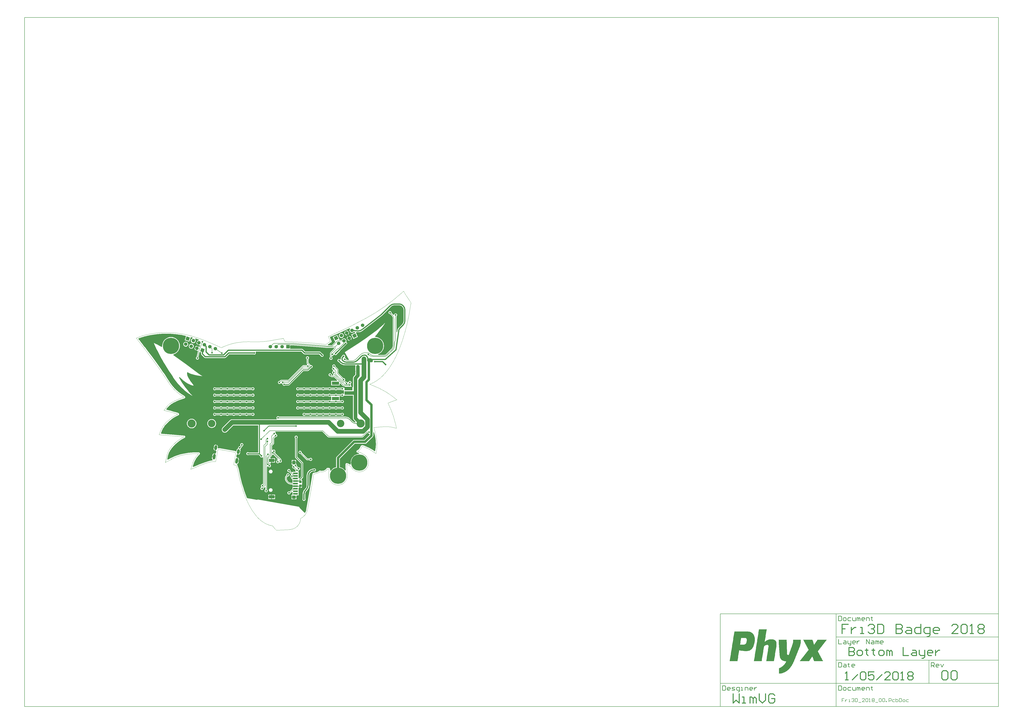
<source format=gbl>
G04*
G04 #@! TF.GenerationSoftware,Altium Limited,Altium Designer,18.1.6 (161)*
G04*
G04 Layer_Physical_Order=2*
G04 Layer_Color=33789*
%FSLAX25Y25*%
%MOIN*%
G70*
G01*
G75*
%ADD10C,0.00787*%
%ADD12C,0.01968*%
%ADD13C,0.00984*%
%ADD14C,0.00394*%
%ADD15C,0.00591*%
%ADD16C,0.01575*%
%ADD57R,0.03937X0.04331*%
%ADD128C,0.03937*%
%ADD129C,0.01181*%
%ADD130C,0.01500*%
%ADD131C,0.05906*%
%ADD132P,0.08352X4X205.0*%
%ADD133C,0.12598*%
%ADD134C,0.13780*%
G04:AMPARAMS|DCode=135|XSize=94.49mil|YSize=47.24mil|CornerRadius=0mil|HoleSize=0mil|Usage=FLASHONLY|Rotation=80.000|XOffset=0mil|YOffset=0mil|HoleType=Round|Shape=Round|*
%AMOVALD135*
21,1,0.04724,0.04724,0.00000,0.00000,80.0*
1,1,0.04724,-0.00410,-0.02326*
1,1,0.04724,0.00410,0.02326*
%
%ADD135OVALD135*%

G04:AMPARAMS|DCode=136|XSize=82.68mil|YSize=47.24mil|CornerRadius=0mil|HoleSize=0mil|Usage=FLASHONLY|Rotation=80.000|XOffset=0mil|YOffset=0mil|HoleType=Round|Shape=Round|*
%AMOVALD136*
21,1,0.03543,0.04724,0.00000,0.00000,80.0*
1,1,0.04724,-0.00308,-0.01745*
1,1,0.04724,0.00308,0.01745*
%
%ADD136OVALD136*%

%ADD137P,0.08352X4X71.0*%
%ADD138C,0.27559*%
%ADD139R,0.05906X0.05906*%
%ADD140C,0.02756*%
%ADD141R,0.12205X0.05512*%
%ADD142R,0.13386X0.05906*%
%ADD143R,0.09449X0.05512*%
%ADD144R,0.06299X0.05512*%
%ADD145R,0.05512X0.06299*%
%ADD146R,0.07874X0.02756*%
%ADD147C,0.07874*%
%ADD148C,0.05906*%
G36*
X204536Y381650D02*
X213195D01*
X213264Y381664D01*
X214341Y381558D01*
X215444Y381224D01*
X216460Y380681D01*
X217297Y379994D01*
X217337Y379935D01*
X217951Y379321D01*
X218037Y379263D01*
X218945Y378156D01*
X219668Y376804D01*
X220113Y375337D01*
X220253Y373912D01*
X220233Y373811D01*
Y355323D01*
X220253Y355222D01*
X220113Y353797D01*
X219668Y352330D01*
X218945Y350977D01*
X218037Y349871D01*
X217951Y349813D01*
X212919Y344782D01*
X212088Y343951D01*
X212086Y343949D01*
X212086Y343948D01*
X212085Y343947D01*
X212086Y343947D01*
X212070Y343924D01*
X211078Y342714D01*
X210325Y341306D01*
X210154Y340741D01*
X210095Y340653D01*
X210040Y340377D01*
X209947Y340112D01*
X209935Y340020D01*
X209861Y339778D01*
X209764Y338793D01*
X209377Y336000D01*
X208198Y336082D01*
Y363284D01*
X208518Y363529D01*
X208928Y364064D01*
X209186Y364686D01*
X209274Y365354D01*
X209186Y366022D01*
X208928Y366645D01*
X208518Y367179D01*
X207983Y367590D01*
X207361Y367847D01*
X206693Y367935D01*
X206025Y367847D01*
X205402Y367590D01*
X204868Y367179D01*
X204458Y366645D01*
X204200Y366022D01*
X204172Y365809D01*
X203053Y365534D01*
X202945Y365540D01*
X201855Y366816D01*
X201852Y366812D01*
X199773Y368892D01*
X199825Y369291D01*
X199737Y369959D01*
X199479Y370582D01*
X199069Y371116D01*
X198535Y371527D01*
X197912Y371784D01*
X197244Y371872D01*
X196576Y371784D01*
X195954Y371527D01*
X195419Y371116D01*
X195009Y370582D01*
X194751Y369959D01*
X194663Y369291D01*
X194751Y368623D01*
X195009Y368001D01*
X195419Y367466D01*
X195954Y367056D01*
X196576Y366798D01*
X197244Y366710D01*
X197644Y366763D01*
X199723Y364684D01*
X199772Y364651D01*
X200720Y363495D01*
X201452Y362126D01*
X201903Y360640D01*
X202049Y359152D01*
X202038Y359095D01*
Y313985D01*
X202051Y313918D01*
X201894Y312323D01*
X201410Y310726D01*
X200623Y309254D01*
X199611Y308021D01*
X199556Y307984D01*
X199556Y307983D01*
X199554Y307980D01*
X199550Y307978D01*
X190648Y299076D01*
X190647Y299074D01*
X190645Y299073D01*
X190606Y299015D01*
X189594Y298238D01*
X188346Y297721D01*
X187078Y297554D01*
X187008Y297568D01*
X177279D01*
X177044Y298749D01*
X178730Y299448D01*
X180738Y300678D01*
X182529Y302207D01*
X184058Y303998D01*
X185289Y306006D01*
X186190Y308182D01*
X186740Y310471D01*
X186924Y312819D01*
X186740Y315166D01*
X186190Y317456D01*
X185289Y319632D01*
X184058Y321640D01*
X182529Y323430D01*
X180738Y324960D01*
X178730Y326190D01*
X176555Y327091D01*
X174265Y327641D01*
X172617Y327771D01*
X172098Y328996D01*
X174575Y331995D01*
X179498Y338306D01*
X184244Y344752D01*
X185983Y347258D01*
X186628Y348186D01*
D01*
X188808Y351327D01*
X190997Y354678D01*
X189442Y352879D01*
X189442Y352879D01*
X188597Y351976D01*
X186546Y349782D01*
X185716Y348945D01*
X185716Y348945D01*
X184872Y348130D01*
X182771Y346104D01*
X179182Y342984D01*
X177329Y341494D01*
X177329Y341494D01*
X177329Y341494D01*
X174911Y339550D01*
X170023Y335728D01*
X165067Y331994D01*
X160044Y328351D01*
X157508Y326564D01*
X152926Y323389D01*
X143699Y317133D01*
X134387Y311004D01*
X124992Y305002D01*
X121262Y302672D01*
X121203Y302635D01*
X120617Y302269D01*
X120265Y302049D01*
X120265Y302049D01*
X120265Y302049D01*
X127458Y289933D01*
X127015Y289154D01*
X126699Y288899D01*
X125296Y289037D01*
X123876Y289467D01*
X122829Y290027D01*
X122846Y290158D01*
X122758Y290826D01*
X122500Y291448D01*
X122090Y291983D01*
X121555Y292393D01*
X121090Y292586D01*
X121018Y292667D01*
X120834Y293093D01*
X120657Y293878D01*
X120739Y293985D01*
X120997Y294607D01*
X121085Y295276D01*
X120997Y295944D01*
X120739Y296566D01*
X120329Y297101D01*
X119794Y297511D01*
X119172Y297769D01*
X118504Y297857D01*
X117836Y297769D01*
X117213Y297511D01*
X116679Y297101D01*
X116269Y296566D01*
X116011Y295944D01*
X116005Y295899D01*
X115422Y295316D01*
X115356Y295218D01*
X114632Y294336D01*
X114040Y293227D01*
X113675Y292024D01*
X113563Y290889D01*
X113540Y290774D01*
X113565Y290650D01*
X113594Y290350D01*
X112465Y289899D01*
X112452Y289897D01*
X111920Y290305D01*
X111298Y290563D01*
X110630Y290651D01*
X109962Y290563D01*
X109339Y290305D01*
X108805Y289895D01*
X108395Y289360D01*
X108137Y288738D01*
X108049Y288070D01*
X108137Y287402D01*
X108395Y286779D01*
X108805Y286245D01*
X109339Y285835D01*
X109962Y285577D01*
X110007Y285571D01*
X111926Y283651D01*
X111960Y283629D01*
X113386Y282411D01*
X115018Y281411D01*
X116788Y280678D01*
X118649Y280231D01*
X120519Y280084D01*
X120559Y280076D01*
X137930D01*
X138719Y278895D01*
X138613Y278638D01*
X138471Y277559D01*
Y264053D01*
X135634Y261216D01*
X134972Y260352D01*
X134555Y259347D01*
X134413Y258268D01*
X134413Y258268D01*
Y244504D01*
X131534D01*
X131417Y244585D01*
X130797Y245685D01*
X130840Y245789D01*
X130928Y246457D01*
X130840Y247125D01*
X130726Y247399D01*
X130436Y248510D01*
X130959Y248962D01*
X131369Y249497D01*
X131627Y250119D01*
X131715Y250787D01*
X131627Y251455D01*
X131369Y252078D01*
X130959Y252612D01*
X130424Y253023D01*
X129802Y253281D01*
X129134Y253368D01*
X128466Y253281D01*
X127843Y253023D01*
X127309Y252612D01*
X126899Y252078D01*
X126641Y251455D01*
X126623Y251321D01*
X125488Y250665D01*
X125268Y250721D01*
X125025Y251038D01*
X124491Y251448D01*
X123869Y251706D01*
X123200Y251794D01*
X122801Y251741D01*
X120721Y253820D01*
X120666Y254157D01*
X120715Y254221D01*
X120973Y254844D01*
X121061Y255512D01*
X120973Y256180D01*
X120715Y256802D01*
X120305Y257337D01*
X119770Y257747D01*
X119148Y258005D01*
X118480Y258093D01*
X118080Y258040D01*
X109379Y266741D01*
Y272835D01*
X109265Y273411D01*
X108938Y273899D01*
X104472Y278365D01*
X104522Y278740D01*
X104434Y279408D01*
X104176Y280031D01*
X103766Y280565D01*
X103231Y280976D01*
X102609Y281233D01*
X101941Y281321D01*
X101272Y281233D01*
X100650Y280976D01*
X100115Y280565D01*
X99705Y280031D01*
X99447Y279408D01*
X99359Y278740D01*
X99447Y278072D01*
X99705Y277450D01*
X99742Y277171D01*
X99541Y276068D01*
X99452Y275936D01*
X99328Y275841D01*
X98918Y275306D01*
X98660Y274684D01*
X98572Y274016D01*
X98660Y273348D01*
X98918Y272725D01*
X99328Y272191D01*
X99863Y271780D01*
X100405Y271556D01*
X100501Y271494D01*
X100608Y271301D01*
X100284Y269952D01*
X99750Y269542D01*
X99339Y269007D01*
X99082Y268385D01*
X98994Y267717D01*
X99082Y267049D01*
X99339Y266426D01*
X99750Y265891D01*
X100069Y265646D01*
Y265354D01*
X100184Y264778D01*
X100510Y264290D01*
X100786Y264014D01*
X100335Y262923D01*
X99194D01*
X98250Y263779D01*
X98163Y264448D01*
X97905Y265070D01*
X97494Y265605D01*
X96960Y266015D01*
X96337Y266273D01*
X95669Y266361D01*
X95001Y266273D01*
X94379Y266015D01*
X93844Y265605D01*
X93434Y265070D01*
X93176Y264448D01*
X93088Y263779D01*
X93176Y263111D01*
X93434Y262489D01*
X93844Y261954D01*
X94379Y261544D01*
X95001Y261286D01*
X95669Y261198D01*
X96069Y261251D01*
X96967Y260353D01*
X97455Y260027D01*
X98032Y259912D01*
X102204D01*
X107482Y254634D01*
X107030Y253543D01*
X97244D01*
Y245669D01*
X111811D01*
Y248762D01*
X112902Y249214D01*
X117413Y244703D01*
X117901Y244377D01*
X118477Y244262D01*
X119079D01*
Y242524D01*
X118710Y242248D01*
X117898Y241997D01*
X117599Y242226D01*
X116977Y242483D01*
X116309Y242571D01*
X115641Y242483D01*
X115018Y242226D01*
X114484Y241815D01*
X114392Y241696D01*
X107399D01*
X107307Y241815D01*
X106773Y242226D01*
X106150Y242483D01*
X105482Y242571D01*
X104814Y242483D01*
X104192Y242226D01*
X103657Y241815D01*
X103566Y241696D01*
X96572D01*
X96481Y241815D01*
X95946Y242226D01*
X95323Y242483D01*
X94655Y242571D01*
X93987Y242483D01*
X93365Y242226D01*
X92830Y241815D01*
X92739Y241696D01*
X85745D01*
X85654Y241815D01*
X85119Y242226D01*
X84497Y242483D01*
X83829Y242571D01*
X83161Y242483D01*
X82538Y242226D01*
X82003Y241815D01*
X81912Y241696D01*
X74918D01*
X74827Y241815D01*
X74292Y242226D01*
X73670Y242483D01*
X73002Y242571D01*
X72334Y242483D01*
X71711Y242226D01*
X71177Y241815D01*
X71085Y241696D01*
X64092D01*
X64000Y241815D01*
X63466Y242226D01*
X62843Y242483D01*
X62175Y242571D01*
X61507Y242483D01*
X60884Y242226D01*
X60350Y241815D01*
X60259Y241696D01*
X53265D01*
X53173Y241815D01*
X52639Y242226D01*
X52016Y242483D01*
X51348Y242571D01*
X50680Y242483D01*
X50058Y242226D01*
X49523Y241815D01*
X49432Y241696D01*
X42438D01*
X42347Y241815D01*
X41812Y242226D01*
X41190Y242483D01*
X40521Y242571D01*
X39854Y242483D01*
X39231Y242226D01*
X38696Y241815D01*
X38286Y241281D01*
X38028Y240658D01*
X37940Y239990D01*
X38028Y239322D01*
X38286Y238700D01*
X38696Y238165D01*
X39231Y237755D01*
X39854Y237497D01*
X40521Y237409D01*
X41190Y237497D01*
X41812Y237755D01*
X42347Y238165D01*
X42438Y238284D01*
X49432D01*
X49523Y238165D01*
X50058Y237755D01*
X50680Y237497D01*
X51348Y237409D01*
X52016Y237497D01*
X52639Y237755D01*
X53173Y238165D01*
X53265Y238284D01*
X60259D01*
X60350Y238165D01*
X60884Y237755D01*
X61507Y237497D01*
X62175Y237409D01*
X62843Y237497D01*
X63466Y237755D01*
X64000Y238165D01*
X64092Y238284D01*
X71085D01*
X71177Y238165D01*
X71711Y237755D01*
X72334Y237497D01*
X73002Y237409D01*
X73670Y237497D01*
X74292Y237755D01*
X74827Y238165D01*
X74918Y238284D01*
X81912D01*
X82003Y238165D01*
X82538Y237755D01*
X83161Y237497D01*
X83829Y237409D01*
X84497Y237497D01*
X85119Y237755D01*
X85654Y238165D01*
X85745Y238284D01*
X92739D01*
X92830Y238165D01*
X93365Y237755D01*
X93987Y237497D01*
X94655Y237409D01*
X95323Y237497D01*
X95946Y237755D01*
X96481Y238165D01*
X96572Y238284D01*
X103566D01*
X103657Y238165D01*
X104192Y237755D01*
X104814Y237497D01*
X105482Y237409D01*
X106150Y237497D01*
X106773Y237755D01*
X107307Y238165D01*
X107399Y238284D01*
X114392D01*
X114484Y238165D01*
X115018Y237755D01*
X115641Y237497D01*
X116309Y237409D01*
X116977Y237497D01*
X117599Y237755D01*
X118718Y237221D01*
X118898Y236811D01*
X118898Y236811D01*
X118898Y236811D01*
Y231849D01*
X117717Y231309D01*
X117599Y231399D01*
X116977Y231657D01*
X116309Y231745D01*
X115641Y231657D01*
X115018Y231399D01*
X114484Y230989D01*
X114392Y230870D01*
X107399D01*
X107307Y230989D01*
X106773Y231399D01*
X106150Y231657D01*
X105482Y231745D01*
X104814Y231657D01*
X104192Y231399D01*
X103657Y230989D01*
X103566Y230870D01*
X96572D01*
X96481Y230989D01*
X95946Y231399D01*
X95323Y231657D01*
X94655Y231745D01*
X93987Y231657D01*
X93365Y231399D01*
X92830Y230989D01*
X92739Y230870D01*
X85745D01*
X85654Y230989D01*
X85119Y231399D01*
X84497Y231657D01*
X83829Y231745D01*
X83161Y231657D01*
X82538Y231399D01*
X82003Y230989D01*
X81912Y230870D01*
X74918D01*
X74827Y230989D01*
X74292Y231399D01*
X73670Y231657D01*
X73002Y231745D01*
X72334Y231657D01*
X71711Y231399D01*
X71177Y230989D01*
X71085Y230870D01*
X64092D01*
X64000Y230989D01*
X63466Y231399D01*
X62843Y231657D01*
X62175Y231745D01*
X61507Y231657D01*
X60884Y231399D01*
X60350Y230989D01*
X60259Y230870D01*
X53265D01*
X53173Y230989D01*
X52639Y231399D01*
X52016Y231657D01*
X51348Y231745D01*
X50680Y231657D01*
X50058Y231399D01*
X49523Y230989D01*
X49432Y230870D01*
X42438D01*
X42347Y230989D01*
X41812Y231399D01*
X41190Y231657D01*
X40521Y231745D01*
X39854Y231657D01*
X39231Y231399D01*
X38696Y230989D01*
X38286Y230454D01*
X38028Y229832D01*
X37940Y229164D01*
X38028Y228496D01*
X38286Y227873D01*
X38696Y227338D01*
X39231Y226928D01*
X39854Y226670D01*
X40521Y226582D01*
X41190Y226670D01*
X41812Y226928D01*
X42347Y227338D01*
X42438Y227457D01*
X49432D01*
X49523Y227338D01*
X50058Y226928D01*
X50680Y226670D01*
X51348Y226582D01*
X52016Y226670D01*
X52639Y226928D01*
X53173Y227338D01*
X53265Y227457D01*
X60259D01*
X60350Y227338D01*
X60884Y226928D01*
X61507Y226670D01*
X62175Y226582D01*
X62843Y226670D01*
X63466Y226928D01*
X64000Y227338D01*
X64092Y227457D01*
X71085D01*
X71177Y227338D01*
X71711Y226928D01*
X72334Y226670D01*
X73002Y226582D01*
X73670Y226670D01*
X74292Y226928D01*
X74827Y227338D01*
X74918Y227457D01*
X81912D01*
X82003Y227338D01*
X82538Y226928D01*
X83161Y226670D01*
X83829Y226582D01*
X84497Y226670D01*
X85119Y226928D01*
X85654Y227338D01*
X85745Y227457D01*
X92739D01*
X92830Y227338D01*
X93365Y226928D01*
X93987Y226670D01*
X94655Y226582D01*
X95323Y226670D01*
X95946Y226928D01*
X96063Y227018D01*
X97244Y226479D01*
Y221022D01*
X96063Y220482D01*
X95946Y220572D01*
X95323Y220830D01*
X94655Y220918D01*
X93987Y220830D01*
X93365Y220572D01*
X92830Y220162D01*
X92739Y220043D01*
X85745D01*
X85654Y220162D01*
X85119Y220572D01*
X84497Y220830D01*
X83829Y220918D01*
X83161Y220830D01*
X82538Y220572D01*
X82003Y220162D01*
X81912Y220043D01*
X74918D01*
X74827Y220162D01*
X74292Y220572D01*
X73670Y220830D01*
X73002Y220918D01*
X72334Y220830D01*
X71711Y220572D01*
X71177Y220162D01*
X71085Y220043D01*
X64092D01*
X64000Y220162D01*
X63466Y220572D01*
X62843Y220830D01*
X62175Y220918D01*
X61507Y220830D01*
X60884Y220572D01*
X60350Y220162D01*
X60259Y220043D01*
X53265D01*
X53173Y220162D01*
X52639Y220572D01*
X52016Y220830D01*
X51348Y220918D01*
X50680Y220830D01*
X50058Y220572D01*
X49523Y220162D01*
X49432Y220043D01*
X42438D01*
X42347Y220162D01*
X41812Y220572D01*
X41190Y220830D01*
X40521Y220918D01*
X39854Y220830D01*
X39231Y220572D01*
X38696Y220162D01*
X38286Y219627D01*
X38028Y219005D01*
X37940Y218337D01*
X38028Y217669D01*
X38286Y217046D01*
X38696Y216512D01*
X39231Y216101D01*
X39854Y215844D01*
X40521Y215756D01*
X41190Y215844D01*
X41812Y216101D01*
X42347Y216512D01*
X42438Y216631D01*
X49432D01*
X49523Y216512D01*
X50058Y216101D01*
X50680Y215844D01*
X51348Y215756D01*
X52016Y215844D01*
X52639Y216101D01*
X53173Y216512D01*
X53265Y216631D01*
X60259D01*
X60350Y216512D01*
X60884Y216101D01*
X61507Y215844D01*
X62175Y215756D01*
X62843Y215844D01*
X63466Y216101D01*
X64000Y216512D01*
X64092Y216631D01*
X71085D01*
X71177Y216512D01*
X71711Y216101D01*
X72334Y215844D01*
X73002Y215756D01*
X73670Y215844D01*
X74292Y216101D01*
X74827Y216512D01*
X74918Y216631D01*
X81912D01*
X82003Y216512D01*
X82538Y216101D01*
X83161Y215844D01*
X83829Y215756D01*
X84497Y215844D01*
X85119Y216101D01*
X85654Y216512D01*
X85745Y216631D01*
X92739D01*
X92830Y216512D01*
X93365Y216101D01*
X93987Y215844D01*
X94655Y215756D01*
X95323Y215844D01*
X95946Y216101D01*
X96481Y216512D01*
X96572Y216631D01*
X103566D01*
X103657Y216512D01*
X104192Y216101D01*
X104814Y215844D01*
X105482Y215756D01*
X106150Y215844D01*
X106773Y216101D01*
X107307Y216512D01*
X107399Y216631D01*
X114392D01*
X114484Y216512D01*
X115018Y216101D01*
X115641Y215844D01*
X116309Y215756D01*
X116977Y215844D01*
X117599Y216101D01*
X118134Y216512D01*
X118544Y217046D01*
X118802Y217669D01*
X118890Y218337D01*
X118802Y219005D01*
X118544Y219627D01*
X118134Y220162D01*
X117599Y220572D01*
X116977Y220830D01*
X116309Y220918D01*
X115641Y220830D01*
X115018Y220572D01*
X114484Y220162D01*
X114392Y220043D01*
X111811D01*
Y227457D01*
X114392D01*
X114484Y227338D01*
X115018Y226928D01*
X115641Y226670D01*
X116309Y226582D01*
X116977Y226670D01*
X117599Y226928D01*
X118134Y227338D01*
X118544Y227873D01*
X119388Y228521D01*
X119893Y228543D01*
X126501D01*
X126772Y228508D01*
X134413D01*
Y189961D01*
X134413Y189961D01*
X134555Y188882D01*
X134972Y187876D01*
X135634Y187012D01*
X138576Y184071D01*
X138040Y182937D01*
X137953Y182945D01*
X136392Y183419D01*
X134955Y184187D01*
X133754Y185172D01*
X133711Y185238D01*
X129726Y189222D01*
X129728Y189225D01*
X128331Y190418D01*
X126764Y191378D01*
X125067Y192081D01*
X123280Y192510D01*
X121448Y192654D01*
Y192651D01*
X9003D01*
X8912Y192770D01*
X8377Y193180D01*
X7755Y193438D01*
X7087Y193526D01*
X6419Y193438D01*
X5796Y193180D01*
X5262Y192770D01*
X4851Y192235D01*
X4593Y191613D01*
X4505Y190945D01*
X4593Y190277D01*
X4851Y189654D01*
X5035Y189414D01*
X4689Y188441D01*
X4513Y188233D01*
X-70866D01*
X-72202Y188057D01*
X-73447Y187541D01*
X-74516Y186721D01*
X-74516Y186721D01*
X-82784Y178453D01*
X-86918Y174320D01*
X-87738Y173250D01*
X-88254Y172005D01*
X-88430Y170669D01*
X-88254Y169333D01*
X-87738Y168088D01*
X-86918Y167019D01*
X-85849Y166199D01*
X-84604Y165683D01*
X-83268Y165507D01*
X-81932Y165683D01*
X-80687Y166199D01*
X-79617Y167019D01*
X-78908Y167729D01*
X-78631Y167843D01*
X-78096Y168254D01*
X-77686Y168788D01*
X-77571Y169065D01*
X-75484Y171153D01*
X-68728Y177909D01*
X-26772D01*
Y131890D01*
X-42485D01*
X-42832Y132157D01*
X-43454Y132414D01*
X-44122Y132502D01*
X-44791Y132414D01*
X-45413Y132157D01*
X-45948Y131746D01*
X-46358Y131212D01*
X-46616Y130589D01*
X-46704Y129921D01*
X-46616Y129253D01*
X-46358Y128631D01*
X-45948Y128096D01*
X-45413Y127686D01*
X-44791Y127428D01*
X-44122Y127340D01*
X-43454Y127428D01*
X-42832Y127686D01*
X-42485Y127952D01*
X-25619D01*
X-23416Y125750D01*
X-23359Y125316D01*
X-23101Y124694D01*
X-22691Y124159D01*
X-22157Y123749D01*
X-21534Y123491D01*
X-20866Y123403D01*
X-20198Y123491D01*
X-19576Y123749D01*
X-18434Y123136D01*
Y79115D01*
X-19291Y78172D01*
X-19959Y78084D01*
X-20582Y77826D01*
X-21116Y77416D01*
X-21527Y76881D01*
X-21784Y76259D01*
X-21872Y75590D01*
X-21784Y74923D01*
X-21532Y74313D01*
X-21526Y74298D01*
X-21401Y73345D01*
X-21780Y72786D01*
X-21904Y72691D01*
X-22314Y72157D01*
X-22572Y71534D01*
X-22660Y70866D01*
X-22572Y70198D01*
X-22314Y69576D01*
X-21904Y69041D01*
X-21369Y68631D01*
X-20747Y68373D01*
X-20079Y68285D01*
X-19411Y68373D01*
X-18788Y68631D01*
X-18254Y69041D01*
X-17843Y69576D01*
X-17586Y70198D01*
X-17498Y70866D01*
X-17550Y71266D01*
X-15589Y73228D01*
X-14497Y72776D01*
Y69000D01*
X-14817Y68754D01*
X-15227Y68220D01*
X-15485Y67597D01*
X-15573Y66929D01*
X-15485Y66261D01*
X-15227Y65639D01*
X-14817Y65104D01*
X-14283Y64694D01*
X-13660Y64436D01*
X-12992Y64348D01*
X-12324Y64436D01*
X-11702Y64694D01*
X-11167Y65104D01*
X-10757Y65639D01*
X-10499Y66261D01*
X-10411Y66929D01*
X-10499Y67597D01*
X-10757Y68220D01*
X-11167Y68754D01*
X-11487Y69000D01*
Y107591D01*
X-10306Y108379D01*
X-9752Y108178D01*
X-9744Y108158D01*
X-9333Y107624D01*
X-8799Y107213D01*
X-8176Y106956D01*
X-7508Y106868D01*
X-6840Y106956D01*
X-6218Y107213D01*
X-5683Y107624D01*
X-5273Y108158D01*
X-5015Y108781D01*
X-4927Y109449D01*
X-5015Y110117D01*
X-5273Y110739D01*
X-5683Y111274D01*
X-6003Y111519D01*
Y113020D01*
X-6112Y113567D01*
X-6117Y113597D01*
X-5473Y114748D01*
X-4240D01*
Y118504D01*
Y122260D01*
X-5958D01*
X-6410Y123351D01*
X-3266Y126495D01*
X-2940Y126983D01*
X-2825Y127559D01*
Y127836D01*
X-2490Y128272D01*
X-1010Y128381D01*
X5188Y122183D01*
Y118234D01*
X4840Y117967D01*
X4430Y117432D01*
X4172Y116810D01*
X4084Y116142D01*
X4172Y115474D01*
X4430Y114851D01*
X4840Y114317D01*
X5374Y113906D01*
X5997Y113649D01*
X6665Y113561D01*
X7333Y113649D01*
X7955Y113906D01*
X8490Y114317D01*
X8900Y114851D01*
X9705Y115087D01*
X10328Y114830D01*
X10996Y114742D01*
X11664Y114830D01*
X12286Y115087D01*
X12821Y115498D01*
X13231Y116032D01*
X13489Y116655D01*
X13577Y117323D01*
X13489Y117991D01*
X13231Y118613D01*
X12821Y119148D01*
X12529Y119372D01*
Y120146D01*
X12414Y120722D01*
X12088Y121211D01*
X2293Y131006D01*
Y133167D01*
X2465Y133584D01*
X2553Y134252D01*
X2465Y134920D01*
X2207Y135543D01*
X1797Y136077D01*
X1263Y136487D01*
X640Y136745D01*
X-28Y136833D01*
X-696Y136745D01*
X-1319Y136487D01*
X-1644Y136237D01*
X-2395Y136452D01*
X-2825Y136750D01*
Y143471D01*
X-145Y146152D01*
X182Y146640D01*
X296Y147216D01*
Y155676D01*
X2722Y158101D01*
X3122Y158049D01*
X3790Y158137D01*
X4412Y158395D01*
X4947Y158805D01*
X5357Y159339D01*
X5615Y159962D01*
X5703Y160630D01*
X5615Y161298D01*
X5357Y161920D01*
X4947Y162455D01*
X4412Y162865D01*
X4287Y162917D01*
X3253Y163505D01*
X3341Y164173D01*
X3253Y164841D01*
X2995Y165464D01*
X2585Y165998D01*
X2307Y166211D01*
X2583Y167347D01*
X2609Y167392D01*
X82447D01*
X91849Y157991D01*
X92337Y157664D01*
X92913Y157550D01*
X150394D01*
X150970Y157664D01*
X151458Y157991D01*
X158498Y165030D01*
X159740D01*
X159986Y164710D01*
X160521Y164300D01*
X161143Y164042D01*
X161811Y163954D01*
X162571Y162863D01*
Y161946D01*
X153802Y153177D01*
X136221D01*
X135398Y153068D01*
X134632Y152751D01*
X133974Y152246D01*
X106678Y124950D01*
X106173Y124292D01*
X105855Y123526D01*
X105747Y122703D01*
Y106969D01*
X104287Y106618D01*
X102111Y105717D01*
X100103Y104487D01*
X98312Y102957D01*
X96783Y101167D01*
X96723Y101068D01*
X95542Y101402D01*
X95544Y102330D01*
X95539Y102351D01*
X95543Y102373D01*
X95516Y103776D01*
X95436Y104140D01*
X95363Y104505D01*
X95352Y104522D01*
X95348Y104541D01*
X95135Y104847D01*
X94928Y105156D01*
X94912Y105167D01*
X94900Y105184D01*
X94587Y105384D01*
X94277Y105591D01*
X94258Y105595D01*
X94241Y105606D01*
X93874Y105671D01*
X93509Y105744D01*
X92957D01*
X92621Y105745D01*
X92501Y105747D01*
X92426Y105748D01*
X92347Y105750D01*
X92271Y105753D01*
X92199Y105756D01*
X92129Y105760D01*
X92051Y105765D01*
X91957Y105772D01*
X91855Y105784D01*
X91756Y105799D01*
X91659Y105818D01*
X91610Y105829D01*
X91601Y105829D01*
X91593Y105833D01*
X91211Y105843D01*
X90828Y105857D01*
X90819Y105854D01*
X90810Y105854D01*
X90453Y105717D01*
X90094Y105584D01*
X90087Y105577D01*
X90079Y105574D01*
X89801Y105311D01*
X89521Y105050D01*
X89517Y105042D01*
X89510Y105035D01*
X89220Y104626D01*
X88559Y103870D01*
X87823Y103187D01*
X87022Y102582D01*
X86162Y102064D01*
X85253Y101636D01*
X84306Y101304D01*
X83329Y101071D01*
X82831Y101005D01*
X82737Y100973D01*
X82637Y100970D01*
X82541Y100947D01*
X82508Y100941D01*
X82467Y100933D01*
X82422Y100926D01*
X82373Y100919D01*
X82324Y100913D01*
X82275Y100908D01*
X82221Y100903D01*
X82163Y100899D01*
X82104Y100895D01*
X82049Y100892D01*
X81952Y100889D01*
X81807Y100885D01*
X81661Y100883D01*
X81513Y100883D01*
X81441Y100883D01*
X81436Y100882D01*
X81430Y100883D01*
X81071Y100884D01*
X80354Y100929D01*
X79640Y101018D01*
X78934Y101151D01*
X78586Y101239D01*
X78378Y101250D01*
X78175Y101298D01*
X77990Y101269D01*
X77804Y101279D01*
X77607Y101209D01*
X77402Y101177D01*
X77242Y101079D01*
X77066Y101016D01*
X76911Y100877D01*
X76733Y100768D01*
X76514Y100566D01*
X76050Y100189D01*
X75563Y99843D01*
X75055Y99529D01*
X74798Y99392D01*
X74388Y99177D01*
X73524Y98810D01*
X72632Y98515D01*
X71720Y98294D01*
X71256Y98221D01*
X71124Y98172D01*
X70985Y98159D01*
X70925Y98141D01*
X70875Y98131D01*
X70761Y98111D01*
X70643Y98093D01*
X70525Y98076D01*
X70466Y98068D01*
X70459Y98066D01*
X70453Y98066D01*
X70383Y98057D01*
X70353Y98046D01*
X70320Y98047D01*
X70182Y98023D01*
X70142Y98008D01*
X70099Y98007D01*
X69961Y97978D01*
X69921Y97961D01*
X69878Y97958D01*
X69742Y97923D01*
X69741Y97922D01*
X69349Y97857D01*
X69349Y97857D01*
X69349D01*
X68849Y97773D01*
X68849Y97773D01*
X67349Y97523D01*
X67297Y97504D01*
X67242Y97502D01*
X66933Y97366D01*
X66617Y97246D01*
X66576Y97208D01*
X66525Y97186D01*
X66292Y96941D01*
X66046Y96710D01*
X66023Y96659D01*
X65985Y96619D01*
X65863Y96304D01*
X65724Y95996D01*
X65722Y95941D01*
X65702Y95889D01*
X55149Y35489D01*
X54946Y34386D01*
X54280Y32227D01*
X53364Y30160D01*
X53246Y29961D01*
X52074Y29814D01*
X43649Y38238D01*
X43660Y38300D01*
X43660Y38300D01*
X43650Y38770D01*
X43461Y39200D01*
X43121Y39525D01*
X42683Y39695D01*
X-27238Y52024D01*
X-27238Y52025D01*
X-27708Y52014D01*
X-28138Y51825D01*
X-28342Y51612D01*
X-45455Y54622D01*
X-45816Y55479D01*
X-47038Y58525D01*
X-48209Y61591D01*
X-49327Y64676D01*
X-49859Y66226D01*
X-51423Y70840D01*
X-54214Y80188D01*
X-56661Y89632D01*
X-58761Y99159D01*
X-59636Y103958D01*
X-59693Y104103D01*
X-59715Y104257D01*
X-61884Y110501D01*
X-61977Y110660D01*
X-62035Y110835D01*
X-62173Y110994D01*
X-62280Y111177D01*
X-62319Y111206D01*
X-62348Y111772D01*
X-62281Y112063D01*
X-62090Y112519D01*
X-61479Y112837D01*
X-60826Y113435D01*
X-60351Y114182D01*
X-60084Y115026D01*
X-59761Y116860D01*
X-63101Y117449D01*
X-63014Y117941D01*
X-63506Y118028D01*
X-62519Y123629D01*
X-62769Y123640D01*
X-62968Y123725D01*
X-63789Y124658D01*
X-63203Y127985D01*
X-62112Y128582D01*
X-61896Y128593D01*
X-61657Y128517D01*
X-60772Y133537D01*
X-60279Y133450D01*
X-60192Y133942D01*
X-56853Y133354D01*
X-56632Y134606D01*
X-56593Y135490D01*
X-56785Y136355D01*
X-56871Y137443D01*
X-56344Y137939D01*
X-55933Y138473D01*
X-55676Y139096D01*
X-55588Y139764D01*
X-55607Y139913D01*
X-54308Y141212D01*
X-54296Y141200D01*
X-53380Y142394D01*
X-53128Y143004D01*
X-53040Y143040D01*
X-52506Y143450D01*
X-52095Y143985D01*
X-51837Y144607D01*
X-51750Y145276D01*
X-51837Y145944D01*
X-52095Y146566D01*
X-52506Y147101D01*
X-53040Y147511D01*
X-53663Y147769D01*
X-54331Y147857D01*
X-54999Y147769D01*
X-55621Y147511D01*
X-56156Y147101D01*
X-56566Y146566D01*
X-56824Y145944D01*
X-56912Y145276D01*
X-56824Y144607D01*
X-56566Y143985D01*
X-56721Y143625D01*
X-58020Y142325D01*
X-58169Y142345D01*
X-58837Y142257D01*
X-59459Y141999D01*
X-59994Y141589D01*
X-60404Y141054D01*
X-60662Y140432D01*
X-60750Y139764D01*
X-60662Y139096D01*
X-61021Y138406D01*
X-61131Y138382D01*
X-61917Y137973D01*
X-62569Y137375D01*
X-63045Y136628D01*
X-63311Y135784D01*
X-63582Y134249D01*
X-64780Y133762D01*
X-64947Y133868D01*
X-65090Y134004D01*
X-65611Y134336D01*
X-65795Y134408D01*
X-65961Y134514D01*
X-66537Y134738D01*
X-66683Y134764D01*
X-66819Y134824D01*
X-67121Y134893D01*
X-67171Y134894D01*
X-67217Y134912D01*
X-91644Y139219D01*
X-91694Y139218D01*
X-91741Y139234D01*
X-92048Y139273D01*
X-92196Y139262D01*
X-92343Y139288D01*
X-92960Y139275D01*
X-93153Y139232D01*
X-93350Y139227D01*
X-93953Y139094D01*
X-94134Y139014D01*
X-94327Y138971D01*
X-95287Y139840D01*
X-95016Y141374D01*
X-94977Y142259D01*
X-95169Y143123D01*
X-95578Y143908D01*
X-96176Y144561D01*
X-96923Y145036D01*
X-97286Y145151D01*
X-98171Y140131D01*
X-99056Y135112D01*
X-98805Y135101D01*
X-98606Y135017D01*
X-97786Y134083D01*
X-98372Y130756D01*
X-99463Y130159D01*
X-99679Y130148D01*
X-99918Y130224D01*
X-100906Y124623D01*
X-101398Y124709D01*
X-101485Y124217D01*
X-104824Y124806D01*
X-105148Y122972D01*
X-105186Y122088D01*
X-104995Y121223D01*
X-104586Y120438D01*
X-103988Y119785D01*
X-103843Y119693D01*
X-104191Y118514D01*
X-104922Y118520D01*
X-105147Y118477D01*
X-105375Y118472D01*
X-106500Y118221D01*
X-106516Y118214D01*
X-106533Y118213D01*
X-108774Y117674D01*
X-108795Y117664D01*
X-108818Y117662D01*
X-111046Y117072D01*
X-111066Y117061D01*
X-111090Y117060D01*
X-113303Y116419D01*
X-113319Y116410D01*
X-113336Y116409D01*
X-114437Y116069D01*
X-114443Y116066D01*
X-114450Y116065D01*
X-115069Y115870D01*
X-115076Y115866D01*
X-115083Y115865D01*
X-116317Y115466D01*
X-116326Y115461D01*
X-116336Y115459D01*
X-117566Y115048D01*
X-117575Y115042D01*
X-117585Y115041D01*
X-118811Y114617D01*
X-118818Y114613D01*
X-118825Y114612D01*
X-119437Y114396D01*
X-119444Y114391D01*
X-119453Y114390D01*
X-120881Y113870D01*
X-120891Y113864D01*
X-120903Y113862D01*
X-123747Y112790D01*
X-123760Y112781D01*
X-123775Y112779D01*
X-126602Y111663D01*
X-126616Y111654D01*
X-126631Y111652D01*
X-129441Y110493D01*
X-129451Y110486D01*
X-129462Y110484D01*
X-130855Y109891D01*
X-136701Y107437D01*
X-137567Y108240D01*
X-135534Y114340D01*
X-135416Y114682D01*
X-135153Y115378D01*
X-134871Y116067D01*
X-134570Y116746D01*
X-134410Y117082D01*
X-134409Y117083D01*
X-134409Y117083D01*
X-134235Y117449D01*
X-133868Y118172D01*
X-133484Y118887D01*
X-133083Y119592D01*
X-132879Y119932D01*
X-132153Y121119D01*
X-130559Y123416D01*
X-128836Y125618D01*
X-126989Y127718D01*
X-126007Y128713D01*
X-125795Y129035D01*
X-125581Y129355D01*
X-125580Y129361D01*
X-125576Y129367D01*
X-125504Y129744D01*
X-125428Y130123D01*
X-125430Y130129D01*
X-125429Y130136D01*
X-125506Y130512D01*
X-125581Y130891D01*
X-125585Y130896D01*
X-125586Y130903D01*
X-125802Y131222D01*
X-126016Y131542D01*
X-126022Y131545D01*
X-126026Y131551D01*
X-126347Y131763D01*
X-126667Y131977D01*
X-126674Y131978D01*
X-126680Y131982D01*
X-127057Y132054D01*
X-127436Y132130D01*
X-130074Y132130D01*
X-130080Y132129D01*
X-130086Y132130D01*
X-132127Y132118D01*
X-132152Y132113D01*
X-132177Y132117D01*
X-136258Y131993D01*
X-136291Y131986D01*
X-136324Y131990D01*
X-140399Y131734D01*
X-140432Y131725D01*
X-140465Y131728D01*
X-144530Y131339D01*
X-144554Y131331D01*
X-144579Y131333D01*
X-146606Y131089D01*
X-146611Y131087D01*
X-146618Y131087D01*
X-148378Y130864D01*
X-148410Y130853D01*
X-148444Y130855D01*
X-151946Y130292D01*
X-151989Y130276D01*
X-152034Y130276D01*
X-155508Y129558D01*
X-155550Y129541D01*
X-155595Y129538D01*
X-159034Y128667D01*
X-159075Y128648D01*
X-159120Y128644D01*
X-162517Y127621D01*
X-162557Y127600D01*
X-162602Y127594D01*
X-165950Y126421D01*
X-165989Y126398D01*
X-166034Y126390D01*
X-169327Y125070D01*
X-169365Y125046D01*
X-169409Y125035D01*
X-172640Y123571D01*
X-172668Y123551D01*
X-172700Y123542D01*
X-174291Y122757D01*
X-174315Y122738D01*
X-174344Y122729D01*
X-180104Y119667D01*
X-181037Y120391D01*
X-179507Y126728D01*
X-179253Y127746D01*
X-178603Y129758D01*
X-177820Y131722D01*
X-176905Y133628D01*
X-176384Y134548D01*
X-175856Y135481D01*
X-174703Y137292D01*
X-173458Y139040D01*
X-172124Y140721D01*
X-171414Y141526D01*
X-171414Y141527D01*
X-171413Y141528D01*
X-170694Y142345D01*
X-169193Y143925D01*
X-167633Y145445D01*
X-166017Y146905D01*
X-165184Y147601D01*
X-163595Y148919D01*
X-160282Y151398D01*
X-156849Y153708D01*
X-153306Y155844D01*
X-151483Y156823D01*
X-151312Y156964D01*
X-151120Y157073D01*
X-151013Y157210D01*
X-150879Y157321D01*
X-150775Y157516D01*
X-150639Y157691D01*
X-150593Y157858D01*
X-150511Y158012D01*
X-150490Y158232D01*
X-150431Y158446D01*
X-150452Y158618D01*
X-150435Y158791D01*
X-150500Y159003D01*
X-150527Y159223D01*
X-150613Y159374D01*
X-150664Y159540D01*
X-150805Y159711D01*
X-150914Y159904D01*
X-151051Y160011D01*
X-151162Y160145D01*
X-151357Y160249D01*
X-151532Y160385D01*
X-151700Y160431D01*
X-151853Y160513D01*
X-152074Y160534D01*
X-152287Y160593D01*
X-166824Y161650D01*
X-187390Y163368D01*
X-191161Y163717D01*
X-191769Y164730D01*
X-190299Y168229D01*
X-190299Y168230D01*
X-190299Y168230D01*
X-189880Y169228D01*
X-188936Y171178D01*
X-187891Y173074D01*
X-186745Y174912D01*
X-186125Y175800D01*
X-185521Y176661D01*
X-184239Y178332D01*
X-182885Y179945D01*
X-181462Y181496D01*
X-180726Y182231D01*
X-179708Y183222D01*
X-177574Y185135D01*
X-175362Y186959D01*
X-173077Y188690D01*
X-170723Y190325D01*
X-168303Y191862D01*
X-165822Y193299D01*
X-163284Y194631D01*
X-161989Y195245D01*
X-161952Y195272D01*
X-161908Y195285D01*
X-161639Y195505D01*
X-161360Y195712D01*
X-161336Y195751D01*
X-161301Y195780D01*
X-161136Y196086D01*
X-160958Y196384D01*
X-160951Y196429D01*
X-160929Y196469D01*
X-160894Y196815D01*
X-160843Y197158D01*
X-160854Y197203D01*
X-160850Y197249D01*
X-160949Y197581D01*
X-161034Y197918D01*
X-161061Y197955D01*
X-161075Y197999D01*
X-161294Y198268D01*
X-161501Y198547D01*
X-161540Y198570D01*
X-161569Y198606D01*
X-161875Y198770D01*
X-162173Y198949D01*
X-162218Y198956D01*
X-162259Y198977D01*
X-165023Y199826D01*
X-165031Y199827D01*
X-165038Y199831D01*
X-166629Y200306D01*
X-166636Y200306D01*
X-166642Y200310D01*
X-169831Y201238D01*
X-169841Y201239D01*
X-169849Y201243D01*
X-173047Y202142D01*
X-173056Y202142D01*
X-173064Y202147D01*
X-176270Y203016D01*
X-176277Y203016D01*
X-176284Y203020D01*
X-177889Y203443D01*
X-177903Y203444D01*
X-177915Y203450D01*
X-182120Y204501D01*
X-182493Y205622D01*
X-179767Y208977D01*
X-179447Y209362D01*
X-178753Y210116D01*
X-178022Y210835D01*
X-177255Y211517D01*
X-176856Y211838D01*
X-176854Y211840D01*
X-176852Y211841D01*
X-176349Y212247D01*
X-175315Y213026D01*
X-174255Y213768D01*
X-173169Y214473D01*
X-172615Y214807D01*
X-172614Y214808D01*
X-172612Y214808D01*
X-171933Y215218D01*
X-170556Y216005D01*
X-169161Y216758D01*
X-167748Y217477D01*
X-167038Y217817D01*
X-165187Y218690D01*
X-161422Y220327D01*
X-157609Y221850D01*
X-153752Y223255D01*
X-151803Y223899D01*
X-151528Y224055D01*
X-151242Y224189D01*
X-151189Y224247D01*
X-151121Y224285D01*
X-150927Y224534D01*
X-150714Y224768D01*
X-150688Y224841D01*
X-150640Y224903D01*
X-150555Y225207D01*
X-150448Y225504D01*
X-150452Y225582D01*
X-150431Y225658D01*
X-150470Y225971D01*
X-150484Y226286D01*
X-150517Y226357D01*
X-150527Y226435D01*
X-150682Y226710D01*
X-150817Y226995D01*
X-150874Y227048D01*
X-150913Y227116D01*
X-151162Y227310D01*
X-151395Y227523D01*
X-152207Y228013D01*
X-153810Y229026D01*
X-155394Y230071D01*
X-156955Y231148D01*
X-157725Y231702D01*
X-157733Y231705D01*
X-157739Y231712D01*
X-159188Y232734D01*
X-161983Y234915D01*
X-164672Y237226D01*
X-167248Y239662D01*
X-169705Y242218D01*
X-172037Y244888D01*
X-174240Y247666D01*
X-176308Y250545D01*
X-177268Y252025D01*
X-178011Y253195D01*
X-178765Y254398D01*
X-178765Y254398D01*
X-178765Y254398D01*
X-179536Y255627D01*
X-179538Y255629D01*
X-179539Y255631D01*
X-179736Y255944D01*
X-179740Y255948D01*
X-179741Y255952D01*
X-180140Y256577D01*
X-180144Y256582D01*
X-180146Y256588D01*
X-180549Y257211D01*
X-180553Y257215D01*
X-180555Y257222D01*
X-180962Y257842D01*
X-180965Y257845D01*
X-180967Y257850D01*
X-181171Y258159D01*
X-181172Y258159D01*
X-181172Y258159D01*
X-182685Y260444D01*
X-182690Y260449D01*
X-182692Y260455D01*
X-185747Y265006D01*
X-185753Y265012D01*
X-185756Y265019D01*
X-188848Y269545D01*
X-188854Y269551D01*
X-188857Y269559D01*
X-191986Y274059D01*
X-191991Y274063D01*
X-191993Y274069D01*
X-193572Y276309D01*
X-193575Y276313D01*
X-193577Y276317D01*
X-196361Y280228D01*
X-196367Y280233D01*
X-196370Y280240D01*
X-201993Y288022D01*
X-202000Y288029D01*
X-202005Y288038D01*
X-207702Y295766D01*
X-207709Y295773D01*
X-207713Y295781D01*
X-213484Y303455D01*
X-213490Y303460D01*
X-213493Y303467D01*
X-216405Y307283D01*
X-216407Y307284D01*
X-216408Y307286D01*
X-217761Y309052D01*
X-217764Y309054D01*
X-217765Y309058D01*
X-220485Y312580D01*
X-220489Y312584D01*
X-220491Y312588D01*
X-223229Y316097D01*
X-223233Y316100D01*
X-223235Y316105D01*
X-225990Y319599D01*
X-225993Y319602D01*
X-225995Y319605D01*
X-227379Y321347D01*
X-227388Y321355D01*
X-227394Y321366D01*
X-229833Y324363D01*
X-229520Y325501D01*
X-225901Y326824D01*
X-225897Y326826D01*
X-225893Y326827D01*
X-225608Y326932D01*
X-225036Y327135D01*
X-224461Y327329D01*
X-223883Y327515D01*
X-223592Y327604D01*
X-223588Y327607D01*
X-223583Y327607D01*
X-222842Y327838D01*
X-221351Y328278D01*
X-219854Y328695D01*
X-218352Y329089D01*
X-217600Y329275D01*
X-215421Y329805D01*
X-211028Y330734D01*
X-206608Y331532D01*
X-202166Y332196D01*
X-197707Y332726D01*
X-193233Y333122D01*
X-188750Y333384D01*
X-184261Y333511D01*
X-182016Y333507D01*
X-182013Y333507D01*
X-182011Y333507D01*
X-180052Y333508D01*
X-176137Y333406D01*
X-172225Y333201D01*
X-168321Y332892D01*
X-164425Y332480D01*
X-160542Y331965D01*
X-156674Y331348D01*
X-152824Y330629D01*
X-150917Y330220D01*
X-149757Y329962D01*
X-149189Y328926D01*
X-151481Y322628D01*
X-143712Y319800D01*
X-140885Y327569D01*
X-139786Y327417D01*
X-137935Y326888D01*
X-137919Y325655D01*
X-138548Y325457D01*
X-139466Y324872D01*
X-140202Y324070D01*
X-140704Y323104D01*
X-140940Y322041D01*
X-140892Y320954D01*
X-140565Y319916D01*
X-139980Y318998D01*
X-139178Y318263D01*
X-138212Y317760D01*
X-137150Y317524D01*
X-136062Y317572D01*
X-135024Y317899D01*
X-134106Y318484D01*
X-133371Y319286D01*
X-132868Y320252D01*
X-132633Y321315D01*
X-132680Y322402D01*
X-133007Y323440D01*
X-133568Y324320D01*
X-133537Y324438D01*
X-132932Y325357D01*
X-130268Y324510D01*
X-127378Y323497D01*
X-127368Y323397D01*
X-128082Y322184D01*
X-129074Y321871D01*
X-129952Y321312D01*
X-130655Y320545D01*
X-130903Y320069D01*
X-127218Y318728D01*
X-127389Y318258D01*
X-126919Y318087D01*
X-128261Y314402D01*
X-127737Y314286D01*
X-126697Y314332D01*
X-126168Y314498D01*
X-125250Y313601D01*
X-126198Y311171D01*
X-127515Y311046D01*
X-127755Y311424D01*
X-128523Y312127D01*
X-128998Y312374D01*
X-130340Y308690D01*
X-131681Y305005D01*
X-131157Y304889D01*
X-130117Y304935D01*
X-129869Y305013D01*
X-128961Y304090D01*
X-128986Y303953D01*
X-129038Y303824D01*
X-130817Y294443D01*
X-131015Y294361D01*
X-131550Y293951D01*
X-131960Y293417D01*
X-132218Y292794D01*
X-132306Y292126D01*
X-132218Y291458D01*
X-131960Y290835D01*
X-131550Y290301D01*
X-131015Y289891D01*
X-130393Y289633D01*
X-129724Y289545D01*
X-129056Y289633D01*
X-128434Y289891D01*
X-127899Y290301D01*
X-127489Y290835D01*
X-127231Y291458D01*
X-127143Y292126D01*
X-127231Y292794D01*
X-127489Y293417D01*
X-127857Y293896D01*
X-126343Y301878D01*
X-125316Y302462D01*
X-123620Y301845D01*
Y299365D01*
X-123452Y298520D01*
X-122974Y297804D01*
X-118112Y292943D01*
X-117396Y292464D01*
X-116551Y292296D01*
X-83055D01*
X-82210Y292464D01*
X-81494Y292943D01*
X-75858Y298579D01*
X-34397D01*
X-34361Y298552D01*
X-33739Y298294D01*
X-33070Y298206D01*
X-32403Y298294D01*
X-31780Y298552D01*
X-31245Y298962D01*
X-30835Y299497D01*
X-30577Y300119D01*
X-30489Y300787D01*
X-30577Y301455D01*
X-30835Y302078D01*
X-30870Y302123D01*
X-30288Y303304D01*
X46723D01*
X50801Y299226D01*
X51517Y298748D01*
X52362Y298580D01*
X77038D01*
X79391Y296227D01*
X79397Y296182D01*
X79654Y295560D01*
X80065Y295025D01*
X80599Y294615D01*
X81222Y294357D01*
X81890Y294269D01*
X82558Y294357D01*
X83180Y294615D01*
X83715Y295025D01*
X84125Y295560D01*
X84383Y296182D01*
X84471Y296850D01*
X84383Y297518D01*
X84125Y298141D01*
X83715Y298675D01*
X83180Y299086D01*
X82558Y299344D01*
X82513Y299349D01*
X79514Y302348D01*
X78798Y302827D01*
X77953Y302995D01*
X53277D01*
X49199Y307073D01*
X48483Y307552D01*
X47638Y307720D01*
X27811D01*
Y310917D01*
X23858D01*
Y311917D01*
X27811D01*
Y313849D01*
X32230D01*
X78615Y310536D01*
X89227Y309525D01*
X89299Y309532D01*
X89370Y309518D01*
X102270D01*
X102497Y308337D01*
X95884Y301725D01*
X95558Y301237D01*
X95443Y300661D01*
Y293763D01*
X95175Y293557D01*
X94765Y293023D01*
X94507Y292400D01*
X94419Y291732D01*
X94507Y291064D01*
X94765Y290442D01*
X95175Y289907D01*
X95710Y289497D01*
X96332Y289239D01*
X97000Y289151D01*
X97668Y289239D01*
X98291Y289497D01*
X98825Y289907D01*
X99236Y290442D01*
X99493Y291064D01*
X99581Y291732D01*
X99493Y292400D01*
X99236Y293023D01*
X98825Y293557D01*
X98454Y293842D01*
Y294668D01*
X99213Y295759D01*
X99881Y295847D01*
X100503Y296105D01*
X101038Y296515D01*
X101448Y297050D01*
X101706Y297672D01*
X102938Y297982D01*
X102996Y297906D01*
X103531Y297496D01*
X104153Y297238D01*
X104822Y297150D01*
X105490Y297238D01*
X106112Y297496D01*
X106647Y297906D01*
X107057Y298441D01*
X107315Y299063D01*
X107321Y299108D01*
X122643Y314430D01*
X122687Y314436D01*
X123310Y314694D01*
X123844Y315104D01*
X124255Y315639D01*
X124513Y316261D01*
X124600Y316929D01*
X124513Y317597D01*
X124255Y318220D01*
X123844Y318754D01*
X123310Y319164D01*
X122993Y320012D01*
X122998Y320023D01*
X123215Y321089D01*
X123149Y322176D01*
X122803Y323208D01*
X122203Y324115D01*
X121387Y324837D01*
X120413Y325322D01*
X119346Y325539D01*
X118260Y325473D01*
X117228Y325128D01*
X116320Y324527D01*
X115599Y323712D01*
X115187Y322885D01*
X111386D01*
X111120Y324036D01*
X111212Y324081D01*
X107587Y331512D01*
X100156Y327888D01*
X103781Y320457D01*
X103781Y320457D01*
X104307Y319719D01*
X98811Y314224D01*
X98211Y313894D01*
X92870Y313713D01*
X92164Y313789D01*
X91786Y315017D01*
X92644Y315744D01*
X94320Y316937D01*
X96091Y317983D01*
X97018Y318429D01*
X97290Y318634D01*
X97572Y318824D01*
X97602Y318868D01*
X97644Y318900D01*
X97817Y319193D01*
X98005Y319477D01*
X98015Y319529D01*
X98042Y319574D01*
X98090Y319912D01*
X98155Y320246D01*
X98144Y320298D01*
X98152Y320350D01*
X98067Y320680D01*
X97999Y321013D01*
X97909Y321229D01*
X97905Y321234D01*
X97904Y321241D01*
X97720Y321671D01*
X97715Y321678D01*
X97713Y321687D01*
X97526Y322116D01*
X97521Y322123D01*
X97519Y322131D01*
X97328Y322559D01*
X97324Y322564D01*
X97323Y322570D01*
X97226Y322783D01*
X97224Y322786D01*
X97223Y322790D01*
X97146Y322958D01*
X97142Y322964D01*
X97140Y322971D01*
X96983Y323307D01*
X96978Y323314D01*
X96976Y323323D01*
X96816Y323658D01*
X96810Y323665D01*
X96808Y323674D01*
X96656Y323985D01*
X96613Y324200D01*
X96585Y324242D01*
X96573Y324291D01*
X95346Y326880D01*
X95773Y327981D01*
X98437Y329074D01*
X98452Y329084D01*
X98470Y329088D01*
X102283Y330731D01*
X102291Y330737D01*
X102301Y330739D01*
X109895Y334102D01*
X109906Y334109D01*
X109919Y334112D01*
X117469Y337574D01*
X117480Y337582D01*
X117492Y337585D01*
X124996Y341145D01*
X125004Y341151D01*
X125014Y341154D01*
X128747Y342971D01*
X128887Y342906D01*
X129191Y341467D01*
X129189Y341462D01*
X128706Y340493D01*
X128489Y339426D01*
X128555Y338340D01*
X128900Y337308D01*
X129501Y336400D01*
X130316Y335679D01*
X131290Y335193D01*
X132357Y334976D01*
X133443Y335043D01*
X134476Y335388D01*
X135383Y335989D01*
X135947Y336626D01*
X137845Y336457D01*
X138067Y335252D01*
X131504Y332051D01*
X135128Y324620D01*
X142559Y328244D01*
X139190Y335152D01*
X139904Y336275D01*
X142344Y336058D01*
X142344Y336058D01*
X142345Y336058D01*
X143112Y335990D01*
X143496Y335981D01*
Y335986D01*
X145405Y336136D01*
X147267Y336583D01*
X149036Y337316D01*
X150668Y338317D01*
X151887Y339357D01*
X151921Y339374D01*
X183638Y364004D01*
X183729Y364109D01*
X183845Y364187D01*
X199026Y379368D01*
X199083Y379454D01*
X200190Y380362D01*
X201542Y381085D01*
X203010Y381530D01*
X204435Y381671D01*
X204536Y381650D01*
D02*
G37*
G36*
X168110Y288976D02*
Y286614D01*
X168110D01*
X166535Y285039D01*
X160630D01*
X158268Y287402D01*
Y290551D01*
X159449Y291732D01*
X165354D01*
X168110Y288976D01*
D02*
G37*
G36*
X170668Y164158D02*
X171573Y160365D01*
X171950Y158452D01*
X171953Y158444D01*
X171953Y158434D01*
X172201Y157237D01*
X172598Y154824D01*
X172896Y152396D01*
X173096Y149959D01*
X173197Y147516D01*
X173199Y145070D01*
X173101Y142627D01*
X172904Y140189D01*
X172759Y138996D01*
X172125Y134555D01*
X171044Y134077D01*
X167267Y136643D01*
X167261Y136646D01*
X167256Y136651D01*
X166949Y136856D01*
X166937Y136861D01*
X166928Y136870D01*
X166309Y137273D01*
X166293Y137280D01*
X166279Y137292D01*
X165654Y137684D01*
X165637Y137690D01*
X165624Y137702D01*
X164992Y138083D01*
X164979Y138087D01*
X164969Y138096D01*
X164651Y138282D01*
X164643Y138285D01*
X164637Y138290D01*
X164287Y138491D01*
X164276Y138495D01*
X164268Y138502D01*
X163563Y138896D01*
X163549Y138901D01*
X163537Y138910D01*
X162827Y139294D01*
X162812Y139298D01*
X162800Y139308D01*
X162084Y139681D01*
X162073Y139684D01*
X162064Y139691D01*
X161704Y139873D01*
X161698Y139875D01*
X161692Y139879D01*
X161298Y140076D01*
X161288Y140078D01*
X161281Y140084D01*
X160489Y140469D01*
X160476Y140472D01*
X160466Y140480D01*
X159669Y140855D01*
X159656Y140858D01*
X159645Y140866D01*
X158844Y141231D01*
X158834Y141233D01*
X158826Y141239D01*
X158424Y141417D01*
X158414Y141419D01*
X158405Y141426D01*
X157488Y141821D01*
X157473Y141824D01*
X157459Y141833D01*
X155614Y142596D01*
X155594Y142599D01*
X155576Y142611D01*
X153715Y143336D01*
X153695Y143339D01*
X153677Y143350D01*
X151802Y144037D01*
X151787Y144040D01*
X151773Y144048D01*
X150831Y144377D01*
X150801Y144381D01*
X150775Y144395D01*
X150414Y144436D01*
X150055Y144486D01*
X150026Y144478D01*
X149996Y144482D01*
X149648Y144381D01*
X149297Y144290D01*
X149273Y144272D01*
X149244Y144264D01*
X149176Y144228D01*
X149158Y144213D01*
X149135Y144206D01*
X149045Y144157D01*
X149028Y144142D01*
X149006Y144135D01*
X148932Y144093D01*
X148928Y144088D01*
X148922Y144086D01*
X148819Y144026D01*
X148816Y144023D01*
X148811Y144021D01*
X148709Y143961D01*
X148705Y143957D01*
X148700Y143956D01*
X148598Y143895D01*
X148596Y143892D01*
X148592Y143891D01*
X148547Y143863D01*
X148431Y143795D01*
X148371Y143761D01*
X148290Y143717D01*
X148005Y143481D01*
X147716Y143252D01*
X147705Y143232D01*
X147687Y143217D01*
X147515Y142890D01*
X147335Y142568D01*
X147128Y141924D01*
X146688Y140784D01*
X146151Y139751D01*
X145501Y138783D01*
X144748Y137894D01*
X143900Y137095D01*
X142969Y136395D01*
X141965Y135803D01*
X141433Y135565D01*
X141398Y135540D01*
X141356Y135529D01*
X141080Y135314D01*
X140795Y135112D01*
X140771Y135075D01*
X140737Y135049D01*
X140564Y134745D01*
X140378Y134449D01*
X140371Y134406D01*
X140349Y134369D01*
X140305Y134021D01*
X140247Y133677D01*
X140257Y133634D01*
X140251Y133591D01*
X140343Y133254D01*
X140421Y132913D01*
X140446Y132878D01*
X140458Y132836D01*
X140672Y132560D01*
X140875Y132275D01*
X140911Y132252D01*
X140938Y132217D01*
X141242Y132044D01*
X141538Y131858D01*
X141580Y131851D01*
X141618Y131829D01*
X142287Y131606D01*
X143609Y131110D01*
X144646Y130677D01*
X144455Y129482D01*
X144453Y129477D01*
X142850Y129351D01*
X140588Y128807D01*
X138439Y127917D01*
X136455Y126702D01*
X134686Y125191D01*
X133176Y123422D01*
X131960Y121438D01*
X131070Y119289D01*
X130527Y117027D01*
X130384Y115208D01*
X145169D01*
Y114208D01*
X130384D01*
X130527Y112389D01*
X130544Y112317D01*
X130052Y111858D01*
X129499Y111610D01*
X127775Y112613D01*
X127621Y112665D01*
X127484Y112752D01*
X125429Y113538D01*
X125309Y113559D01*
X125198Y113611D01*
X124131Y113878D01*
X123851Y113891D01*
X123575Y113936D01*
X123463Y113910D01*
X123348Y113916D01*
X123085Y113821D01*
X122813Y113757D01*
X122719Y113690D01*
X122611Y113651D01*
X122404Y113463D01*
X122177Y113300D01*
X122116Y113202D01*
X122031Y113125D01*
X121912Y112872D01*
X121765Y112634D01*
X121746Y112521D01*
X121697Y112417D01*
X121684Y112137D01*
X121638Y111861D01*
X121765Y108194D01*
X121767Y108185D01*
X121766Y108175D01*
X122052Y101660D01*
X120882Y101381D01*
X119535Y102957D01*
X117745Y104487D01*
X115737Y105717D01*
X113561Y106618D01*
X112101Y106969D01*
Y121388D01*
X137536Y146823D01*
X155118D01*
X155940Y146932D01*
X156707Y147249D01*
X157364Y147754D01*
X167994Y158384D01*
X168499Y159042D01*
X168817Y159808D01*
X168925Y160630D01*
Y165990D01*
X170106Y166154D01*
X170668Y164158D01*
D02*
G37*
G36*
X938794Y-186079D02*
X938507D01*
Y-186365D01*
X938221D01*
Y-186652D01*
Y-186938D01*
X937935D01*
Y-187224D01*
X937649D01*
Y-187511D01*
X937362D01*
Y-187797D01*
Y-188083D01*
X937076D01*
Y-188370D01*
X936790D01*
Y-188656D01*
X936503D01*
Y-188942D01*
X936217D01*
Y-189229D01*
Y-189515D01*
X935931D01*
Y-189801D01*
X935644D01*
Y-190088D01*
X935358D01*
Y-190374D01*
Y-190660D01*
X935072D01*
Y-190946D01*
X934785D01*
Y-191233D01*
X934499D01*
Y-191519D01*
X934213D01*
Y-191806D01*
Y-192092D01*
X933926D01*
Y-192378D01*
X933640D01*
Y-192664D01*
X933354D01*
Y-192951D01*
Y-193237D01*
X933068D01*
Y-193523D01*
X932781D01*
Y-193810D01*
X932495D01*
Y-194096D01*
Y-194382D01*
X932209D01*
Y-194669D01*
X931922D01*
Y-194955D01*
X931636D01*
Y-195241D01*
X931350D01*
Y-195528D01*
Y-195814D01*
X931063D01*
Y-196100D01*
X930777D01*
Y-196387D01*
X930491D01*
Y-196673D01*
Y-196959D01*
X930204D01*
Y-197245D01*
X929918D01*
Y-197532D01*
X929632D01*
Y-197818D01*
Y-198104D01*
X929346D01*
Y-198391D01*
X929059D01*
Y-198677D01*
X928773D01*
Y-198963D01*
X928487D01*
Y-199250D01*
Y-199536D01*
X928200D01*
Y-199822D01*
X927914D01*
Y-200109D01*
X927628D01*
Y-200395D01*
Y-200681D01*
X927341D01*
Y-200968D01*
X927055D01*
Y-201254D01*
X926769D01*
Y-201540D01*
Y-201826D01*
X926482D01*
Y-202113D01*
X926196D01*
Y-202399D01*
X925910D01*
Y-202685D01*
X925623D01*
Y-202972D01*
Y-203258D01*
X925337D01*
Y-203544D01*
X925051D01*
Y-203831D01*
X924765D01*
Y-204117D01*
Y-204403D01*
X924478D01*
Y-204690D01*
X924192D01*
Y-204976D01*
X923906D01*
Y-205262D01*
X923619D01*
Y-205549D01*
Y-205835D01*
X923906D01*
Y-206121D01*
Y-206407D01*
X924192D01*
Y-206694D01*
Y-206980D01*
X924478D01*
Y-207266D01*
X924765D01*
Y-207553D01*
Y-207839D01*
X925051D01*
Y-208125D01*
Y-208412D01*
X925337D01*
Y-208698D01*
Y-208984D01*
X925623D01*
Y-209271D01*
Y-209557D01*
X925910D01*
Y-209843D01*
Y-210129D01*
X926196D01*
Y-210416D01*
Y-210702D01*
X926482D01*
Y-210988D01*
Y-211275D01*
X926769D01*
Y-211561D01*
Y-211847D01*
X927055D01*
Y-212134D01*
X927341D01*
Y-212420D01*
Y-212706D01*
X927628D01*
Y-212993D01*
Y-213279D01*
X927914D01*
Y-213565D01*
Y-213851D01*
X928200D01*
Y-214138D01*
Y-214424D01*
X928487D01*
Y-214710D01*
Y-214997D01*
X928773D01*
Y-215283D01*
Y-215569D01*
X929059D01*
Y-215856D01*
Y-216142D01*
X929346D01*
Y-216428D01*
X929632D01*
Y-216715D01*
Y-217001D01*
X929918D01*
Y-217287D01*
Y-217574D01*
X930204D01*
Y-217860D01*
Y-218146D01*
X930491D01*
Y-218433D01*
Y-218719D01*
X930777D01*
Y-219005D01*
Y-219291D01*
X931063D01*
Y-219578D01*
Y-219864D01*
X931350D01*
Y-220150D01*
Y-220437D01*
X931636D01*
Y-220723D01*
X931922D01*
Y-221009D01*
Y-221296D01*
X932209D01*
Y-221582D01*
Y-221868D01*
X932495D01*
Y-222155D01*
X917320D01*
Y-221868D01*
X917034D01*
Y-221582D01*
Y-221296D01*
Y-221009D01*
X916748D01*
Y-220723D01*
Y-220437D01*
Y-220150D01*
X916461D01*
Y-219864D01*
Y-219578D01*
X916175D01*
Y-219291D01*
Y-219005D01*
Y-218719D01*
X915889D01*
Y-218433D01*
Y-218146D01*
Y-217860D01*
X915602D01*
Y-217574D01*
Y-217287D01*
X915316D01*
Y-217001D01*
Y-216715D01*
Y-216428D01*
X915030D01*
Y-216142D01*
Y-215856D01*
Y-215569D01*
X914744D01*
Y-215283D01*
Y-214997D01*
Y-214710D01*
X914457D01*
Y-214424D01*
X913885D01*
Y-214710D01*
Y-214997D01*
X913598D01*
Y-215283D01*
X913312D01*
Y-215569D01*
Y-215856D01*
X913026D01*
Y-216142D01*
X912739D01*
Y-216428D01*
Y-216715D01*
X912453D01*
Y-217001D01*
X912167D01*
Y-217287D01*
Y-217574D01*
X911880D01*
Y-217860D01*
X911594D01*
Y-218146D01*
X911308D01*
Y-218433D01*
Y-218719D01*
X911022D01*
Y-219005D01*
X910735D01*
Y-219291D01*
Y-219578D01*
X910449D01*
Y-219864D01*
X910163D01*
Y-220150D01*
Y-220437D01*
X909876D01*
Y-220723D01*
X909590D01*
Y-221009D01*
Y-221296D01*
X909304D01*
Y-221582D01*
X909017D01*
Y-221868D01*
Y-222155D01*
X892984D01*
Y-221868D01*
X893270D01*
Y-221582D01*
X893556D01*
Y-221296D01*
X893843D01*
Y-221009D01*
X894129D01*
Y-220723D01*
Y-220437D01*
X894415D01*
Y-220150D01*
X894702D01*
Y-219864D01*
X894988D01*
Y-219578D01*
X895274D01*
Y-219291D01*
Y-219005D01*
X895561D01*
Y-218719D01*
X895847D01*
Y-218433D01*
X896133D01*
Y-218146D01*
Y-217860D01*
X896420D01*
Y-217574D01*
X896706D01*
Y-217287D01*
X896992D01*
Y-217001D01*
X897278D01*
Y-216715D01*
Y-216428D01*
X897565D01*
Y-216142D01*
X897851D01*
Y-215856D01*
X898137D01*
Y-215569D01*
X898424D01*
Y-215283D01*
Y-214997D01*
X898710D01*
Y-214710D01*
X898996D01*
Y-214424D01*
X899283D01*
Y-214138D01*
Y-213851D01*
X899569D01*
Y-213565D01*
X899855D01*
Y-213279D01*
X900142D01*
Y-212993D01*
X900428D01*
Y-212706D01*
Y-212420D01*
X900714D01*
Y-212134D01*
X901000D01*
Y-211847D01*
X901287D01*
Y-211561D01*
Y-211275D01*
X901573D01*
Y-210988D01*
X901859D01*
Y-210702D01*
X902146D01*
Y-210416D01*
X902432D01*
Y-210129D01*
Y-209843D01*
X902718D01*
Y-209557D01*
X903005D01*
Y-209271D01*
X903291D01*
Y-208984D01*
Y-208698D01*
X903577D01*
Y-208412D01*
X903864D01*
Y-208125D01*
X904150D01*
Y-207839D01*
X904436D01*
Y-207553D01*
Y-207266D01*
X904723D01*
Y-206980D01*
X905009D01*
Y-206694D01*
X905295D01*
Y-206407D01*
X905581D01*
Y-206121D01*
Y-205835D01*
X905868D01*
Y-205549D01*
X906154D01*
Y-205262D01*
X906441D01*
Y-204976D01*
Y-204690D01*
X906727D01*
Y-204403D01*
X907013D01*
Y-204117D01*
X907299D01*
Y-203831D01*
X907586D01*
Y-203544D01*
Y-203258D01*
X907872D01*
Y-202972D01*
Y-202685D01*
Y-202399D01*
X907586D01*
Y-202113D01*
X907299D01*
Y-201826D01*
Y-201540D01*
X907013D01*
Y-201254D01*
Y-200968D01*
X906727D01*
Y-200681D01*
Y-200395D01*
X906441D01*
Y-200109D01*
Y-199822D01*
X906154D01*
Y-199536D01*
Y-199250D01*
X905868D01*
Y-198963D01*
Y-198677D01*
X905581D01*
Y-198391D01*
X905295D01*
Y-198104D01*
Y-197818D01*
X905009D01*
Y-197532D01*
Y-197245D01*
X904723D01*
Y-196959D01*
Y-196673D01*
X904436D01*
Y-196387D01*
Y-196100D01*
X904150D01*
Y-195814D01*
Y-195528D01*
X903864D01*
Y-195241D01*
Y-194955D01*
X903577D01*
Y-194669D01*
X903291D01*
Y-194382D01*
Y-194096D01*
X903005D01*
Y-193810D01*
Y-193523D01*
X902718D01*
Y-193237D01*
Y-192951D01*
X902432D01*
Y-192664D01*
Y-192378D01*
X902146D01*
Y-192092D01*
Y-191806D01*
X901859D01*
Y-191519D01*
Y-191233D01*
X901573D01*
Y-190946D01*
Y-190660D01*
X901287D01*
Y-190374D01*
X901000D01*
Y-190088D01*
Y-189801D01*
X900714D01*
Y-189515D01*
Y-189229D01*
X900428D01*
Y-188942D01*
Y-188656D01*
X900142D01*
Y-188370D01*
Y-188083D01*
X899855D01*
Y-187797D01*
Y-187511D01*
X899569D01*
Y-187224D01*
Y-186938D01*
X899283D01*
Y-186652D01*
X898996D01*
Y-186365D01*
Y-186079D01*
X898710D01*
Y-185793D01*
X914457D01*
Y-186079D01*
X914744D01*
Y-186365D01*
Y-186652D01*
Y-186938D01*
X915030D01*
Y-187224D01*
Y-187511D01*
Y-187797D01*
X915316D01*
Y-188083D01*
Y-188370D01*
Y-188656D01*
X915602D01*
Y-188942D01*
Y-189229D01*
Y-189515D01*
X915889D01*
Y-189801D01*
Y-190088D01*
Y-190374D01*
X916175D01*
Y-190660D01*
Y-190946D01*
Y-191233D01*
X916461D01*
Y-191519D01*
Y-191806D01*
Y-192092D01*
X916748D01*
Y-192378D01*
Y-192664D01*
Y-192951D01*
X917034D01*
Y-193237D01*
Y-193523D01*
Y-193810D01*
Y-194096D01*
X917607D01*
Y-193810D01*
X917893D01*
Y-193523D01*
X918179D01*
Y-193237D01*
Y-192951D01*
X918466D01*
Y-192664D01*
X918752D01*
Y-192378D01*
Y-192092D01*
X919038D01*
Y-191806D01*
X919324D01*
Y-191519D01*
Y-191233D01*
X919611D01*
Y-190946D01*
X919897D01*
Y-190660D01*
Y-190374D01*
X920183D01*
Y-190088D01*
X920470D01*
Y-189801D01*
Y-189515D01*
X920756D01*
Y-189229D01*
X921042D01*
Y-188942D01*
Y-188656D01*
X921329D01*
Y-188370D01*
X921615D01*
Y-188083D01*
Y-187797D01*
X921901D01*
Y-187511D01*
X922188D01*
Y-187224D01*
Y-186938D01*
X922474D01*
Y-186652D01*
X922760D01*
Y-186365D01*
Y-186079D01*
X923047D01*
Y-185793D01*
X938794D01*
Y-186079D01*
D02*
G37*
G36*
X805658Y-172050D02*
X807376D01*
Y-172336D01*
X808235D01*
Y-172623D01*
X809094D01*
Y-172909D01*
X809953D01*
Y-173195D01*
X810526D01*
Y-173481D01*
X810812D01*
Y-173768D01*
X811385D01*
Y-174054D01*
X811671D01*
Y-174340D01*
X812243D01*
Y-174627D01*
X812530D01*
Y-174913D01*
X812816D01*
Y-175199D01*
X813103D01*
Y-175486D01*
X813389D01*
Y-175772D01*
X813675D01*
Y-176058D01*
X813961D01*
Y-176345D01*
Y-176631D01*
X814248D01*
Y-176917D01*
X814534D01*
Y-177204D01*
Y-177490D01*
X814820D01*
Y-177776D01*
X815107D01*
Y-178062D01*
Y-178349D01*
X815393D01*
Y-178635D01*
Y-178921D01*
Y-179208D01*
X815679D01*
Y-179494D01*
Y-179780D01*
Y-180067D01*
X815966D01*
Y-180353D01*
Y-180639D01*
Y-180926D01*
Y-181212D01*
X816252D01*
Y-181498D01*
Y-181784D01*
Y-182071D01*
Y-182357D01*
Y-182643D01*
X816538D01*
Y-182930D01*
Y-183216D01*
Y-183502D01*
Y-183789D01*
Y-184075D01*
Y-184361D01*
Y-184648D01*
Y-184934D01*
Y-185220D01*
Y-185507D01*
Y-185793D01*
Y-186079D01*
Y-186365D01*
Y-186652D01*
Y-186938D01*
Y-187224D01*
Y-187511D01*
Y-187797D01*
Y-188083D01*
Y-188370D01*
X816252D01*
Y-188656D01*
Y-188942D01*
Y-189229D01*
Y-189515D01*
Y-189801D01*
Y-190088D01*
Y-190374D01*
X815966D01*
Y-190660D01*
Y-190946D01*
Y-191233D01*
Y-191519D01*
Y-191806D01*
X815679D01*
Y-192092D01*
Y-192378D01*
Y-192664D01*
Y-192951D01*
Y-193237D01*
X815393D01*
Y-193523D01*
Y-193810D01*
Y-194096D01*
X815107D01*
Y-194382D01*
Y-194669D01*
Y-194955D01*
Y-195241D01*
X814820D01*
Y-195528D01*
Y-195814D01*
Y-196100D01*
X814534D01*
Y-196387D01*
Y-196673D01*
X814248D01*
Y-196959D01*
Y-197245D01*
Y-197532D01*
X813961D01*
Y-197818D01*
Y-198104D01*
X813675D01*
Y-198391D01*
Y-198677D01*
X813389D01*
Y-198963D01*
Y-199250D01*
X813103D01*
Y-199536D01*
X812816D01*
Y-199822D01*
Y-200109D01*
X812530D01*
Y-200395D01*
X812243D01*
Y-200681D01*
X811957D01*
Y-200968D01*
Y-201254D01*
X811671D01*
Y-201540D01*
X811385D01*
Y-201826D01*
X811098D01*
Y-202113D01*
X810812D01*
Y-202399D01*
X810526D01*
Y-202685D01*
X809953D01*
Y-202972D01*
X809667D01*
Y-203258D01*
X809094D01*
Y-203544D01*
X808808D01*
Y-203831D01*
X808235D01*
Y-204117D01*
X807376D01*
Y-204403D01*
X806517D01*
Y-204690D01*
X805658D01*
Y-204976D01*
X803940D01*
Y-205262D01*
X798787D01*
Y-204976D01*
X796210D01*
Y-204690D01*
X794206D01*
Y-204403D01*
X792774D01*
Y-204117D01*
X791343D01*
Y-203831D01*
X789911D01*
Y-204117D01*
Y-204403D01*
Y-204690D01*
Y-204976D01*
Y-205262D01*
Y-205549D01*
Y-205835D01*
X789625D01*
Y-206121D01*
Y-206407D01*
Y-206694D01*
Y-206980D01*
Y-207266D01*
Y-207553D01*
X789338D01*
Y-207839D01*
Y-208125D01*
Y-208412D01*
Y-208698D01*
Y-208984D01*
Y-209271D01*
X789052D01*
Y-209557D01*
Y-209843D01*
Y-210129D01*
Y-210416D01*
Y-210702D01*
Y-210988D01*
Y-211275D01*
X788766D01*
Y-211561D01*
Y-211847D01*
Y-212134D01*
Y-212420D01*
Y-212706D01*
Y-212993D01*
X788480D01*
Y-213279D01*
Y-213565D01*
Y-213851D01*
Y-214138D01*
Y-214424D01*
Y-214710D01*
X788193D01*
Y-214997D01*
Y-215283D01*
Y-215569D01*
Y-215856D01*
Y-216142D01*
Y-216428D01*
Y-216715D01*
X787907D01*
Y-217001D01*
Y-217287D01*
Y-217574D01*
Y-217860D01*
Y-218146D01*
Y-218433D01*
X787621D01*
Y-218719D01*
Y-219005D01*
Y-219291D01*
Y-219578D01*
Y-219864D01*
Y-220150D01*
X787334D01*
Y-220437D01*
Y-220723D01*
Y-221009D01*
Y-221296D01*
Y-221582D01*
Y-221868D01*
Y-222155D01*
X773878D01*
Y-221868D01*
X774164D01*
Y-221582D01*
Y-221296D01*
Y-221009D01*
Y-220723D01*
Y-220437D01*
X774450D01*
Y-220150D01*
Y-219864D01*
Y-219578D01*
Y-219291D01*
Y-219005D01*
Y-218719D01*
Y-218433D01*
X774737D01*
Y-218146D01*
Y-217860D01*
Y-217574D01*
Y-217287D01*
Y-217001D01*
Y-216715D01*
X775023D01*
Y-216428D01*
Y-216142D01*
Y-215856D01*
Y-215569D01*
Y-215283D01*
Y-214997D01*
X775309D01*
Y-214710D01*
Y-214424D01*
Y-214138D01*
Y-213851D01*
Y-213565D01*
Y-213279D01*
Y-212993D01*
X775596D01*
Y-212706D01*
Y-212420D01*
Y-212134D01*
Y-211847D01*
Y-211561D01*
Y-211275D01*
X775882D01*
Y-210988D01*
Y-210702D01*
Y-210416D01*
Y-210129D01*
Y-209843D01*
Y-209557D01*
X776168D01*
Y-209271D01*
Y-208984D01*
Y-208698D01*
Y-208412D01*
Y-208125D01*
Y-207839D01*
X776454D01*
Y-207553D01*
Y-207266D01*
Y-206980D01*
Y-206694D01*
Y-206407D01*
Y-206121D01*
Y-205835D01*
X776741D01*
Y-205549D01*
Y-205262D01*
Y-204976D01*
Y-204690D01*
Y-204403D01*
Y-204117D01*
X777027D01*
Y-203831D01*
Y-203544D01*
Y-203258D01*
Y-202972D01*
Y-202685D01*
Y-202399D01*
X777313D01*
Y-202113D01*
Y-201826D01*
Y-201540D01*
Y-201254D01*
Y-200968D01*
Y-200681D01*
X777600D01*
Y-200395D01*
Y-200109D01*
Y-199822D01*
Y-199536D01*
Y-199250D01*
Y-198963D01*
Y-198677D01*
X777886D01*
Y-198391D01*
Y-198104D01*
Y-197818D01*
Y-197532D01*
Y-197245D01*
Y-196959D01*
X778172D01*
Y-196673D01*
Y-196387D01*
Y-196100D01*
Y-195814D01*
Y-195528D01*
Y-195241D01*
X778459D01*
Y-194955D01*
Y-194669D01*
Y-194382D01*
Y-194096D01*
Y-193810D01*
Y-193523D01*
Y-193237D01*
X778745D01*
Y-192951D01*
Y-192664D01*
Y-192378D01*
Y-192092D01*
Y-191806D01*
Y-191519D01*
X779031D01*
Y-191233D01*
Y-190946D01*
Y-190660D01*
Y-190374D01*
Y-190088D01*
Y-189801D01*
X779318D01*
Y-189515D01*
Y-189229D01*
Y-188942D01*
Y-188656D01*
Y-188370D01*
Y-188083D01*
X779604D01*
Y-187797D01*
Y-187511D01*
Y-187224D01*
Y-186938D01*
Y-186652D01*
Y-186365D01*
Y-186079D01*
X779890D01*
Y-185793D01*
Y-185507D01*
Y-185220D01*
Y-184934D01*
Y-184648D01*
Y-184361D01*
X780176D01*
Y-184075D01*
Y-183789D01*
Y-183502D01*
Y-183216D01*
Y-182930D01*
Y-182643D01*
X780463D01*
Y-182357D01*
Y-182071D01*
Y-181784D01*
Y-181498D01*
Y-181212D01*
Y-180926D01*
Y-180639D01*
X780749D01*
Y-180353D01*
Y-180067D01*
Y-179780D01*
Y-179494D01*
Y-179208D01*
Y-178921D01*
X781035D01*
Y-178635D01*
Y-178349D01*
Y-178062D01*
Y-177776D01*
Y-177490D01*
Y-177204D01*
X781322D01*
Y-176917D01*
Y-176631D01*
Y-176345D01*
Y-176058D01*
Y-175772D01*
Y-175486D01*
Y-175199D01*
X781608D01*
Y-174913D01*
Y-174627D01*
Y-174340D01*
Y-174054D01*
Y-173768D01*
Y-173481D01*
X781894D01*
Y-173195D01*
Y-172909D01*
Y-172623D01*
Y-172336D01*
Y-172050D01*
Y-171764D01*
X805658D01*
Y-172050D01*
D02*
G37*
G36*
X894702Y-186079D02*
Y-186365D01*
Y-186652D01*
Y-186938D01*
Y-187224D01*
Y-187511D01*
Y-187797D01*
Y-188083D01*
Y-188370D01*
Y-188656D01*
Y-188942D01*
Y-189229D01*
Y-189515D01*
Y-189801D01*
Y-190088D01*
Y-190374D01*
Y-190660D01*
Y-190946D01*
Y-191233D01*
Y-191519D01*
Y-191806D01*
X894415D01*
Y-192092D01*
Y-192378D01*
Y-192664D01*
Y-192951D01*
Y-193237D01*
X894129D01*
Y-193523D01*
Y-193810D01*
Y-194096D01*
Y-194382D01*
X893843D01*
Y-194669D01*
Y-194955D01*
Y-195241D01*
Y-195528D01*
X893556D01*
Y-195814D01*
Y-196100D01*
Y-196387D01*
X893270D01*
Y-196673D01*
Y-196959D01*
Y-197245D01*
X892984D01*
Y-197532D01*
Y-197818D01*
Y-198104D01*
X892698D01*
Y-198391D01*
Y-198677D01*
Y-198963D01*
X892411D01*
Y-199250D01*
Y-199536D01*
X892125D01*
Y-199822D01*
Y-200109D01*
X891838D01*
Y-200395D01*
Y-200681D01*
Y-200968D01*
X891552D01*
Y-201254D01*
Y-201540D01*
X891266D01*
Y-201826D01*
Y-202113D01*
Y-202399D01*
X890980D01*
Y-202685D01*
Y-202972D01*
X890693D01*
Y-203258D01*
Y-203544D01*
Y-203831D01*
X890407D01*
Y-204117D01*
Y-204403D01*
X890121D01*
Y-204690D01*
Y-204976D01*
Y-205262D01*
X889834D01*
Y-205549D01*
Y-205835D01*
X889548D01*
Y-206121D01*
Y-206407D01*
Y-206694D01*
X889262D01*
Y-206980D01*
Y-207266D01*
X888975D01*
Y-207553D01*
Y-207839D01*
Y-208125D01*
X888689D01*
Y-208412D01*
Y-208698D01*
X888403D01*
Y-208984D01*
Y-209271D01*
Y-209557D01*
X888116D01*
Y-209843D01*
Y-210129D01*
X887830D01*
Y-210416D01*
Y-210702D01*
Y-210988D01*
X887544D01*
Y-211275D01*
Y-211561D01*
X887257D01*
Y-211847D01*
Y-212134D01*
Y-212420D01*
X886971D01*
Y-212706D01*
Y-212993D01*
X886685D01*
Y-213279D01*
Y-213565D01*
Y-213851D01*
X886399D01*
Y-214138D01*
Y-214424D01*
X886112D01*
Y-214710D01*
Y-214997D01*
Y-215283D01*
X885826D01*
Y-215569D01*
Y-215856D01*
X885540D01*
Y-216142D01*
Y-216428D01*
Y-216715D01*
X885253D01*
Y-217001D01*
Y-217287D01*
X884967D01*
Y-217574D01*
Y-217860D01*
Y-218146D01*
X884681D01*
Y-218433D01*
Y-218719D01*
X884394D01*
Y-219005D01*
Y-219291D01*
Y-219578D01*
X884108D01*
Y-219864D01*
Y-220150D01*
X883822D01*
Y-220437D01*
Y-220723D01*
Y-221009D01*
X883535D01*
Y-221296D01*
Y-221582D01*
X883249D01*
Y-221868D01*
Y-222155D01*
Y-222441D01*
X882963D01*
Y-222727D01*
Y-223014D01*
X882677D01*
Y-223300D01*
Y-223586D01*
X882390D01*
Y-223872D01*
Y-224159D01*
X882104D01*
Y-224445D01*
Y-224731D01*
Y-225018D01*
X881818D01*
Y-225304D01*
X881531D01*
Y-225590D01*
Y-225877D01*
Y-226163D01*
X881245D01*
Y-226449D01*
X880959D01*
Y-226736D01*
Y-227022D01*
X880672D01*
Y-227308D01*
Y-227595D01*
X880386D01*
Y-227881D01*
Y-228167D01*
X880100D01*
Y-228453D01*
Y-228740D01*
X879813D01*
Y-229026D01*
X879527D01*
Y-229312D01*
Y-229599D01*
X879241D01*
Y-229885D01*
Y-230171D01*
X878954D01*
Y-230458D01*
X878668D01*
Y-230744D01*
X878382D01*
Y-231030D01*
Y-231317D01*
X878096D01*
Y-231603D01*
X877809D01*
Y-231889D01*
Y-232176D01*
X877523D01*
Y-232462D01*
X877237D01*
Y-232748D01*
X876950D01*
Y-233034D01*
Y-233321D01*
X876664D01*
Y-233607D01*
X876378D01*
Y-233893D01*
X876091D01*
Y-234180D01*
X875805D01*
Y-234466D01*
X875519D01*
Y-234752D01*
Y-235039D01*
X875232D01*
Y-235325D01*
X874946D01*
Y-235611D01*
X874660D01*
Y-235898D01*
X874373D01*
Y-236184D01*
X874087D01*
Y-236470D01*
X873801D01*
Y-236757D01*
X873514D01*
Y-237043D01*
X872942D01*
Y-237329D01*
X872656D01*
Y-237615D01*
X872369D01*
Y-237902D01*
X872083D01*
Y-238188D01*
X871797D01*
Y-238474D01*
X871224D01*
Y-238761D01*
X870938D01*
Y-239047D01*
X870365D01*
Y-239333D01*
X870079D01*
Y-239620D01*
X869506D01*
Y-239906D01*
X869220D01*
Y-240192D01*
X868647D01*
Y-240479D01*
X868075D01*
Y-240765D01*
X867502D01*
Y-241051D01*
X866929D01*
Y-241338D01*
X866357D01*
Y-241624D01*
X865498D01*
Y-241910D01*
X864925D01*
Y-242196D01*
X864066D01*
Y-242483D01*
X862921D01*
Y-242769D01*
X861776D01*
Y-243056D01*
X860058D01*
Y-243342D01*
X858054D01*
Y-243628D01*
X857767D01*
Y-243342D01*
Y-243056D01*
Y-242769D01*
Y-242483D01*
Y-242196D01*
Y-241910D01*
Y-241624D01*
Y-241338D01*
Y-241051D01*
Y-240765D01*
Y-240479D01*
Y-240192D01*
Y-239906D01*
Y-239620D01*
Y-239333D01*
Y-239047D01*
Y-238761D01*
Y-238474D01*
Y-238188D01*
Y-237902D01*
Y-237615D01*
Y-237329D01*
Y-237043D01*
Y-236757D01*
Y-236470D01*
Y-236184D01*
Y-235898D01*
Y-235611D01*
Y-235325D01*
Y-235039D01*
Y-234752D01*
Y-234466D01*
Y-234180D01*
X858340D01*
Y-233893D01*
X858912D01*
Y-233607D01*
X859485D01*
Y-233321D01*
X860058D01*
Y-233034D01*
X860630D01*
Y-232748D01*
X861203D01*
Y-232462D01*
X861489D01*
Y-232176D01*
X862062D01*
Y-231889D01*
X862348D01*
Y-231603D01*
X862921D01*
Y-231317D01*
X863207D01*
Y-231030D01*
X863494D01*
Y-230744D01*
X864066D01*
Y-230458D01*
X864353D01*
Y-230171D01*
X864639D01*
Y-229885D01*
X864925D01*
Y-229599D01*
X865211D01*
Y-229312D01*
X865498D01*
Y-229026D01*
X865784D01*
Y-228740D01*
X866070D01*
Y-228453D01*
X866357D01*
Y-228167D01*
X866643D01*
Y-227881D01*
X866929D01*
Y-227595D01*
X867216D01*
Y-227308D01*
Y-227022D01*
X867502D01*
Y-226736D01*
X867788D01*
Y-226449D01*
X868075D01*
Y-226163D01*
Y-225877D01*
X868361D01*
Y-225590D01*
X868647D01*
Y-225304D01*
Y-225018D01*
X868933D01*
Y-224731D01*
Y-224445D01*
X869220D01*
Y-224159D01*
X869506D01*
Y-223872D01*
Y-223586D01*
X869792D01*
Y-223300D01*
Y-223014D01*
X870079D01*
Y-222727D01*
Y-222441D01*
X868361D01*
Y-222155D01*
X866357D01*
Y-221868D01*
X865211D01*
Y-221582D01*
X864639D01*
Y-221296D01*
X863780D01*
Y-221009D01*
X863207D01*
Y-220723D01*
X862921D01*
Y-220437D01*
X862348D01*
Y-220150D01*
X862062D01*
Y-219864D01*
X861776D01*
Y-219578D01*
X861489D01*
Y-219291D01*
X861203D01*
Y-219005D01*
X860917D01*
Y-218719D01*
Y-218433D01*
X860630D01*
Y-218146D01*
X860344D01*
Y-217860D01*
Y-217574D01*
X860058D01*
Y-217287D01*
Y-217001D01*
X859772D01*
Y-216715D01*
Y-216428D01*
X859485D01*
Y-216142D01*
Y-215856D01*
Y-215569D01*
X859199D01*
Y-215283D01*
Y-214997D01*
Y-214710D01*
Y-214424D01*
X858912D01*
Y-214138D01*
Y-213851D01*
Y-213565D01*
Y-213279D01*
Y-212993D01*
Y-212706D01*
Y-212420D01*
X858626D01*
Y-212134D01*
Y-211847D01*
Y-211561D01*
Y-211275D01*
Y-210988D01*
Y-210702D01*
Y-210416D01*
Y-210129D01*
Y-209843D01*
Y-209557D01*
Y-209271D01*
Y-208984D01*
Y-208698D01*
Y-208412D01*
Y-208125D01*
X858340D01*
Y-207839D01*
Y-207553D01*
Y-207266D01*
Y-206980D01*
Y-206694D01*
Y-206407D01*
Y-206121D01*
Y-205835D01*
Y-205549D01*
Y-205262D01*
Y-204976D01*
Y-204690D01*
Y-204403D01*
Y-204117D01*
Y-203831D01*
X858054D01*
Y-203544D01*
Y-203258D01*
Y-202972D01*
Y-202685D01*
Y-202399D01*
Y-202113D01*
Y-201826D01*
Y-201540D01*
Y-201254D01*
Y-200968D01*
Y-200681D01*
Y-200395D01*
Y-200109D01*
Y-199822D01*
Y-199536D01*
Y-199250D01*
X857767D01*
Y-198963D01*
Y-198677D01*
Y-198391D01*
Y-198104D01*
Y-197818D01*
Y-197532D01*
Y-197245D01*
Y-196959D01*
Y-196673D01*
Y-196387D01*
Y-196100D01*
Y-195814D01*
Y-195528D01*
Y-195241D01*
Y-194955D01*
Y-194669D01*
X857481D01*
Y-194382D01*
Y-194096D01*
Y-193810D01*
Y-193523D01*
Y-193237D01*
Y-192951D01*
Y-192664D01*
Y-192378D01*
Y-192092D01*
Y-191806D01*
Y-191519D01*
Y-191233D01*
Y-190946D01*
Y-190660D01*
X857195D01*
Y-190374D01*
Y-190088D01*
Y-189801D01*
Y-189515D01*
Y-189229D01*
Y-188942D01*
Y-188656D01*
Y-188370D01*
Y-188083D01*
Y-187797D01*
Y-187511D01*
Y-187224D01*
Y-186938D01*
Y-186652D01*
Y-186365D01*
Y-186079D01*
X856908D01*
Y-185793D01*
X870651D01*
Y-186079D01*
Y-186365D01*
Y-186652D01*
Y-186938D01*
Y-187224D01*
Y-187511D01*
Y-187797D01*
Y-188083D01*
Y-188370D01*
Y-188656D01*
Y-188942D01*
Y-189229D01*
Y-189515D01*
Y-189801D01*
X870938D01*
Y-190088D01*
Y-190374D01*
Y-190660D01*
Y-190946D01*
Y-191233D01*
Y-191519D01*
Y-191806D01*
Y-192092D01*
Y-192378D01*
Y-192664D01*
Y-192951D01*
Y-193237D01*
Y-193523D01*
Y-193810D01*
Y-194096D01*
Y-194382D01*
Y-194669D01*
Y-194955D01*
Y-195241D01*
Y-195528D01*
Y-195814D01*
Y-196100D01*
Y-196387D01*
Y-196673D01*
Y-196959D01*
Y-197245D01*
Y-197532D01*
Y-197818D01*
Y-198104D01*
Y-198391D01*
Y-198677D01*
Y-198963D01*
Y-199250D01*
Y-199536D01*
Y-199822D01*
Y-200109D01*
Y-200395D01*
Y-200681D01*
Y-200968D01*
Y-201254D01*
Y-201540D01*
X871224D01*
Y-201826D01*
X870938D01*
Y-202113D01*
Y-202399D01*
X871224D01*
Y-202685D01*
Y-202972D01*
Y-203258D01*
Y-203544D01*
Y-203831D01*
Y-204117D01*
Y-204403D01*
Y-204690D01*
Y-204976D01*
Y-205262D01*
Y-205549D01*
Y-205835D01*
Y-206121D01*
Y-206407D01*
Y-206694D01*
Y-206980D01*
Y-207266D01*
Y-207553D01*
Y-207839D01*
Y-208125D01*
Y-208412D01*
Y-208698D01*
Y-208984D01*
Y-209271D01*
Y-209557D01*
Y-209843D01*
X871510D01*
Y-210129D01*
Y-210416D01*
Y-210702D01*
X871797D01*
Y-210988D01*
X872083D01*
Y-211275D01*
X872369D01*
Y-211561D01*
X873228D01*
Y-211847D01*
X874087D01*
Y-211561D01*
X874373D01*
Y-211275D01*
Y-210988D01*
Y-210702D01*
X874660D01*
Y-210416D01*
Y-210129D01*
X874946D01*
Y-209843D01*
Y-209557D01*
Y-209271D01*
X875232D01*
Y-208984D01*
Y-208698D01*
Y-208412D01*
X875519D01*
Y-208125D01*
Y-207839D01*
Y-207553D01*
X875805D01*
Y-207266D01*
Y-206980D01*
Y-206694D01*
X876091D01*
Y-206407D01*
Y-206121D01*
X876378D01*
Y-205835D01*
Y-205549D01*
Y-205262D01*
X876664D01*
Y-204976D01*
Y-204690D01*
Y-204403D01*
X876950D01*
Y-204117D01*
Y-203831D01*
Y-203544D01*
X877237D01*
Y-203258D01*
Y-202972D01*
X877523D01*
Y-202685D01*
Y-202399D01*
Y-202113D01*
X877809D01*
Y-201826D01*
Y-201540D01*
Y-201254D01*
X878096D01*
Y-200968D01*
Y-200681D01*
Y-200395D01*
X878382D01*
Y-200109D01*
Y-199822D01*
X878668D01*
Y-199536D01*
Y-199250D01*
Y-198963D01*
X878954D01*
Y-198677D01*
Y-198391D01*
Y-198104D01*
X879241D01*
Y-197818D01*
Y-197532D01*
Y-197245D01*
X879527D01*
Y-196959D01*
Y-196673D01*
X879813D01*
Y-196387D01*
Y-196100D01*
Y-195814D01*
X880100D01*
Y-195528D01*
Y-195241D01*
Y-194955D01*
X880386D01*
Y-194669D01*
Y-194382D01*
Y-194096D01*
X880672D01*
Y-193810D01*
Y-193523D01*
Y-193237D01*
Y-192951D01*
X880959D01*
Y-192664D01*
Y-192378D01*
Y-192092D01*
Y-191806D01*
X881245D01*
Y-191519D01*
Y-191233D01*
Y-190946D01*
Y-190660D01*
Y-190374D01*
X881531D01*
Y-190088D01*
Y-189801D01*
Y-189515D01*
Y-189229D01*
Y-188942D01*
Y-188656D01*
X881818D01*
Y-188370D01*
Y-188083D01*
Y-187797D01*
Y-187511D01*
Y-187224D01*
Y-186938D01*
Y-186652D01*
Y-186365D01*
Y-186079D01*
Y-185793D01*
X894702D01*
Y-186079D01*
D02*
G37*
G36*
X836866Y-168614D02*
Y-168900D01*
X836580D01*
Y-169187D01*
Y-169473D01*
Y-169759D01*
Y-170046D01*
Y-170332D01*
Y-170618D01*
X836294D01*
Y-170905D01*
Y-171191D01*
Y-171477D01*
Y-171764D01*
Y-172050D01*
Y-172336D01*
X836007D01*
Y-172623D01*
Y-172909D01*
Y-173195D01*
Y-173481D01*
Y-173768D01*
Y-174054D01*
Y-174340D01*
X835721D01*
Y-174627D01*
Y-174913D01*
Y-175199D01*
Y-175486D01*
Y-175772D01*
Y-176058D01*
X835435D01*
Y-176345D01*
Y-176631D01*
Y-176917D01*
Y-177204D01*
Y-177490D01*
Y-177776D01*
X835149D01*
Y-178062D01*
Y-178349D01*
Y-178635D01*
Y-178921D01*
Y-179208D01*
Y-179494D01*
Y-179780D01*
X834862D01*
Y-180067D01*
Y-180353D01*
Y-180639D01*
Y-180926D01*
Y-181212D01*
Y-181498D01*
X834576D01*
Y-181784D01*
Y-182071D01*
Y-182357D01*
Y-182643D01*
Y-182930D01*
Y-183216D01*
X834290D01*
Y-183502D01*
Y-183789D01*
Y-184075D01*
Y-184361D01*
Y-184648D01*
Y-184934D01*
X834003D01*
Y-185220D01*
Y-185507D01*
Y-185793D01*
Y-186079D01*
Y-186365D01*
Y-186652D01*
Y-186938D01*
X833717D01*
Y-187224D01*
Y-187511D01*
Y-187797D01*
Y-188083D01*
Y-188370D01*
Y-188656D01*
X833431D01*
Y-188942D01*
Y-189229D01*
X834003D01*
Y-188942D01*
X834290D01*
Y-188656D01*
X834576D01*
Y-188370D01*
X835149D01*
Y-188083D01*
X835435D01*
Y-187797D01*
X835721D01*
Y-187511D01*
X836294D01*
Y-187224D01*
X836866D01*
Y-186938D01*
X837153D01*
Y-186652D01*
X837725D01*
Y-186365D01*
X838584D01*
Y-186079D01*
X839157D01*
Y-185793D01*
X840016D01*
Y-185507D01*
X841448D01*
Y-185220D01*
X847746D01*
Y-185507D01*
X848892D01*
Y-185793D01*
X849751D01*
Y-186079D01*
X850323D01*
Y-186365D01*
X850609D01*
Y-186652D01*
X851182D01*
Y-186938D01*
X851468D01*
Y-187224D01*
X851755D01*
Y-187511D01*
X852041D01*
Y-187797D01*
X852327D01*
Y-188083D01*
Y-188370D01*
X852614D01*
Y-188656D01*
Y-188942D01*
X852900D01*
Y-189229D01*
Y-189515D01*
Y-189801D01*
X853186D01*
Y-190088D01*
Y-190374D01*
Y-190660D01*
Y-190946D01*
X853473D01*
Y-191233D01*
Y-191519D01*
Y-191806D01*
Y-192092D01*
Y-192378D01*
Y-192664D01*
Y-192951D01*
Y-193237D01*
Y-193523D01*
Y-193810D01*
Y-194096D01*
Y-194382D01*
Y-194669D01*
Y-194955D01*
Y-195241D01*
Y-195528D01*
Y-195814D01*
Y-196100D01*
X853186D01*
Y-196387D01*
Y-196673D01*
Y-196959D01*
Y-197245D01*
Y-197532D01*
Y-197818D01*
Y-198104D01*
X852900D01*
Y-198391D01*
Y-198677D01*
Y-198963D01*
Y-199250D01*
Y-199536D01*
Y-199822D01*
Y-200109D01*
X852614D01*
Y-200395D01*
Y-200681D01*
Y-200968D01*
Y-201254D01*
Y-201540D01*
Y-201826D01*
X852327D01*
Y-202113D01*
Y-202399D01*
Y-202685D01*
Y-202972D01*
Y-203258D01*
Y-203544D01*
X852041D01*
Y-203831D01*
Y-204117D01*
Y-204403D01*
Y-204690D01*
Y-204976D01*
Y-205262D01*
X851755D01*
Y-205549D01*
Y-205835D01*
Y-206121D01*
Y-206407D01*
Y-206694D01*
Y-206980D01*
Y-207266D01*
X851468D01*
Y-207553D01*
Y-207839D01*
Y-208125D01*
Y-208412D01*
Y-208698D01*
Y-208984D01*
X851182D01*
Y-209271D01*
Y-209557D01*
Y-209843D01*
Y-210129D01*
Y-210416D01*
Y-210702D01*
X850896D01*
Y-210988D01*
Y-211275D01*
Y-211561D01*
Y-211847D01*
Y-212134D01*
Y-212420D01*
Y-212706D01*
X850609D01*
Y-212993D01*
Y-213279D01*
Y-213565D01*
Y-213851D01*
Y-214138D01*
Y-214424D01*
X850323D01*
Y-214710D01*
Y-214997D01*
Y-215283D01*
Y-215569D01*
Y-215856D01*
Y-216142D01*
X850037D01*
Y-216428D01*
Y-216715D01*
Y-217001D01*
Y-217287D01*
Y-217574D01*
Y-217860D01*
X849751D01*
Y-218146D01*
Y-218433D01*
Y-218719D01*
Y-219005D01*
Y-219291D01*
Y-219578D01*
Y-219864D01*
X849464D01*
Y-220150D01*
Y-220437D01*
Y-220723D01*
Y-221009D01*
Y-221296D01*
Y-221582D01*
X849178D01*
Y-221868D01*
Y-222155D01*
X836007D01*
Y-221868D01*
Y-221582D01*
X836294D01*
Y-221296D01*
Y-221009D01*
Y-220723D01*
Y-220437D01*
Y-220150D01*
Y-219864D01*
X836580D01*
Y-219578D01*
Y-219291D01*
Y-219005D01*
Y-218719D01*
Y-218433D01*
Y-218146D01*
Y-217860D01*
X836866D01*
Y-217574D01*
Y-217287D01*
Y-217001D01*
Y-216715D01*
Y-216428D01*
Y-216142D01*
X837153D01*
Y-215856D01*
Y-215569D01*
Y-215283D01*
Y-214997D01*
Y-214710D01*
Y-214424D01*
X837439D01*
Y-214138D01*
Y-213851D01*
Y-213565D01*
Y-213279D01*
Y-212993D01*
Y-212706D01*
Y-212420D01*
X837725D01*
Y-212134D01*
Y-211847D01*
Y-211561D01*
Y-211275D01*
Y-210988D01*
Y-210702D01*
X838012D01*
Y-210416D01*
Y-210129D01*
Y-209843D01*
Y-209557D01*
Y-209271D01*
Y-208984D01*
Y-208698D01*
X838298D01*
Y-208412D01*
Y-208125D01*
Y-207839D01*
Y-207553D01*
Y-207266D01*
Y-206980D01*
X838584D01*
Y-206694D01*
Y-206407D01*
Y-206121D01*
Y-205835D01*
Y-205549D01*
Y-205262D01*
X838871D01*
Y-204976D01*
Y-204690D01*
Y-204403D01*
Y-204117D01*
Y-203831D01*
Y-203544D01*
X839157D01*
Y-203258D01*
Y-202972D01*
Y-202685D01*
Y-202399D01*
Y-202113D01*
Y-201826D01*
Y-201540D01*
X839443D01*
Y-201254D01*
Y-200968D01*
Y-200681D01*
Y-200395D01*
Y-200109D01*
Y-199822D01*
X839730D01*
Y-199536D01*
Y-199250D01*
Y-198963D01*
Y-198677D01*
Y-198391D01*
Y-198104D01*
Y-197818D01*
X840016D01*
Y-197532D01*
Y-197245D01*
Y-196959D01*
Y-196673D01*
Y-196387D01*
Y-196100D01*
X839730D01*
Y-195814D01*
Y-195528D01*
X839443D01*
Y-195241D01*
X839157D01*
Y-194955D01*
X838584D01*
Y-194669D01*
X836866D01*
Y-194955D01*
X835435D01*
Y-195241D01*
X834576D01*
Y-195528D01*
X834003D01*
Y-195814D01*
X833717D01*
Y-196100D01*
X833144D01*
Y-196387D01*
X832858D01*
Y-196673D01*
X832572D01*
Y-196959D01*
Y-197245D01*
X832285D01*
Y-197532D01*
Y-197818D01*
Y-198104D01*
X831999D01*
Y-198391D01*
Y-198677D01*
Y-198963D01*
Y-199250D01*
Y-199536D01*
Y-199822D01*
X831713D01*
Y-200109D01*
Y-200395D01*
Y-200681D01*
Y-200968D01*
Y-201254D01*
Y-201540D01*
Y-201826D01*
X831427D01*
Y-202113D01*
Y-202399D01*
Y-202685D01*
Y-202972D01*
Y-203258D01*
Y-203544D01*
X831140D01*
Y-203831D01*
Y-204117D01*
Y-204403D01*
Y-204690D01*
Y-204976D01*
Y-205262D01*
X830854D01*
Y-205549D01*
Y-205835D01*
Y-206121D01*
Y-206407D01*
Y-206694D01*
Y-206980D01*
X830568D01*
Y-207266D01*
Y-207553D01*
Y-207839D01*
Y-208125D01*
Y-208412D01*
Y-208698D01*
Y-208984D01*
X830281D01*
Y-209271D01*
Y-209557D01*
Y-209843D01*
Y-210129D01*
Y-210416D01*
Y-210702D01*
X829995D01*
Y-210988D01*
Y-211275D01*
Y-211561D01*
Y-211847D01*
Y-212134D01*
Y-212420D01*
X829709D01*
Y-212706D01*
Y-212993D01*
Y-213279D01*
Y-213565D01*
Y-213851D01*
Y-214138D01*
Y-214424D01*
X829422D01*
Y-214710D01*
Y-214997D01*
Y-215283D01*
Y-215569D01*
Y-215856D01*
Y-216142D01*
X829136D01*
Y-216428D01*
Y-216715D01*
Y-217001D01*
Y-217287D01*
Y-217574D01*
Y-217860D01*
X828850D01*
Y-218146D01*
Y-218433D01*
Y-218719D01*
Y-219005D01*
Y-219291D01*
Y-219578D01*
X828563D01*
Y-219864D01*
Y-220150D01*
Y-220437D01*
Y-220723D01*
Y-221009D01*
Y-221296D01*
Y-221582D01*
X828277D01*
Y-221868D01*
Y-222155D01*
X815107D01*
Y-221868D01*
Y-221582D01*
X815393D01*
Y-221296D01*
Y-221009D01*
Y-220723D01*
Y-220437D01*
Y-220150D01*
Y-219864D01*
Y-219578D01*
X815679D01*
Y-219291D01*
Y-219005D01*
Y-218719D01*
Y-218433D01*
Y-218146D01*
Y-217860D01*
X815966D01*
Y-217574D01*
Y-217287D01*
Y-217001D01*
Y-216715D01*
Y-216428D01*
Y-216142D01*
X816252D01*
Y-215856D01*
Y-215569D01*
Y-215283D01*
Y-214997D01*
Y-214710D01*
Y-214424D01*
Y-214138D01*
X816538D01*
Y-213851D01*
Y-213565D01*
Y-213279D01*
Y-212993D01*
Y-212706D01*
Y-212420D01*
X816825D01*
Y-212134D01*
Y-211847D01*
Y-211561D01*
Y-211275D01*
Y-210988D01*
Y-210702D01*
X817111D01*
Y-210416D01*
Y-210129D01*
Y-209843D01*
Y-209557D01*
Y-209271D01*
Y-208984D01*
X817397D01*
Y-208698D01*
Y-208412D01*
Y-208125D01*
Y-207839D01*
Y-207553D01*
Y-207266D01*
Y-206980D01*
X817684D01*
Y-206694D01*
Y-206407D01*
Y-206121D01*
Y-205835D01*
Y-205549D01*
Y-205262D01*
X817970D01*
Y-204976D01*
Y-204690D01*
Y-204403D01*
Y-204117D01*
Y-203831D01*
Y-203544D01*
X818256D01*
Y-203258D01*
Y-202972D01*
Y-202685D01*
Y-202399D01*
Y-202113D01*
Y-201826D01*
Y-201540D01*
X818542D01*
Y-201254D01*
Y-200968D01*
Y-200681D01*
Y-200395D01*
Y-200109D01*
Y-199822D01*
X818829D01*
Y-199536D01*
Y-199250D01*
Y-198963D01*
Y-198677D01*
Y-198391D01*
Y-198104D01*
X819115D01*
Y-197818D01*
Y-197532D01*
Y-197245D01*
Y-196959D01*
Y-196673D01*
Y-196387D01*
X819401D01*
Y-196100D01*
Y-195814D01*
Y-195528D01*
Y-195241D01*
Y-194955D01*
Y-194669D01*
Y-194382D01*
X819688D01*
Y-194096D01*
Y-193810D01*
Y-193523D01*
Y-193237D01*
Y-192951D01*
Y-192664D01*
X819974D01*
Y-192378D01*
Y-192092D01*
Y-191806D01*
Y-191519D01*
Y-191233D01*
Y-190946D01*
X820260D01*
Y-190660D01*
Y-190374D01*
Y-190088D01*
Y-189801D01*
Y-189515D01*
Y-189229D01*
X820547D01*
Y-188942D01*
Y-188656D01*
Y-188370D01*
Y-188083D01*
Y-187797D01*
Y-187511D01*
Y-187224D01*
X820833D01*
Y-186938D01*
Y-186652D01*
Y-186365D01*
Y-186079D01*
Y-185793D01*
Y-185507D01*
X821119D01*
Y-185220D01*
Y-184934D01*
Y-184648D01*
Y-184361D01*
Y-184075D01*
Y-183789D01*
X821406D01*
Y-183502D01*
Y-183216D01*
Y-182930D01*
Y-182643D01*
Y-182357D01*
Y-182071D01*
Y-181784D01*
X821692D01*
Y-181498D01*
Y-181212D01*
Y-180926D01*
Y-180639D01*
Y-180353D01*
Y-180067D01*
X821978D01*
Y-179780D01*
Y-179494D01*
Y-179208D01*
Y-178921D01*
Y-178635D01*
Y-178349D01*
X822264D01*
Y-178062D01*
Y-177776D01*
Y-177490D01*
Y-177204D01*
Y-176917D01*
Y-176631D01*
X822551D01*
Y-176345D01*
Y-176058D01*
Y-175772D01*
Y-175486D01*
Y-175199D01*
Y-174913D01*
Y-174627D01*
X822837D01*
Y-174340D01*
Y-174054D01*
Y-173768D01*
Y-173481D01*
Y-173195D01*
Y-172909D01*
X823123D01*
Y-172623D01*
Y-172336D01*
Y-172050D01*
Y-171764D01*
Y-171477D01*
Y-171191D01*
X823410D01*
Y-170905D01*
Y-170618D01*
Y-170332D01*
Y-170046D01*
Y-169759D01*
Y-169473D01*
Y-169187D01*
X823696D01*
Y-168900D01*
Y-168614D01*
Y-168328D01*
X836866D01*
Y-168614D01*
D02*
G37*
%LPC*%
G36*
X123938Y338729D02*
X122899Y338665D01*
X122390Y338495D01*
X123890Y335420D01*
X126965Y336920D01*
X126669Y337367D01*
X125889Y338057D01*
X124958Y338521D01*
X123938Y338729D01*
D02*
G37*
G36*
X121492Y338057D02*
X121044Y337761D01*
X120355Y336981D01*
X119890Y336050D01*
X119683Y335030D01*
X119746Y333991D01*
X119916Y333482D01*
X122991Y334982D01*
X121492Y338057D01*
D02*
G37*
G36*
X127403Y336021D02*
X124328Y334522D01*
X125828Y331447D01*
X126276Y331743D01*
X126965Y332522D01*
X127430Y333454D01*
X127637Y334474D01*
X127574Y335512D01*
X127403Y336021D01*
D02*
G37*
G36*
X123430Y334083D02*
X120355Y332583D01*
X120651Y332136D01*
X121431Y331446D01*
X122362Y330982D01*
X123382Y330774D01*
X124421Y330838D01*
X124929Y331008D01*
X123430Y334083D01*
D02*
G37*
G36*
X128322Y329741D02*
X127283Y329677D01*
X126774Y329507D01*
X128274Y326432D01*
X131349Y327932D01*
X131052Y328379D01*
X130273Y329069D01*
X129342Y329533D01*
X128322Y329741D01*
D02*
G37*
G36*
X114963Y334527D02*
X113876Y334461D01*
X112844Y334116D01*
X111936Y333515D01*
X111215Y332699D01*
X110730Y331725D01*
X110513Y330659D01*
X110579Y329572D01*
X110924Y328540D01*
X111525Y327632D01*
X112340Y326911D01*
X113314Y326426D01*
X114381Y326209D01*
X115468Y326275D01*
X116500Y326620D01*
X117407Y327221D01*
X118129Y328036D01*
X118614Y329011D01*
X118831Y330077D01*
X118765Y331164D01*
X118420Y332196D01*
X117819Y333103D01*
X117004Y333825D01*
X116029Y334310D01*
X114963Y334527D01*
D02*
G37*
G36*
X125875Y329069D02*
X125428Y328773D01*
X124738Y327993D01*
X124274Y327062D01*
X124066Y326042D01*
X124130Y325003D01*
X124300Y324494D01*
X127375Y325994D01*
X125875Y329069D01*
D02*
G37*
G36*
X131787Y327033D02*
X128712Y325534D01*
X130212Y322459D01*
X130659Y322755D01*
X131349Y323534D01*
X131813Y324466D01*
X132021Y325486D01*
X131957Y326524D01*
X131787Y327033D01*
D02*
G37*
G36*
X127813Y325095D02*
X124739Y323595D01*
X125035Y323148D01*
X125814Y322459D01*
X126746Y321994D01*
X127766Y321787D01*
X128804Y321850D01*
X129313Y322020D01*
X127813Y325095D01*
D02*
G37*
G36*
X-131245Y319129D02*
X-131361Y318605D01*
X-131316Y317565D01*
X-131003Y316573D01*
X-130443Y315695D01*
X-129676Y314992D01*
X-129200Y314744D01*
X-128030Y317959D01*
X-131245Y319129D01*
D02*
G37*
G36*
X-149240Y319855D02*
X-150327Y319808D01*
X-151365Y319480D01*
X-152283Y318895D01*
X-153019Y318093D01*
X-153521Y317127D01*
X-153757Y316065D01*
X-153709Y314977D01*
X-153382Y313939D01*
X-152797Y313021D01*
X-151995Y312286D01*
X-151029Y311783D01*
X-149967Y311548D01*
X-148879Y311595D01*
X-147841Y311922D01*
X-146923Y312507D01*
X-146188Y313310D01*
X-145685Y314275D01*
X-145450Y315338D01*
X-145497Y316425D01*
X-145824Y317463D01*
X-146409Y318381D01*
X-147212Y319117D01*
X-148177Y319619D01*
X-149240Y319855D01*
D02*
G37*
G36*
X-174539Y327826D02*
X-176887Y327641D01*
X-179177Y327091D01*
X-181352Y326190D01*
X-183360Y324960D01*
X-185151Y323430D01*
X-186680Y321640D01*
X-187911Y319632D01*
X-188812Y317456D01*
X-189362Y315166D01*
X-189546Y312819D01*
X-189465Y311785D01*
X-190593Y311070D01*
X-193316Y312632D01*
X-197462Y314837D01*
X-201676Y316909D01*
X-203815Y317877D01*
X-203815Y317877D01*
X-203234Y316346D01*
X-203220Y316311D01*
X-201980Y313322D01*
X-200635Y310337D01*
X-199200Y307395D01*
X-198438Y305946D01*
X-198438Y305946D01*
X-198438D01*
X-197109Y303309D01*
X-194371Y298075D01*
X-191551Y292885D01*
X-188651Y287740D01*
X-187161Y285190D01*
X-185393Y282141D01*
X-181730Y276118D01*
X-177944Y270172D01*
X-174034Y264306D01*
X-172658Y262331D01*
X-172019Y261414D01*
X-172019Y261414D01*
X-170485Y258835D01*
X-167096Y253883D01*
X-163400Y249156D01*
X-159410Y244673D01*
X-155144Y240453D01*
X-150619Y236512D01*
X-145852Y232868D01*
X-141721Y230106D01*
X-141721Y230106D01*
X-140863Y229533D01*
X-138268Y228027D01*
X-138268Y228027D01*
X-138267D01*
X-138268Y228027D01*
X-139130Y228973D01*
X-139131Y228974D01*
X-140837Y230885D01*
X-141591Y231754D01*
X-142516Y232821D01*
X-144167Y234780D01*
X-144982Y235768D01*
X-145790Y236754D01*
X-147385Y238743D01*
X-148954Y240752D01*
X-150495Y242782D01*
X-151256Y243805D01*
X-152906Y246022D01*
X-156010Y250595D01*
X-158845Y255340D01*
X-160910Y259301D01*
X-159944Y260004D01*
X-159204Y259254D01*
X-156855Y257031D01*
X-154432Y254890D01*
X-153184Y253862D01*
Y253862D01*
X-153184Y253862D01*
X-152311Y253140D01*
X-152304Y253135D01*
X-150505Y251771D01*
X-148643Y250480D01*
X-146744Y249279D01*
X-146728Y249269D01*
X-145745Y248705D01*
Y248704D01*
X-145101Y248333D01*
X-144785Y248171D01*
X-144785Y248171D01*
X-144743Y248150D01*
X-143778Y247656D01*
X-142422Y247045D01*
X-141038Y246503D01*
X-140333Y246267D01*
X-139805Y246065D01*
X-138714Y245768D01*
X-137600Y245581D01*
X-137549Y245577D01*
X-137482Y245573D01*
Y245573D01*
X-136471Y245506D01*
X-135907Y245525D01*
X-135907Y245525D01*
X-135923Y245545D01*
X-136169Y245839D01*
X-136896Y246717D01*
X-136896D01*
X-137670Y247671D01*
X-138805Y249134D01*
X-139790Y250467D01*
X-140442Y251375D01*
X-140444Y251378D01*
X-141082Y252294D01*
X-141882Y253480D01*
X-142795Y254912D01*
X-143672Y256368D01*
X-144096Y257103D01*
X-144521Y257754D01*
X-145291Y259103D01*
X-145950Y260510D01*
X-146493Y261965D01*
X-146918Y263459D01*
X-147220Y264983D01*
X-147399Y266526D01*
X-147430Y267412D01*
X-147335Y267537D01*
X-146271Y268083D01*
X-145213Y267437D01*
X-143660Y266617D01*
X-142253Y265982D01*
X-142059Y265894D01*
X-141237Y265583D01*
X-141237Y265583D01*
X-141237Y265583D01*
X-138818Y264724D01*
X-133871Y263349D01*
X-128839Y262323D01*
X-124790Y261789D01*
X-123749Y261652D01*
X-123713Y261650D01*
X-123666Y261647D01*
Y261647D01*
X-121186Y261495D01*
X-122354Y262210D01*
X-122355Y262210D01*
X-123286Y262806D01*
Y262806D01*
X-123288Y262807D01*
X-123288Y262807D01*
X-124950Y263875D01*
X-127399Y265551D01*
X-129799Y267299D01*
X-130980Y268199D01*
X-149772Y282061D01*
X-170636Y297268D01*
X-170405Y298426D01*
X-169902Y298547D01*
X-167726Y299448D01*
X-165718Y300678D01*
X-163928Y302207D01*
X-162399Y303998D01*
X-161168Y306006D01*
X-160267Y308182D01*
X-159717Y310471D01*
X-159532Y312819D01*
X-159717Y315166D01*
X-160267Y317456D01*
X-161168Y319632D01*
X-162399Y321640D01*
X-163928Y323430D01*
X-165718Y324960D01*
X-167726Y326190D01*
X-169902Y327091D01*
X-172192Y327641D01*
X-174539Y327826D01*
D02*
G37*
G36*
X-130462Y312833D02*
X-131502Y312787D01*
X-132494Y312474D01*
X-133372Y311915D01*
X-134075Y311148D01*
X-134323Y310672D01*
X-131108Y309502D01*
X-129938Y312717D01*
X-130462Y312833D01*
D02*
G37*
G36*
X-139843Y316435D02*
X-140930Y316387D01*
X-141969Y316060D01*
X-142886Y315475D01*
X-143622Y314673D01*
X-144124Y313707D01*
X-144360Y312645D01*
X-144313Y311557D01*
X-143985Y310519D01*
X-143400Y309601D01*
X-142598Y308866D01*
X-141632Y308363D01*
X-140570Y308127D01*
X-139482Y308175D01*
X-138444Y308502D01*
X-137526Y309087D01*
X-136791Y309890D01*
X-136288Y310855D01*
X-136053Y311918D01*
X-136100Y313005D01*
X-136427Y314043D01*
X-137012Y314961D01*
X-137815Y315697D01*
X-138780Y316199D01*
X-139843Y316435D01*
D02*
G37*
G36*
X-134665Y309732D02*
X-134781Y309208D01*
X-134736Y308169D01*
X-134423Y307176D01*
X-133864Y306298D01*
X-133096Y305595D01*
X-132620Y305347D01*
X-131450Y308562D01*
X-134665Y309732D01*
D02*
G37*
G36*
X57087Y295101D02*
X56419Y295013D01*
X55796Y294755D01*
X55261Y294345D01*
X54851Y293810D01*
X54593Y293188D01*
X54505Y292520D01*
X54593Y291852D01*
X54851Y291229D01*
X55261Y290695D01*
X55581Y290449D01*
Y283912D01*
X55696Y283336D01*
X56022Y282848D01*
X56742Y282128D01*
X56441Y280779D01*
X56430Y280770D01*
X55907Y280368D01*
X55661Y280049D01*
X50017D01*
X49441Y279934D01*
X48953Y279608D01*
X24394Y255049D01*
X12205D01*
X11629Y254934D01*
X11140Y254608D01*
X9849Y253316D01*
X9449Y253368D01*
X8781Y253281D01*
X8158Y253023D01*
X7624Y252612D01*
X7214Y252078D01*
X6956Y251455D01*
X6868Y250787D01*
X6956Y250119D01*
X7214Y249497D01*
X7624Y248962D01*
X8158Y248552D01*
X8781Y248294D01*
X9449Y248206D01*
X10117Y248294D01*
X10739Y248552D01*
X11274Y248962D01*
X11530Y249296D01*
X12205Y249409D01*
X12879Y249296D01*
X13136Y248962D01*
X13670Y248552D01*
X14293Y248294D01*
X14916Y248212D01*
X14840Y247638D01*
X14928Y246970D01*
X15186Y246347D01*
X15596Y245813D01*
X16131Y245403D01*
X16753Y245145D01*
X17421Y245057D01*
X18089Y245145D01*
X18712Y245403D01*
X19246Y245813D01*
X19261Y245831D01*
X25197D01*
X25888Y245969D01*
X26474Y246360D01*
X50354Y270241D01*
X57765D01*
X58456Y270378D01*
X59042Y270770D01*
X63253Y274981D01*
X63277Y274978D01*
X63945Y275066D01*
X64567Y275324D01*
X65102Y275734D01*
X65512Y276269D01*
X65770Y276891D01*
X65858Y277559D01*
X65770Y278227D01*
X65512Y278850D01*
X65102Y279384D01*
X64567Y279794D01*
X63945Y280052D01*
X63277Y280140D01*
X62923Y280094D01*
X62100Y280559D01*
X61703Y280956D01*
X61627Y281339D01*
X61301Y281827D01*
X58592Y284536D01*
Y290449D01*
X58912Y290695D01*
X59322Y291229D01*
X59580Y291852D01*
X59668Y292520D01*
X59580Y293188D01*
X59322Y293810D01*
X58912Y294345D01*
X58377Y294755D01*
X57755Y295013D01*
X57087Y295101D01*
D02*
G37*
G36*
X-35600Y242571D02*
X-36268Y242483D01*
X-36891Y242226D01*
X-37425Y241815D01*
X-37517Y241696D01*
X-44510D01*
X-44602Y241815D01*
X-45136Y242226D01*
X-45759Y242483D01*
X-46427Y242571D01*
X-47095Y242483D01*
X-47718Y242226D01*
X-48252Y241815D01*
X-48344Y241696D01*
X-55337D01*
X-55429Y241815D01*
X-55963Y242226D01*
X-56586Y242483D01*
X-57254Y242571D01*
X-57922Y242483D01*
X-58544Y242226D01*
X-59079Y241815D01*
X-59170Y241696D01*
X-66164D01*
X-66255Y241815D01*
X-66790Y242226D01*
X-67413Y242483D01*
X-68081Y242571D01*
X-68749Y242483D01*
X-69371Y242226D01*
X-69906Y241815D01*
X-69997Y241696D01*
X-76991D01*
X-77082Y241815D01*
X-77617Y242226D01*
X-78239Y242483D01*
X-78907Y242571D01*
X-79575Y242483D01*
X-80198Y242226D01*
X-80733Y241815D01*
X-80824Y241696D01*
X-87818D01*
X-87909Y241815D01*
X-88444Y242226D01*
X-89066Y242483D01*
X-89734Y242571D01*
X-90402Y242483D01*
X-91025Y242226D01*
X-91559Y241815D01*
X-91651Y241696D01*
X-98644D01*
X-98736Y241815D01*
X-99270Y242226D01*
X-99893Y242483D01*
X-100561Y242571D01*
X-101229Y242483D01*
X-101851Y242226D01*
X-102386Y241815D01*
X-102796Y241281D01*
X-103054Y240658D01*
X-103142Y239990D01*
X-103054Y239322D01*
X-102796Y238700D01*
X-102386Y238165D01*
X-101851Y237755D01*
X-101229Y237497D01*
X-100561Y237409D01*
X-99893Y237497D01*
X-99270Y237755D01*
X-98736Y238165D01*
X-98644Y238284D01*
X-91651D01*
X-91559Y238165D01*
X-91025Y237755D01*
X-90402Y237497D01*
X-89734Y237409D01*
X-89066Y237497D01*
X-88444Y237755D01*
X-87909Y238165D01*
X-87818Y238284D01*
X-80824D01*
X-80733Y238165D01*
X-80198Y237755D01*
X-79575Y237497D01*
X-78907Y237409D01*
X-78239Y237497D01*
X-77617Y237755D01*
X-77082Y238165D01*
X-76991Y238284D01*
X-69997D01*
X-69906Y238165D01*
X-69371Y237755D01*
X-68749Y237497D01*
X-68081Y237409D01*
X-67413Y237497D01*
X-66790Y237755D01*
X-66255Y238165D01*
X-66164Y238284D01*
X-59170D01*
X-59079Y238165D01*
X-58544Y237755D01*
X-57922Y237497D01*
X-57254Y237409D01*
X-56586Y237497D01*
X-55963Y237755D01*
X-55429Y238165D01*
X-55337Y238284D01*
X-48344D01*
X-48252Y238165D01*
X-47718Y237755D01*
X-47095Y237497D01*
X-46427Y237409D01*
X-45759Y237497D01*
X-45136Y237755D01*
X-44602Y238165D01*
X-44510Y238284D01*
X-37517D01*
X-37425Y238165D01*
X-36891Y237755D01*
X-36268Y237497D01*
X-35600Y237409D01*
X-34932Y237497D01*
X-34310Y237755D01*
X-33775Y238165D01*
X-33365Y238700D01*
X-33107Y239322D01*
X-33019Y239990D01*
X-33107Y240658D01*
X-33365Y241281D01*
X-33775Y241815D01*
X-34310Y242226D01*
X-34932Y242483D01*
X-35600Y242571D01*
D02*
G37*
G36*
Y231745D02*
X-36268Y231657D01*
X-36891Y231399D01*
X-37425Y230989D01*
X-37517Y230870D01*
X-44510D01*
X-44602Y230989D01*
X-45136Y231399D01*
X-45759Y231657D01*
X-46427Y231745D01*
X-47095Y231657D01*
X-47718Y231399D01*
X-48252Y230989D01*
X-48344Y230870D01*
X-55337D01*
X-55429Y230989D01*
X-55963Y231399D01*
X-56586Y231657D01*
X-57254Y231745D01*
X-57922Y231657D01*
X-58544Y231399D01*
X-59079Y230989D01*
X-59170Y230870D01*
X-66164D01*
X-66255Y230989D01*
X-66790Y231399D01*
X-67413Y231657D01*
X-68081Y231745D01*
X-68749Y231657D01*
X-69371Y231399D01*
X-69906Y230989D01*
X-69997Y230870D01*
X-76991D01*
X-77082Y230989D01*
X-77617Y231399D01*
X-78239Y231657D01*
X-78907Y231745D01*
X-79575Y231657D01*
X-80198Y231399D01*
X-80733Y230989D01*
X-80824Y230870D01*
X-87818D01*
X-87909Y230989D01*
X-88444Y231399D01*
X-89066Y231657D01*
X-89734Y231745D01*
X-90402Y231657D01*
X-91025Y231399D01*
X-91559Y230989D01*
X-91651Y230870D01*
X-98644D01*
X-98736Y230989D01*
X-99270Y231399D01*
X-99893Y231657D01*
X-100561Y231745D01*
X-101229Y231657D01*
X-101851Y231399D01*
X-102386Y230989D01*
X-102796Y230454D01*
X-103054Y229832D01*
X-103142Y229164D01*
X-103054Y228496D01*
X-102796Y227873D01*
X-102386Y227338D01*
X-101851Y226928D01*
X-101229Y226670D01*
X-100561Y226582D01*
X-99893Y226670D01*
X-99270Y226928D01*
X-98736Y227338D01*
X-98644Y227457D01*
X-91651D01*
X-91559Y227338D01*
X-91025Y226928D01*
X-90402Y226670D01*
X-89734Y226582D01*
X-89066Y226670D01*
X-88444Y226928D01*
X-87909Y227338D01*
X-87818Y227457D01*
X-80824D01*
X-80733Y227338D01*
X-80198Y226928D01*
X-79575Y226670D01*
X-78907Y226582D01*
X-78239Y226670D01*
X-77617Y226928D01*
X-77082Y227338D01*
X-76991Y227457D01*
X-69997D01*
X-69906Y227338D01*
X-69371Y226928D01*
X-68749Y226670D01*
X-68081Y226582D01*
X-67413Y226670D01*
X-66790Y226928D01*
X-66255Y227338D01*
X-66164Y227457D01*
X-59170D01*
X-59079Y227338D01*
X-58544Y226928D01*
X-57922Y226670D01*
X-57254Y226582D01*
X-56586Y226670D01*
X-55963Y226928D01*
X-55429Y227338D01*
X-55337Y227457D01*
X-48344D01*
X-48252Y227338D01*
X-47718Y226928D01*
X-47095Y226670D01*
X-46427Y226582D01*
X-45759Y226670D01*
X-45136Y226928D01*
X-44602Y227338D01*
X-44510Y227457D01*
X-37517D01*
X-37425Y227338D01*
X-36891Y226928D01*
X-36268Y226670D01*
X-35600Y226582D01*
X-34932Y226670D01*
X-34310Y226928D01*
X-33775Y227338D01*
X-33365Y227873D01*
X-33107Y228496D01*
X-33019Y229164D01*
X-33107Y229832D01*
X-33365Y230454D01*
X-33775Y230989D01*
X-34310Y231399D01*
X-34932Y231657D01*
X-35600Y231745D01*
D02*
G37*
G36*
Y220918D02*
X-36268Y220830D01*
X-36891Y220572D01*
X-37425Y220162D01*
X-37517Y220043D01*
X-44510D01*
X-44602Y220162D01*
X-45136Y220572D01*
X-45759Y220830D01*
X-46427Y220918D01*
X-47095Y220830D01*
X-47718Y220572D01*
X-48252Y220162D01*
X-48344Y220043D01*
X-55337D01*
X-55429Y220162D01*
X-55963Y220572D01*
X-56586Y220830D01*
X-57254Y220918D01*
X-57922Y220830D01*
X-58544Y220572D01*
X-59079Y220162D01*
X-59170Y220043D01*
X-66164D01*
X-66255Y220162D01*
X-66790Y220572D01*
X-67413Y220830D01*
X-68081Y220918D01*
X-68749Y220830D01*
X-69371Y220572D01*
X-69906Y220162D01*
X-69997Y220043D01*
X-76991D01*
X-77082Y220162D01*
X-77617Y220572D01*
X-78239Y220830D01*
X-78907Y220918D01*
X-79575Y220830D01*
X-80198Y220572D01*
X-80733Y220162D01*
X-80824Y220043D01*
X-87818D01*
X-87909Y220162D01*
X-88444Y220572D01*
X-89066Y220830D01*
X-89734Y220918D01*
X-90402Y220830D01*
X-91025Y220572D01*
X-91559Y220162D01*
X-91651Y220043D01*
X-98644D01*
X-98736Y220162D01*
X-99270Y220572D01*
X-99893Y220830D01*
X-100561Y220918D01*
X-101229Y220830D01*
X-101851Y220572D01*
X-102386Y220162D01*
X-102796Y219627D01*
X-103054Y219005D01*
X-103142Y218337D01*
X-103054Y217669D01*
X-102796Y217046D01*
X-102386Y216512D01*
X-101851Y216101D01*
X-101229Y215844D01*
X-100561Y215756D01*
X-99893Y215844D01*
X-99270Y216101D01*
X-98736Y216512D01*
X-98644Y216631D01*
X-91651D01*
X-91559Y216512D01*
X-91025Y216101D01*
X-90402Y215844D01*
X-89734Y215756D01*
X-89066Y215844D01*
X-88444Y216101D01*
X-87909Y216512D01*
X-87818Y216631D01*
X-80824D01*
X-80733Y216512D01*
X-80198Y216101D01*
X-79575Y215844D01*
X-78907Y215756D01*
X-78239Y215844D01*
X-77617Y216101D01*
X-77082Y216512D01*
X-76991Y216631D01*
X-69997D01*
X-69906Y216512D01*
X-69371Y216101D01*
X-68749Y215844D01*
X-68081Y215756D01*
X-67413Y215844D01*
X-66790Y216101D01*
X-66255Y216512D01*
X-66164Y216631D01*
X-59170D01*
X-59079Y216512D01*
X-58544Y216101D01*
X-57922Y215844D01*
X-57254Y215756D01*
X-56586Y215844D01*
X-55963Y216101D01*
X-55429Y216512D01*
X-55337Y216631D01*
X-48344D01*
X-48252Y216512D01*
X-47718Y216101D01*
X-47095Y215844D01*
X-46427Y215756D01*
X-45759Y215844D01*
X-45136Y216101D01*
X-44602Y216512D01*
X-44510Y216631D01*
X-37517D01*
X-37425Y216512D01*
X-36891Y216101D01*
X-36268Y215844D01*
X-35600Y215756D01*
X-34932Y215844D01*
X-34310Y216101D01*
X-33775Y216512D01*
X-33365Y217046D01*
X-33107Y217669D01*
X-33019Y218337D01*
X-33107Y219005D01*
X-33365Y219627D01*
X-33775Y220162D01*
X-34310Y220572D01*
X-34932Y220830D01*
X-35600Y220918D01*
D02*
G37*
G36*
X116309Y210091D02*
X115641Y210003D01*
X115018Y209745D01*
X114484Y209335D01*
X114392Y209216D01*
X107399D01*
X107307Y209335D01*
X106773Y209745D01*
X106150Y210003D01*
X105482Y210091D01*
X104814Y210003D01*
X104192Y209745D01*
X103657Y209335D01*
X103566Y209216D01*
X96572D01*
X96481Y209335D01*
X95946Y209745D01*
X95323Y210003D01*
X94655Y210091D01*
X93987Y210003D01*
X93365Y209745D01*
X92830Y209335D01*
X92739Y209216D01*
X85745D01*
X85654Y209335D01*
X85119Y209745D01*
X84497Y210003D01*
X83829Y210091D01*
X83161Y210003D01*
X82538Y209745D01*
X82003Y209335D01*
X81912Y209216D01*
X74918D01*
X74827Y209335D01*
X74292Y209745D01*
X73670Y210003D01*
X73002Y210091D01*
X72334Y210003D01*
X71711Y209745D01*
X71177Y209335D01*
X71085Y209216D01*
X64092D01*
X64000Y209335D01*
X63466Y209745D01*
X62843Y210003D01*
X62175Y210091D01*
X61507Y210003D01*
X60884Y209745D01*
X60350Y209335D01*
X60259Y209216D01*
X53265D01*
X53173Y209335D01*
X52639Y209745D01*
X52016Y210003D01*
X51348Y210091D01*
X50680Y210003D01*
X50058Y209745D01*
X49523Y209335D01*
X49432Y209216D01*
X42438D01*
X42347Y209335D01*
X41812Y209745D01*
X41190Y210003D01*
X40521Y210091D01*
X39854Y210003D01*
X39231Y209745D01*
X38696Y209335D01*
X38286Y208801D01*
X38028Y208178D01*
X37940Y207510D01*
X38028Y206842D01*
X38286Y206219D01*
X38696Y205685D01*
X39231Y205275D01*
X39854Y205017D01*
X40521Y204929D01*
X41190Y205017D01*
X41812Y205275D01*
X42347Y205685D01*
X42438Y205804D01*
X49432D01*
X49523Y205685D01*
X50058Y205275D01*
X50680Y205017D01*
X51348Y204929D01*
X52016Y205017D01*
X52639Y205275D01*
X53173Y205685D01*
X53265Y205804D01*
X60259D01*
X60350Y205685D01*
X60884Y205275D01*
X61507Y205017D01*
X62175Y204929D01*
X62843Y205017D01*
X63466Y205275D01*
X64000Y205685D01*
X64092Y205804D01*
X71085D01*
X71177Y205685D01*
X71711Y205275D01*
X72334Y205017D01*
X73002Y204929D01*
X73670Y205017D01*
X74292Y205275D01*
X74827Y205685D01*
X74918Y205804D01*
X81912D01*
X82003Y205685D01*
X82538Y205275D01*
X83161Y205017D01*
X83829Y204929D01*
X84497Y205017D01*
X85119Y205275D01*
X85654Y205685D01*
X85745Y205804D01*
X92739D01*
X92830Y205685D01*
X93365Y205275D01*
X93987Y205017D01*
X94655Y204929D01*
X95323Y205017D01*
X95946Y205275D01*
X96481Y205685D01*
X96572Y205804D01*
X103566D01*
X103657Y205685D01*
X104192Y205275D01*
X104814Y205017D01*
X105482Y204929D01*
X106150Y205017D01*
X106773Y205275D01*
X107307Y205685D01*
X107399Y205804D01*
X114392D01*
X114484Y205685D01*
X115018Y205275D01*
X115641Y205017D01*
X116309Y204929D01*
X116977Y205017D01*
X117599Y205275D01*
X118134Y205685D01*
X118544Y206219D01*
X118802Y206842D01*
X118890Y207510D01*
X118802Y208178D01*
X118544Y208801D01*
X118134Y209335D01*
X117599Y209745D01*
X116977Y210003D01*
X116309Y210091D01*
D02*
G37*
G36*
X-35600D02*
X-36268Y210003D01*
X-36891Y209745D01*
X-37425Y209335D01*
X-37517Y209216D01*
X-44510D01*
X-44602Y209335D01*
X-45136Y209745D01*
X-45759Y210003D01*
X-46427Y210091D01*
X-47095Y210003D01*
X-47718Y209745D01*
X-48252Y209335D01*
X-48344Y209216D01*
X-55337D01*
X-55429Y209335D01*
X-55963Y209745D01*
X-56586Y210003D01*
X-57254Y210091D01*
X-57922Y210003D01*
X-58544Y209745D01*
X-59079Y209335D01*
X-59170Y209216D01*
X-66164D01*
X-66255Y209335D01*
X-66790Y209745D01*
X-67413Y210003D01*
X-68081Y210091D01*
X-68749Y210003D01*
X-69371Y209745D01*
X-69906Y209335D01*
X-69997Y209216D01*
X-76991D01*
X-77082Y209335D01*
X-77617Y209745D01*
X-78239Y210003D01*
X-78907Y210091D01*
X-79575Y210003D01*
X-80198Y209745D01*
X-80733Y209335D01*
X-80824Y209216D01*
X-87818D01*
X-87909Y209335D01*
X-88444Y209745D01*
X-89066Y210003D01*
X-89734Y210091D01*
X-90402Y210003D01*
X-91025Y209745D01*
X-91559Y209335D01*
X-91651Y209216D01*
X-98644D01*
X-98736Y209335D01*
X-99270Y209745D01*
X-99893Y210003D01*
X-100561Y210091D01*
X-101229Y210003D01*
X-101851Y209745D01*
X-102386Y209335D01*
X-102796Y208801D01*
X-103054Y208178D01*
X-103142Y207510D01*
X-103054Y206842D01*
X-102796Y206219D01*
X-102386Y205685D01*
X-101851Y205275D01*
X-101229Y205017D01*
X-100561Y204929D01*
X-99893Y205017D01*
X-99270Y205275D01*
X-98736Y205685D01*
X-98644Y205804D01*
X-91651D01*
X-91559Y205685D01*
X-91025Y205275D01*
X-90402Y205017D01*
X-89734Y204929D01*
X-89066Y205017D01*
X-88444Y205275D01*
X-87909Y205685D01*
X-87818Y205804D01*
X-80824D01*
X-80733Y205685D01*
X-80198Y205275D01*
X-79575Y205017D01*
X-78907Y204929D01*
X-78239Y205017D01*
X-77617Y205275D01*
X-77082Y205685D01*
X-76991Y205804D01*
X-69997D01*
X-69906Y205685D01*
X-69371Y205275D01*
X-68749Y205017D01*
X-68081Y204929D01*
X-67413Y205017D01*
X-66790Y205275D01*
X-66255Y205685D01*
X-66164Y205804D01*
X-59170D01*
X-59079Y205685D01*
X-58544Y205275D01*
X-57922Y205017D01*
X-57254Y204929D01*
X-56586Y205017D01*
X-55963Y205275D01*
X-55429Y205685D01*
X-55337Y205804D01*
X-48344D01*
X-48252Y205685D01*
X-47718Y205275D01*
X-47095Y205017D01*
X-46427Y204929D01*
X-45759Y205017D01*
X-45136Y205275D01*
X-44602Y205685D01*
X-44510Y205804D01*
X-37517D01*
X-37425Y205685D01*
X-36891Y205275D01*
X-36268Y205017D01*
X-35600Y204929D01*
X-34932Y205017D01*
X-34310Y205275D01*
X-33775Y205685D01*
X-33365Y206219D01*
X-33107Y206842D01*
X-33019Y207510D01*
X-33107Y208178D01*
X-33365Y208801D01*
X-33775Y209335D01*
X-34310Y209745D01*
X-34932Y210003D01*
X-35600Y210091D01*
D02*
G37*
G36*
X116309Y199264D02*
X115641Y199176D01*
X115018Y198918D01*
X114484Y198508D01*
X114392Y198389D01*
X107399D01*
X107307Y198508D01*
X106773Y198918D01*
X106150Y199176D01*
X105482Y199264D01*
X104814Y199176D01*
X104192Y198918D01*
X103657Y198508D01*
X103566Y198389D01*
X96572D01*
X96481Y198508D01*
X95946Y198918D01*
X95323Y199176D01*
X94655Y199264D01*
X93987Y199176D01*
X93365Y198918D01*
X92830Y198508D01*
X92739Y198389D01*
X85745D01*
X85654Y198508D01*
X85119Y198918D01*
X84497Y199176D01*
X83829Y199264D01*
X83161Y199176D01*
X82538Y198918D01*
X82003Y198508D01*
X81912Y198389D01*
X74918D01*
X74827Y198508D01*
X74292Y198918D01*
X73670Y199176D01*
X73002Y199264D01*
X72334Y199176D01*
X71711Y198918D01*
X71177Y198508D01*
X71085Y198389D01*
X64092D01*
X64000Y198508D01*
X63466Y198918D01*
X62843Y199176D01*
X62175Y199264D01*
X61507Y199176D01*
X60884Y198918D01*
X60350Y198508D01*
X60259Y198389D01*
X53265D01*
X53173Y198508D01*
X52639Y198918D01*
X52016Y199176D01*
X51348Y199264D01*
X50680Y199176D01*
X50058Y198918D01*
X49523Y198508D01*
X49113Y197974D01*
X48855Y197351D01*
X48767Y196683D01*
X48855Y196015D01*
X49113Y195393D01*
X49523Y194858D01*
X50058Y194448D01*
X50680Y194190D01*
X51348Y194102D01*
X52016Y194190D01*
X52639Y194448D01*
X53173Y194858D01*
X53265Y194977D01*
X60259D01*
X60350Y194858D01*
X60884Y194448D01*
X61507Y194190D01*
X62175Y194102D01*
X62843Y194190D01*
X63466Y194448D01*
X64000Y194858D01*
X64092Y194977D01*
X71085D01*
X71177Y194858D01*
X71711Y194448D01*
X72334Y194190D01*
X73002Y194102D01*
X73670Y194190D01*
X74292Y194448D01*
X74827Y194858D01*
X74918Y194977D01*
X81912D01*
X82003Y194858D01*
X82538Y194448D01*
X83161Y194190D01*
X83829Y194102D01*
X84497Y194190D01*
X85119Y194448D01*
X85654Y194858D01*
X85745Y194977D01*
X92739D01*
X92830Y194858D01*
X93365Y194448D01*
X93987Y194190D01*
X94655Y194102D01*
X95323Y194190D01*
X95946Y194448D01*
X96481Y194858D01*
X96572Y194977D01*
X103566D01*
X103657Y194858D01*
X104192Y194448D01*
X104814Y194190D01*
X105482Y194102D01*
X106150Y194190D01*
X106773Y194448D01*
X107307Y194858D01*
X107399Y194977D01*
X114392D01*
X114484Y194858D01*
X115018Y194448D01*
X115641Y194190D01*
X116309Y194102D01*
X116977Y194190D01*
X117599Y194448D01*
X118134Y194858D01*
X118544Y195393D01*
X118802Y196015D01*
X118890Y196683D01*
X118802Y197351D01*
X118544Y197974D01*
X118134Y198508D01*
X117599Y198918D01*
X116977Y199176D01*
X116309Y199264D01*
D02*
G37*
G36*
X-35600D02*
X-36268Y199176D01*
X-36891Y198918D01*
X-37425Y198508D01*
X-37517Y198389D01*
X-44510D01*
X-44602Y198508D01*
X-45136Y198918D01*
X-45759Y199176D01*
X-46427Y199264D01*
X-47095Y199176D01*
X-47718Y198918D01*
X-48252Y198508D01*
X-48344Y198389D01*
X-55337D01*
X-55429Y198508D01*
X-55963Y198918D01*
X-56586Y199176D01*
X-57254Y199264D01*
X-57922Y199176D01*
X-58544Y198918D01*
X-59079Y198508D01*
X-59170Y198389D01*
X-66164D01*
X-66255Y198508D01*
X-66790Y198918D01*
X-67413Y199176D01*
X-68081Y199264D01*
X-68749Y199176D01*
X-69371Y198918D01*
X-69906Y198508D01*
X-69997Y198389D01*
X-76991D01*
X-77082Y198508D01*
X-77617Y198918D01*
X-78239Y199176D01*
X-78907Y199264D01*
X-79575Y199176D01*
X-80198Y198918D01*
X-80733Y198508D01*
X-80824Y198389D01*
X-87818D01*
X-87909Y198508D01*
X-88444Y198918D01*
X-89066Y199176D01*
X-89734Y199264D01*
X-90402Y199176D01*
X-91025Y198918D01*
X-91559Y198508D01*
X-91651Y198389D01*
X-98644D01*
X-98736Y198508D01*
X-99270Y198918D01*
X-99893Y199176D01*
X-100561Y199264D01*
X-101229Y199176D01*
X-101851Y198918D01*
X-102386Y198508D01*
X-102796Y197974D01*
X-103054Y197351D01*
X-103142Y196683D01*
X-103054Y196015D01*
X-102796Y195393D01*
X-102386Y194858D01*
X-101851Y194448D01*
X-101229Y194190D01*
X-100561Y194102D01*
X-99893Y194190D01*
X-99270Y194448D01*
X-98736Y194858D01*
X-98644Y194977D01*
X-91651D01*
X-91559Y194858D01*
X-91025Y194448D01*
X-90402Y194190D01*
X-89734Y194102D01*
X-89066Y194190D01*
X-88444Y194448D01*
X-87909Y194858D01*
X-87818Y194977D01*
X-80824D01*
X-80733Y194858D01*
X-80198Y194448D01*
X-79575Y194190D01*
X-78907Y194102D01*
X-78239Y194190D01*
X-77617Y194448D01*
X-77082Y194858D01*
X-76991Y194977D01*
X-69997D01*
X-69906Y194858D01*
X-69371Y194448D01*
X-68749Y194190D01*
X-68081Y194102D01*
X-67413Y194190D01*
X-66790Y194448D01*
X-66255Y194858D01*
X-66164Y194977D01*
X-59170D01*
X-59079Y194858D01*
X-58544Y194448D01*
X-57922Y194190D01*
X-57254Y194102D01*
X-56586Y194190D01*
X-55963Y194448D01*
X-55429Y194858D01*
X-55337Y194977D01*
X-48344D01*
X-48252Y194858D01*
X-47718Y194448D01*
X-47095Y194190D01*
X-46427Y194102D01*
X-45759Y194190D01*
X-45136Y194448D01*
X-44602Y194858D01*
X-44510Y194977D01*
X-37517D01*
X-37425Y194858D01*
X-36891Y194448D01*
X-36268Y194190D01*
X-35600Y194102D01*
X-34932Y194190D01*
X-34310Y194448D01*
X-33775Y194858D01*
X-33365Y195393D01*
X-33107Y196015D01*
X-33019Y196683D01*
X-33107Y197351D01*
X-33365Y197974D01*
X-33775Y198508D01*
X-34310Y198918D01*
X-34932Y199176D01*
X-35600Y199264D01*
D02*
G37*
G36*
X-105532Y188619D02*
X-106998Y188474D01*
X-108408Y188047D01*
X-109707Y187352D01*
X-110846Y186417D01*
X-111781Y185278D01*
X-112476Y183979D01*
X-112904Y182569D01*
X-113048Y181102D01*
X-112904Y179636D01*
X-112476Y178226D01*
X-111781Y176926D01*
X-110846Y175787D01*
X-109707Y174853D01*
X-108408Y174158D01*
X-106998Y173730D01*
X-105532Y173586D01*
X-104065Y173730D01*
X-102655Y174158D01*
X-101356Y174853D01*
X-100216Y175787D01*
X-99282Y176926D01*
X-98587Y178226D01*
X-98159Y179636D01*
X-98015Y181102D01*
X-98159Y182569D01*
X-98587Y183979D01*
X-99282Y185278D01*
X-100216Y186417D01*
X-101356Y187352D01*
X-102655Y188047D01*
X-104065Y188474D01*
X-105532Y188619D01*
D02*
G37*
G36*
X-139567Y189212D02*
X-141149Y189056D01*
X-142671Y188595D01*
X-144073Y187846D01*
X-145301Y186837D01*
X-146310Y185608D01*
X-147060Y184206D01*
X-147521Y182685D01*
X-147677Y181102D01*
X-147521Y179520D01*
X-147060Y177999D01*
X-146310Y176597D01*
X-145301Y175368D01*
X-144073Y174359D01*
X-142671Y173610D01*
X-141149Y173148D01*
X-139567Y172993D01*
X-137985Y173148D01*
X-136463Y173610D01*
X-135061Y174359D01*
X-133832Y175368D01*
X-132824Y176597D01*
X-132074Y177999D01*
X-131613Y179520D01*
X-131457Y181102D01*
X-131613Y182685D01*
X-132074Y184206D01*
X-132824Y185608D01*
X-133832Y186837D01*
X-135061Y187846D01*
X-136463Y188595D01*
X-137985Y189056D01*
X-139567Y189212D01*
D02*
G37*
G36*
X-98651Y145341D02*
X-99516Y145150D01*
X-100301Y144741D01*
X-100954Y144143D01*
X-101429Y143396D01*
X-101696Y142552D01*
X-101916Y141299D01*
X-99069Y140797D01*
X-98271Y145325D01*
X-98651Y145341D01*
D02*
G37*
G36*
X-102090Y140315D02*
X-102311Y139062D01*
X-102349Y138178D01*
X-102158Y137314D01*
X-101749Y136528D01*
X-101151Y135876D01*
X-100404Y135400D01*
X-100041Y135285D01*
X-99243Y139813D01*
X-102090Y140315D01*
D02*
G37*
G36*
X-59874Y132871D02*
X-60672Y128344D01*
X-60291Y128327D01*
X-59427Y128519D01*
X-58642Y128927D01*
X-57989Y129525D01*
X-57513Y130272D01*
X-57247Y131116D01*
X-57026Y132369D01*
X-59874Y132871D01*
D02*
G37*
G36*
X-101283Y130414D02*
X-102148Y130222D01*
X-102933Y129814D01*
X-103586Y129216D01*
X-104061Y128469D01*
X-104327Y127625D01*
X-104651Y125791D01*
X-101804Y125289D01*
X-100903Y130397D01*
X-101283Y130414D01*
D02*
G37*
G36*
X1984Y122260D02*
X-3240D01*
Y119004D01*
X1984D01*
Y122260D01*
D02*
G37*
G36*
X-61534Y123456D02*
X-62435Y118347D01*
X-59587Y117845D01*
X-59264Y119679D01*
X-59225Y120563D01*
X-59417Y121428D01*
X-59826Y122213D01*
X-60424Y122865D01*
X-61170Y123341D01*
X-61534Y123456D01*
D02*
G37*
G36*
X44460Y134865D02*
X43792Y134777D01*
X43170Y134519D01*
X42635Y134109D01*
X42225Y133574D01*
X41967Y132951D01*
X41879Y132283D01*
X41967Y131615D01*
X42225Y130993D01*
X42635Y130458D01*
X43170Y130048D01*
X43792Y129790D01*
X44460Y129702D01*
X44860Y129755D01*
X55513Y119102D01*
X56002Y118775D01*
X56578Y118661D01*
X60542D01*
X60787Y118341D01*
X61322Y117931D01*
X61944Y117673D01*
X62612Y117585D01*
X63280Y117673D01*
X63903Y117931D01*
X64437Y118341D01*
X64848Y118875D01*
X65105Y119498D01*
X65193Y120166D01*
X65105Y120834D01*
X64848Y121457D01*
X64437Y121991D01*
X63903Y122401D01*
X63280Y122659D01*
X62612Y122747D01*
X61944Y122659D01*
X61322Y122401D01*
X60787Y121991D01*
X60542Y121671D01*
X57201D01*
X46989Y131884D01*
X47041Y132283D01*
X46953Y132951D01*
X46696Y133574D01*
X46285Y134109D01*
X45751Y134519D01*
X45128Y134777D01*
X44460Y134865D01*
D02*
G37*
G36*
X37811Y119110D02*
X34555D01*
Y115461D01*
X37811D01*
Y119110D01*
D02*
G37*
G36*
X33555D02*
X30299D01*
Y115461D01*
X33555D01*
Y119110D01*
D02*
G37*
G36*
X1984Y118004D02*
X-3240D01*
Y114748D01*
X1984D01*
Y118004D01*
D02*
G37*
G36*
X68898Y104943D02*
X68230Y104855D01*
X67607Y104597D01*
X67520Y104531D01*
X66050Y104415D01*
X64188Y103968D01*
X62419Y103235D01*
X60786Y102235D01*
X59330Y100991D01*
X58087Y99535D01*
X57086Y97902D01*
X56353Y96133D01*
X55906Y94271D01*
X55759Y92402D01*
X55751Y92362D01*
Y76274D01*
X55771Y76173D01*
X55631Y74748D01*
X55186Y73281D01*
X54463Y71929D01*
X53555Y70822D01*
X53469Y70764D01*
X52549Y69844D01*
X52526Y69810D01*
X51309Y68385D01*
X50308Y66752D01*
X49575Y64983D01*
X49128Y63121D01*
X48981Y61252D01*
X48973Y61212D01*
Y53689D01*
X48946Y53653D01*
X48688Y53030D01*
X48600Y52362D01*
X48688Y51694D01*
X48946Y51072D01*
X49356Y50537D01*
X49891Y50127D01*
X50513Y49869D01*
X51181Y49781D01*
X51849Y49869D01*
X52472Y50127D01*
X53006Y50537D01*
X53416Y51072D01*
X53674Y51694D01*
X53762Y52362D01*
X53674Y53030D01*
X53416Y53653D01*
X53389Y53689D01*
Y61212D01*
X53369Y61313D01*
X53509Y62738D01*
X53954Y64206D01*
X54677Y65558D01*
X55585Y66665D01*
X55671Y66722D01*
X56591Y67642D01*
X56614Y67676D01*
X57831Y69102D01*
X58832Y70734D01*
X59565Y72504D01*
X60012Y74365D01*
X60159Y76235D01*
X60167Y76274D01*
Y92362D01*
X60147Y92463D01*
X60287Y93888D01*
X60732Y95356D01*
X61455Y96708D01*
X62428Y97893D01*
X63613Y98866D01*
X64966Y99589D01*
X66433Y100034D01*
X67580Y100147D01*
X67607Y100127D01*
X67844Y100029D01*
X68053Y99889D01*
X68898Y99721D01*
X69743Y99889D01*
X69951Y100029D01*
X70188Y100127D01*
X70723Y100537D01*
X71133Y101072D01*
X71391Y101694D01*
X71479Y102362D01*
X71391Y103030D01*
X71133Y103653D01*
X70723Y104187D01*
X70188Y104597D01*
X69566Y104855D01*
X68898Y104943D01*
D02*
G37*
G36*
X-5315Y102783D02*
X-6137Y102675D01*
X-6903Y102357D01*
X-7561Y101853D01*
X-8066Y101195D01*
X-8383Y100428D01*
X-8492Y99606D01*
X-8383Y98784D01*
X-8066Y98018D01*
X-7561Y97360D01*
X-6903Y96855D01*
X-6137Y96538D01*
X-5315Y96430D01*
X-4493Y96538D01*
X-3727Y96855D01*
X-3069Y97360D01*
X-2564Y98018D01*
X-2246Y98784D01*
X-2138Y99606D01*
X-2246Y100428D01*
X-2564Y101195D01*
X-3069Y101853D01*
X-3727Y102357D01*
X-4493Y102675D01*
X-5315Y102783D01*
D02*
G37*
G36*
X37988Y160455D02*
X37320Y160367D01*
X36698Y160109D01*
X36163Y159699D01*
X35753Y159165D01*
X35495Y158542D01*
X35407Y157874D01*
X35495Y157206D01*
X35753Y156583D01*
X36163Y156049D01*
X36182Y156035D01*
Y123823D01*
X36319Y123132D01*
X36711Y122546D01*
X46225Y113031D01*
Y91299D01*
X43211Y88285D01*
X43110Y88134D01*
X41929Y88493D01*
Y90354D01*
X41929D01*
Y93898D01*
Y99016D01*
X41929Y99016D01*
X41510Y100197D01*
X41578Y100284D01*
X41835Y100907D01*
X42098Y101750D01*
X42766Y101838D01*
X43389Y102095D01*
X43923Y102506D01*
X44333Y103040D01*
X44591Y103663D01*
X44679Y104331D01*
X44591Y104999D01*
X44333Y105621D01*
X43923Y106156D01*
X43389Y106566D01*
X42766Y106824D01*
X42098Y106912D01*
X41698Y106859D01*
X39115Y109443D01*
X39167Y109843D01*
X39079Y110511D01*
X38822Y111133D01*
X38411Y111668D01*
X37877Y112078D01*
X37811Y112105D01*
Y114461D01*
X34055D01*
X30299D01*
Y110811D01*
X31704D01*
X32029Y110005D01*
X32034Y109630D01*
X31611Y109305D01*
X31201Y108771D01*
X30944Y108148D01*
X30856Y107480D01*
X30944Y106812D01*
X31201Y106190D01*
X31611Y105655D01*
X32146Y105245D01*
X32769Y104987D01*
X33437Y104899D01*
X33836Y104952D01*
X36814Y101974D01*
X36761Y101575D01*
X36849Y100907D01*
X37107Y100284D01*
X37174Y100197D01*
X36606Y99016D01*
X31693D01*
Y98679D01*
X30602Y98227D01*
X28111Y100718D01*
X28172Y101181D01*
X28084Y101849D01*
X27826Y102472D01*
X27416Y103006D01*
X26881Y103416D01*
X26259Y103674D01*
X25591Y103762D01*
X24923Y103674D01*
X24300Y103416D01*
X23765Y103006D01*
X23355Y102472D01*
X23097Y101849D01*
X23009Y101181D01*
X23097Y100513D01*
X23355Y99891D01*
X23765Y99356D01*
X24300Y98946D01*
X24923Y98688D01*
X25591Y98600D01*
X25927Y98644D01*
X29352Y95219D01*
X29377Y94748D01*
X29144Y93757D01*
X28883Y93557D01*
X28473Y93023D01*
X28216Y92400D01*
X28128Y91732D01*
X28216Y91064D01*
X28473Y90442D01*
X28883Y89907D01*
X29203Y89662D01*
Y88976D01*
X29221Y88887D01*
X29301Y88283D01*
X29568Y87636D01*
X29994Y87081D01*
X30549Y86655D01*
X30741Y86576D01*
X31693Y86024D01*
Y80639D01*
X29517D01*
X29465Y80629D01*
X28043Y80769D01*
X26626Y81199D01*
X25320Y81897D01*
X24175Y82837D01*
X23236Y83981D01*
X22537Y85287D01*
X22108Y86704D01*
X21968Y88127D01*
X21978Y88178D01*
X21969Y88224D01*
X22107Y89275D01*
X22530Y90298D01*
X23176Y91139D01*
X23215Y91165D01*
X23616Y91566D01*
X24016Y91513D01*
X24684Y91601D01*
X25306Y91859D01*
X25841Y92269D01*
X26251Y92804D01*
X26509Y93426D01*
X26597Y94095D01*
X26509Y94762D01*
X26251Y95385D01*
X25841Y95920D01*
X25306Y96330D01*
X24684Y96588D01*
X24016Y96676D01*
X23348Y96588D01*
X22725Y96330D01*
X22191Y95920D01*
X21780Y95385D01*
X21523Y94762D01*
X21464Y94320D01*
X21082Y93298D01*
Y93298D01*
X20181Y92201D01*
X19512Y90949D01*
X19100Y89591D01*
X18961Y88178D01*
X18963D01*
X19094Y86527D01*
X19480Y84917D01*
X20114Y83387D01*
X20979Y81975D01*
X22054Y80716D01*
X23314Y79641D01*
X24726Y78775D01*
X26256Y78141D01*
X27866Y77755D01*
X29517Y77625D01*
Y77629D01*
X31693D01*
Y76575D01*
X31874D01*
Y75303D01*
X36811D01*
Y74303D01*
X31874D01*
Y73032D01*
X31693D01*
Y70275D01*
X30697Y69458D01*
X30706Y69449D01*
X26879Y65622D01*
X26259Y65879D01*
X25591Y65967D01*
X24923Y65879D01*
X24300Y65621D01*
X23765Y65211D01*
X23355Y64676D01*
X23097Y64054D01*
X23009Y63386D01*
X23097Y62718D01*
X23355Y62095D01*
X23765Y61561D01*
X24300Y61150D01*
X24923Y60893D01*
X25591Y60805D01*
X26259Y60893D01*
X26881Y61150D01*
X27416Y61561D01*
X27826Y62095D01*
X28070Y62685D01*
X28677Y63151D01*
X28671Y63157D01*
X30602Y65087D01*
X31693Y64635D01*
Y60055D01*
X29906D01*
Y56799D01*
X34055D01*
X38205D01*
Y59252D01*
X41929D01*
Y63583D01*
Y67913D01*
X41929D01*
Y72229D01*
X44382D01*
Y75394D01*
X44882D01*
Y75894D01*
X47851D01*
Y77634D01*
X48032Y78741D01*
Y78741D01*
X48032Y78741D01*
Y85433D01*
X47139D01*
X46649Y86615D01*
X49309Y89274D01*
X49700Y89860D01*
X49838Y90551D01*
Y113779D01*
X49700Y114471D01*
X49309Y115057D01*
X39794Y124571D01*
Y156035D01*
X39813Y156049D01*
X40223Y156583D01*
X40481Y157206D01*
X40569Y157874D01*
X40481Y158542D01*
X40223Y159165D01*
X39813Y159699D01*
X39279Y160109D01*
X38656Y160367D01*
X37988Y160455D01*
D02*
G37*
G36*
X47851Y74894D02*
X45382D01*
Y72229D01*
X47851D01*
Y74894D01*
D02*
G37*
G36*
X-5315Y71366D02*
X-6137Y71258D01*
X-6903Y70940D01*
X-7561Y70435D01*
X-8066Y69777D01*
X-8383Y69011D01*
X-8492Y68189D01*
X-8383Y67367D01*
X-8066Y66601D01*
X-7561Y65943D01*
X-6903Y65438D01*
X-6137Y65120D01*
X-5315Y65012D01*
X-4493Y65120D01*
X-3727Y65438D01*
X-3069Y65943D01*
X-2564Y66601D01*
X-2246Y67367D01*
X-2138Y68189D01*
X-2246Y69011D01*
X-2564Y69777D01*
X-3069Y70435D01*
X-3727Y70940D01*
X-4493Y71258D01*
X-5315Y71366D01*
D02*
G37*
G36*
X1984Y60449D02*
X-3240D01*
Y57193D01*
X1984D01*
Y60449D01*
D02*
G37*
G36*
X-4240D02*
X-9465D01*
Y57193D01*
X-4240D01*
Y60449D01*
D02*
G37*
G36*
X1984Y56193D02*
X-3240D01*
Y52937D01*
X1984D01*
Y56193D01*
D02*
G37*
G36*
X-4240D02*
X-9465D01*
Y52937D01*
X-4240D01*
Y56193D01*
D02*
G37*
G36*
X38205Y55799D02*
X34555D01*
Y52543D01*
X38205D01*
Y55799D01*
D02*
G37*
G36*
X33555D02*
X29906D01*
Y52543D01*
X33555D01*
Y55799D01*
D02*
G37*
G36*
X801364Y-182930D02*
X793347D01*
Y-183216D01*
Y-183502D01*
Y-183789D01*
Y-184075D01*
Y-184361D01*
X793061D01*
Y-184648D01*
Y-184934D01*
Y-185220D01*
Y-185507D01*
Y-185793D01*
Y-186079D01*
X792774D01*
Y-186365D01*
Y-186652D01*
Y-186938D01*
Y-187224D01*
Y-187511D01*
Y-187797D01*
X792488D01*
Y-188083D01*
Y-188370D01*
Y-188656D01*
Y-188942D01*
Y-189229D01*
Y-189515D01*
X792202D01*
Y-189801D01*
Y-190088D01*
Y-190374D01*
Y-190660D01*
Y-190946D01*
Y-191233D01*
Y-191519D01*
X791915D01*
Y-191806D01*
Y-192092D01*
Y-192378D01*
Y-192664D01*
Y-192951D01*
Y-193237D01*
X791629D01*
Y-193523D01*
Y-193810D01*
Y-194096D01*
X798787D01*
Y-193810D01*
X799932D01*
Y-193523D01*
X800505D01*
Y-193237D01*
X800791D01*
Y-192951D01*
X801077D01*
Y-192664D01*
X801364D01*
Y-192378D01*
X801650D01*
Y-192092D01*
Y-191806D01*
X801936D01*
Y-191519D01*
Y-191233D01*
X802223D01*
Y-190946D01*
Y-190660D01*
X802509D01*
Y-190374D01*
Y-190088D01*
Y-189801D01*
Y-189515D01*
X802795D01*
Y-189229D01*
Y-188942D01*
Y-188656D01*
Y-188370D01*
Y-188083D01*
X803082D01*
Y-187797D01*
Y-187511D01*
Y-187224D01*
Y-186938D01*
Y-186652D01*
Y-186365D01*
Y-186079D01*
Y-185793D01*
Y-185507D01*
Y-185220D01*
Y-184934D01*
X802795D01*
Y-184648D01*
Y-184361D01*
X802509D01*
Y-184075D01*
Y-183789D01*
X802223D01*
Y-183502D01*
X801936D01*
Y-183216D01*
X801364D01*
Y-182930D01*
D02*
G37*
%LPD*%
D10*
X-423228Y-299213D02*
X1230315D01*
X-423228D02*
Y870079D01*
X1230315Y-299213D02*
Y870079D01*
X-423228D02*
X1230315D01*
X954724Y-299213D02*
Y-141732D01*
X757874Y-299213D02*
Y-141732D01*
X1230315D01*
X757874Y-259842D02*
X1230315D01*
X954724Y-220472D02*
X1230315D01*
X954724Y-181102D02*
X1230315D01*
X1112205Y-259842D02*
Y-220472D01*
X968503Y-285435D02*
X964567D01*
Y-288387D01*
X966535D01*
X964567D01*
Y-291339D01*
X970471Y-287403D02*
Y-291339D01*
Y-289371D01*
X971454Y-288387D01*
X972438Y-287403D01*
X973422D01*
X976374Y-291339D02*
X978342D01*
X977358D01*
Y-287403D01*
X976374D01*
X981294Y-286419D02*
X982278Y-285435D01*
X984246D01*
X985229Y-286419D01*
Y-287403D01*
X984246Y-288387D01*
X983262D01*
X984246D01*
X985229Y-289371D01*
Y-290355D01*
X984246Y-291339D01*
X982278D01*
X981294Y-290355D01*
X987197Y-285435D02*
Y-291339D01*
X990149D01*
X991133Y-290355D01*
Y-286419D01*
X990149Y-285435D01*
X987197D01*
X993101Y-292322D02*
X997037D01*
X1002940Y-291339D02*
X999005D01*
X1002940Y-287403D01*
Y-286419D01*
X1001956Y-285435D01*
X999988D01*
X999005Y-286419D01*
X1004908D02*
X1005892Y-285435D01*
X1007860D01*
X1008844Y-286419D01*
Y-290355D01*
X1007860Y-291339D01*
X1005892D01*
X1004908Y-290355D01*
Y-286419D01*
X1010812Y-291339D02*
X1012780D01*
X1011796D01*
Y-285435D01*
X1010812Y-286419D01*
X1015732D02*
X1016715Y-285435D01*
X1018683D01*
X1019667Y-286419D01*
Y-287403D01*
X1018683Y-288387D01*
X1019667Y-289371D01*
Y-290355D01*
X1018683Y-291339D01*
X1016715D01*
X1015732Y-290355D01*
Y-289371D01*
X1016715Y-288387D01*
X1015732Y-287403D01*
Y-286419D01*
X1016715Y-288387D02*
X1018683D01*
X1021635Y-292322D02*
X1025571D01*
X1027539Y-286419D02*
X1028523Y-285435D01*
X1030490D01*
X1031474Y-286419D01*
Y-290355D01*
X1030490Y-291339D01*
X1028523D01*
X1027539Y-290355D01*
Y-286419D01*
X1033442D02*
X1034426Y-285435D01*
X1036394D01*
X1037378Y-286419D01*
Y-290355D01*
X1036394Y-291339D01*
X1034426D01*
X1033442Y-290355D01*
Y-286419D01*
X1039346Y-291339D02*
Y-290355D01*
X1040330D01*
Y-291339D01*
X1039346D01*
X1044265D02*
Y-285435D01*
X1047217D01*
X1048201Y-286419D01*
Y-288387D01*
X1047217Y-289371D01*
X1044265D01*
X1054105Y-287403D02*
X1051153D01*
X1050169Y-288387D01*
Y-290355D01*
X1051153Y-291339D01*
X1054105D01*
X1056073Y-285435D02*
Y-291339D01*
X1059025D01*
X1060009Y-290355D01*
Y-289371D01*
Y-288387D01*
X1059025Y-287403D01*
X1056073D01*
X1061976Y-285435D02*
Y-291339D01*
X1064928D01*
X1065912Y-290355D01*
Y-286419D01*
X1064928Y-285435D01*
X1061976D01*
X1068864Y-291339D02*
X1070832D01*
X1071816Y-290355D01*
Y-288387D01*
X1070832Y-287403D01*
X1068864D01*
X1067880Y-288387D01*
Y-290355D01*
X1068864Y-291339D01*
X1077719Y-287403D02*
X1074767D01*
X1073783Y-288387D01*
Y-290355D01*
X1074767Y-291339D01*
X1077719D01*
D12*
X222441Y373811D02*
G03*
X219512Y380882I-10000J0D01*
G01*
Y348252D02*
G03*
X222441Y355323I-7071J7071D01*
G01*
X218898Y381496D02*
G03*
X213195Y383858I-5703J-5703D01*
G01*
X213647Y342387D02*
G03*
X212134Y339808I4203J-4198D01*
G01*
D02*
G03*
X211910Y338189I5716J-1619D01*
G01*
X204536Y383858D02*
G03*
X197465Y380929I0J-10000D01*
G01*
X143496Y338189D02*
G03*
X150567Y341118I0J10000D01*
G01*
X157337Y295813D02*
G03*
X153881Y297244I-3456J-3456D01*
G01*
D02*
G03*
X148320Y294941I0J-7864D01*
G01*
X159843Y289764D02*
G03*
X157337Y295813I-8554J0D01*
G01*
X116929Y287922D02*
G03*
X123889Y285039I6960J6960D01*
G01*
X134277D02*
G03*
X141348Y287968I0J10000D01*
G01*
X116983Y293754D02*
G03*
X115748Y290774I2981J-2981D01*
G01*
D02*
G03*
X116929Y287922I4033J0D01*
G01*
X113487Y285212D02*
G03*
X120559Y282283I7071J7071D01*
G01*
X67959Y102362D02*
G03*
X57959Y92362I0J-10000D01*
G01*
X55030Y69203D02*
G03*
X57959Y76274I-7071J7071D01*
G01*
X54110Y68283D02*
G03*
X51181Y61212I7071J-7071D01*
G01*
X222441Y355323D02*
Y373811D01*
X204536Y383858D02*
X213195D01*
X218898Y381496D02*
X219512Y380882D01*
X213649Y342389D02*
X219512Y348252D01*
X211910Y338189D02*
X212134Y339808D01*
X207480Y306299D02*
X211910Y338189D01*
X182283Y365748D02*
X197465Y380929D01*
X150567Y341118D02*
X182283Y365748D01*
X150567Y341118D02*
X150567Y341118D01*
X163779Y289764D02*
X189362D01*
X141348Y287968D02*
X148320Y294941D01*
X123889Y285039D02*
X134277D01*
X124199Y333805D02*
X128107Y325795D01*
X122872Y335539D02*
X123543Y334663D01*
X124199Y333805D01*
X128107Y325795D02*
X130446Y320998D01*
X110630Y288070D02*
X113487Y285212D01*
X120559Y282283D02*
X153150D01*
X113474Y304025D02*
X130446Y320998D01*
X116983Y293754D02*
X118504Y295276D01*
X104822Y299731D02*
X122019Y316929D01*
X191128Y291529D02*
X207480Y306299D01*
X190142Y290639D02*
X191128Y291529D01*
X191128Y291529D01*
X189362Y289764D02*
X191128Y291529D01*
X184646Y286221D02*
X189764Y281102D01*
X171260Y286221D02*
X184646D01*
X102362Y288976D02*
X113386Y277953D01*
X113474Y297845D02*
Y304025D01*
X110511Y294882D02*
X113474Y297845D01*
X107874Y294882D02*
X110511D01*
X101969Y288976D02*
X107874Y294882D01*
X132648Y339135D02*
X143307Y338189D01*
X161417Y287795D02*
X163779Y290158D01*
X122185Y277953D02*
X126772Y273366D01*
X113386Y277953D02*
X122185D01*
X101969Y288976D02*
X102362D01*
X77953Y300787D02*
X81890Y296850D01*
X52362Y300787D02*
X77953D01*
X47638Y305512D02*
X52362Y300787D01*
X-77165Y305512D02*
X47638D01*
X-85165Y297513D02*
X-77165Y305512D01*
X-110111Y297513D02*
X-85165D01*
X-114961Y302362D02*
X-110111Y297513D01*
X-114961Y302362D02*
Y311806D01*
X-117992Y314838D02*
X-114961Y311806D01*
X-116551Y294504D02*
X-83055D01*
X-121413Y299365D02*
X-116551Y294504D01*
X-121413Y299365D02*
Y305441D01*
X-76772Y300787D02*
X-33070D01*
X-83055Y294504D02*
X-76772Y300787D01*
X80315Y257087D02*
Y266142D01*
Y257087D02*
X94095Y243307D01*
X119291D01*
X122047Y240551D01*
X126772D01*
Y273366D02*
X135039Y265098D01*
Y262587D02*
Y265098D01*
X133465Y261012D02*
X135039Y262587D01*
X133465Y243701D02*
Y261012D01*
X130315Y240551D02*
X133465Y243701D01*
X126772Y240551D02*
X130315D01*
X67959Y102362D02*
X68898D01*
X57959Y76274D02*
Y92362D01*
X54110Y68283D02*
X55030Y69203D01*
X51181Y52362D02*
Y61212D01*
X68898Y101929D02*
Y102362D01*
X36999Y311084D02*
X39370Y311024D01*
X54134Y308071D01*
X66043Y305020D01*
X70965D01*
X87598Y308169D01*
X89764Y287402D01*
X95669Y282677D01*
Y278346D02*
Y282677D01*
Y268504D02*
Y278346D01*
Y268504D02*
X99213Y264961D01*
X95669Y282677D02*
X101969Y288976D01*
D13*
X128519Y188016D02*
G03*
X121448Y190945I-7071J-7071D01*
G01*
X132504Y184031D02*
G03*
X139575Y181102I7071J7071D01*
G01*
X-55514Y142419D02*
G03*
X-54331Y145276I-2857J2857D01*
G01*
X139575Y181102D02*
X147441D01*
X128519Y188016D02*
X132504Y184031D01*
X7087Y190945D02*
X121448D01*
X79921Y266536D02*
X80315Y266142D01*
X79921Y266536D02*
Y278346D01*
X95669D02*
X95669Y278346D01*
X79921Y278346D02*
X95669D01*
X43307Y73819D02*
X44291Y74803D01*
X43307Y69291D02*
Y73819D01*
X40521Y218337D02*
X51348D01*
X40521Y229164D02*
X51348D01*
X40521Y239990D02*
X51348D01*
X62175D01*
X73002D01*
X83829D01*
X94655D01*
X105482D01*
X116309D01*
X51348Y229164D02*
X62175D01*
X73002D01*
X83829D01*
X94655D01*
X105482D01*
X116309D01*
X51348Y218337D02*
X62175D01*
X73002D01*
X83829D01*
X94655D01*
X105482D01*
X116309D01*
X62175Y207510D02*
X73002D01*
X83829D01*
X94655D01*
X105482D01*
X116309D01*
X62175Y196683D02*
X73002D01*
X83829D01*
X94655D01*
X105482D01*
X116309D01*
X-100561D02*
X-89734D01*
X-78907D01*
X-68081D01*
X-57254D01*
X-46427D01*
X-35600D01*
X-100561Y207510D02*
X-89734D01*
X-78907D01*
X-68081D01*
X-57254D01*
X-46427D01*
X-35600D01*
X-100561Y218337D02*
X-89734D01*
X-78907D01*
X-68081D01*
X-57254D01*
X-46427D01*
X-35600D01*
X-100561Y229164D02*
X-89734D01*
X-78907D01*
X-68081D01*
X-57254D01*
X-46427D01*
X-35600D01*
X-100561Y239990D02*
X-89734D01*
X-78907D01*
X-68081D01*
X-57254D01*
X-46427D01*
X-35600D01*
X-58169Y139764D02*
X-55514Y142419D01*
X51348Y196683D02*
X62175D01*
X51348Y207510D02*
X62175D01*
X40521D02*
X51348D01*
X36811Y74803D02*
X44291D01*
X958661Y-263782D02*
Y-271654D01*
X962597D01*
X963909Y-270342D01*
Y-265094D01*
X962597Y-263782D01*
X958661D01*
X967845Y-271654D02*
X970469D01*
X971780Y-270342D01*
Y-267718D01*
X970469Y-266406D01*
X967845D01*
X966533Y-267718D01*
Y-270342D01*
X967845Y-271654D01*
X979652Y-266406D02*
X975716D01*
X974404Y-267718D01*
Y-270342D01*
X975716Y-271654D01*
X979652D01*
X982276Y-266406D02*
Y-270342D01*
X983588Y-271654D01*
X987523D01*
Y-266406D01*
X990147Y-271654D02*
Y-266406D01*
X991459D01*
X992771Y-267718D01*
Y-271654D01*
Y-267718D01*
X994083Y-266406D01*
X995395Y-267718D01*
Y-271654D01*
X1001955D02*
X999331D01*
X998019Y-270342D01*
Y-267718D01*
X999331Y-266406D01*
X1001955D01*
X1003267Y-267718D01*
Y-269030D01*
X998019D01*
X1005890Y-271654D02*
Y-266406D01*
X1009826D01*
X1011138Y-267718D01*
Y-271654D01*
X1015074Y-265094D02*
Y-266406D01*
X1013762D01*
X1016386D01*
X1015074D01*
Y-270342D01*
X1016386Y-271654D01*
X958661Y-224412D02*
Y-232283D01*
X962597D01*
X963909Y-230972D01*
Y-225724D01*
X962597Y-224412D01*
X958661D01*
X967845Y-227036D02*
X970469D01*
X971780Y-228348D01*
Y-232283D01*
X967845D01*
X966533Y-230972D01*
X967845Y-229660D01*
X971780D01*
X975716Y-225724D02*
Y-227036D01*
X974404D01*
X977028D01*
X975716D01*
Y-230972D01*
X977028Y-232283D01*
X984900D02*
X982276D01*
X980964Y-230972D01*
Y-228348D01*
X982276Y-227036D01*
X984900D01*
X986212Y-228348D01*
Y-229660D01*
X980964D01*
X958661Y-185042D02*
Y-192913D01*
X963909D01*
X967845Y-187666D02*
X970469D01*
X971780Y-188978D01*
Y-192913D01*
X967845D01*
X966533Y-191602D01*
X967845Y-190290D01*
X971780D01*
X974404Y-187666D02*
Y-191602D01*
X975716Y-192913D01*
X979652D01*
Y-194225D01*
X978340Y-195537D01*
X977028D01*
X979652Y-192913D02*
Y-187666D01*
X986212Y-192913D02*
X983588D01*
X982276Y-191602D01*
Y-188978D01*
X983588Y-187666D01*
X986212D01*
X987523Y-188978D01*
Y-190290D01*
X982276D01*
X990147Y-187666D02*
Y-192913D01*
Y-190290D01*
X991459Y-188978D01*
X992771Y-187666D01*
X994083D01*
X1005890Y-192913D02*
Y-185042D01*
X1011138Y-192913D01*
Y-185042D01*
X1015074Y-187666D02*
X1017698D01*
X1019009Y-188978D01*
Y-192913D01*
X1015074D01*
X1013762Y-191602D01*
X1015074Y-190290D01*
X1019009D01*
X1021633Y-192913D02*
Y-187666D01*
X1022945D01*
X1024257Y-188978D01*
Y-192913D01*
Y-188978D01*
X1025569Y-187666D01*
X1026881Y-188978D01*
Y-192913D01*
X1033440D02*
X1030817D01*
X1029505Y-191602D01*
Y-188978D01*
X1030817Y-187666D01*
X1033440D01*
X1034752Y-188978D01*
Y-190290D01*
X1029505D01*
X958661Y-145672D02*
Y-153543D01*
X962597D01*
X963909Y-152231D01*
Y-146984D01*
X962597Y-145672D01*
X958661D01*
X967845Y-153543D02*
X970469D01*
X971780Y-152231D01*
Y-149608D01*
X970469Y-148296D01*
X967845D01*
X966533Y-149608D01*
Y-152231D01*
X967845Y-153543D01*
X979652Y-148296D02*
X975716D01*
X974404Y-149608D01*
Y-152231D01*
X975716Y-153543D01*
X979652D01*
X982276Y-148296D02*
Y-152231D01*
X983588Y-153543D01*
X987523D01*
Y-148296D01*
X990147Y-153543D02*
Y-148296D01*
X991459D01*
X992771Y-149608D01*
Y-153543D01*
Y-149608D01*
X994083Y-148296D01*
X995395Y-149608D01*
Y-153543D01*
X1001955D02*
X999331D01*
X998019Y-152231D01*
Y-149608D01*
X999331Y-148296D01*
X1001955D01*
X1003267Y-149608D01*
Y-150919D01*
X998019D01*
X1005890Y-153543D02*
Y-148296D01*
X1009826D01*
X1011138Y-149608D01*
Y-153543D01*
X1015074Y-146984D02*
Y-148296D01*
X1013762D01*
X1016386D01*
X1015074D01*
Y-152231D01*
X1016386Y-153543D01*
X761811Y-263782D02*
Y-271654D01*
X765747D01*
X767059Y-270342D01*
Y-265094D01*
X765747Y-263782D01*
X761811D01*
X773618Y-271654D02*
X770994D01*
X769683Y-270342D01*
Y-267718D01*
X770994Y-266406D01*
X773618D01*
X774930Y-267718D01*
Y-269030D01*
X769683D01*
X777554Y-271654D02*
X781490D01*
X782802Y-270342D01*
X781490Y-269030D01*
X778866D01*
X777554Y-267718D01*
X778866Y-266406D01*
X782802D01*
X788049Y-274277D02*
X789361D01*
X790673Y-272966D01*
Y-266406D01*
X786737D01*
X785426Y-267718D01*
Y-270342D01*
X786737Y-271654D01*
X790673D01*
X793297D02*
X795921D01*
X794609D01*
Y-266406D01*
X793297D01*
X799857Y-271654D02*
Y-266406D01*
X803792D01*
X805104Y-267718D01*
Y-271654D01*
X811664D02*
X809040D01*
X807728Y-270342D01*
Y-267718D01*
X809040Y-266406D01*
X811664D01*
X812976Y-267718D01*
Y-269030D01*
X807728D01*
X815600Y-266406D02*
Y-271654D01*
Y-269030D01*
X816911Y-267718D01*
X818223Y-266406D01*
X819535D01*
X1116142Y-232283D02*
Y-224412D01*
X1120078D01*
X1121389Y-225724D01*
Y-228348D01*
X1120078Y-229660D01*
X1116142D01*
X1118766D02*
X1121389Y-232283D01*
X1127949D02*
X1125325D01*
X1124013Y-230972D01*
Y-228348D01*
X1125325Y-227036D01*
X1127949D01*
X1129261Y-228348D01*
Y-229660D01*
X1124013D01*
X1131885Y-227036D02*
X1134509Y-232283D01*
X1137132Y-227036D01*
D14*
X93177Y92517D02*
G03*
X124128Y96447I15747J-171D01*
G01*
X147731Y131444D02*
G03*
X151868Y128960I582261J965229D01*
G01*
X131127Y107580D02*
G03*
X123644Y111930I-10258J-9032D01*
G01*
X131127Y107580D02*
G03*
X151868Y128960I14042J7128D01*
G01*
X124164Y99302D02*
G03*
X124128Y96447I50773J-2062D01*
G01*
X93177Y92517D02*
G03*
X93509Y103737I-99554J8564D01*
G01*
X156848Y359997D02*
G03*
X215438Y401339I-141946J263359D01*
G01*
X70109Y317150D02*
G03*
X18935Y319960I-65279J-721524D01*
G01*
X200857Y227610D02*
G03*
X178460Y241099I-75973J-100813D01*
G01*
X-182012Y335514D02*
G03*
X-218077Y331224I-279J-151416D01*
G01*
X-40641Y319960D02*
G03*
X-63489Y318182I-1549J-127826D01*
G01*
X207734Y295562D02*
G03*
X218355Y322043I-200632J95839D01*
G01*
X97675Y330931D02*
G03*
X127869Y344776I-248579J581966D01*
G01*
X-47029Y53188D02*
G03*
X-37030Y33870I121983J50892D01*
G01*
X-178957Y250941D02*
G03*
X-158897Y230072I64166J41603D01*
G01*
X-166468Y149144D02*
G03*
X-172920Y142853I37797J-45218D01*
G01*
X-195212Y275153D02*
G03*
X-218001Y306065I-822538J-582524D01*
G01*
X127869Y344776D02*
G03*
X156848Y359997I-253236J517306D01*
G01*
X88926Y315100D02*
G03*
X70109Y317150I-64033J-500175D01*
G01*
X163917Y248163D02*
G03*
X184959Y262171I-22157J56092D01*
G01*
X142253Y133733D02*
G03*
X149197Y141927I-5078J11342D01*
G01*
X83094Y99015D02*
G03*
X91148Y103876I-1536J11650D01*
G01*
X45460Y19859D02*
G03*
X57125Y35135I-9196J19114D01*
G01*
X-63489Y318182D02*
G03*
X-79511Y313739I16600J-90959D01*
G01*
X-126713Y325390D02*
G03*
X-150488Y332181I-69234J-197391D01*
G01*
X-97717Y313572D02*
G03*
X-116192Y321462I-196920J-435530D01*
G01*
X-150488Y332181D02*
G03*
X-182012Y335514I-31448J-146698D01*
G01*
X-162848Y197059D02*
G03*
X-182135Y183660I30640J-64690D01*
G01*
X-146365Y129096D02*
G03*
X-173402Y120957I9170J-79436D01*
G01*
X-17895Y320070D02*
G03*
X-9015Y321051I-14076J168098D01*
G01*
X-13643Y10979D02*
G03*
X-1896Y7221I17629J34876D01*
G01*
X-165612Y197907D02*
G03*
X-178401Y201503I-104173J-346047D01*
G01*
X-130074Y130123D02*
G03*
X-146365Y129096I-300J-125031D01*
G01*
X-104938Y116513D02*
G03*
X-113846Y114151I21527J-99166D01*
G01*
X203098Y193081D02*
G03*
X194469Y214279I-142599J-45693D01*
G01*
X-61610Y103598D02*
G03*
X-51758Y65576I264066J48136D01*
G01*
X218355Y322043D02*
G03*
X231993Y380169I-333123J108825D01*
G01*
X184959Y262171D02*
G03*
X196413Y275940I-68462J68599D01*
G01*
X178460Y241099D02*
G03*
X162806Y247747I-81609J-170404D01*
G01*
X27545Y1250D02*
G03*
X45460Y19859I-1035J18923D01*
G01*
X-29531Y23747D02*
G03*
X-13643Y10979I40069J33590D01*
G01*
X-182845Y257051D02*
G03*
X-195213Y275153I-556576J-366975D01*
G01*
X-182135Y183660D02*
G03*
X-187769Y176950I35416J-35454D01*
G01*
X196413Y275940D02*
G03*
X207734Y295562I-119388J81957D01*
G01*
X173919Y158840D02*
G03*
X169611Y174145I-97579J-19210D01*
G01*
X157610Y139583D02*
G03*
X150169Y142482I-39440J-90216D01*
G01*
X147731Y131444D02*
G03*
X142253Y133733I-18205J-35858D01*
G01*
X96148Y320238D02*
G03*
X88926Y315100I11368J-23620D01*
G01*
X-37030Y33870D02*
G03*
X-29531Y23747I71846J45383D01*
G01*
X-97578Y313433D02*
G03*
X-89524Y309822I87850J185184D01*
G01*
X-116192Y321462D02*
G03*
X-126713Y325390I-97005J-243742D01*
G01*
X-127436Y130123D02*
G03*
X-134595Y120974I36068J-35599D01*
G01*
X-118767Y112504D02*
G03*
X-130074Y108042I67346J-187239D01*
G01*
X-158897Y230072D02*
G03*
X-152432Y225805I56288J78243D01*
G01*
D02*
G03*
X-167899Y219630I43050J-130294D01*
G01*
X-152432Y158591D02*
G03*
X-166468Y149144I40151J-74800D01*
G01*
X-173650Y216526D02*
G03*
X-178114Y213402I20412J-33917D01*
G01*
X-187769Y176950D02*
G03*
X-192150Y169007I34964J-24461D01*
G01*
X-172920Y142853D02*
G03*
X-178131Y135536I32545J-28695D01*
G01*
X-218001Y306065D02*
G03*
X-228951Y320099I-700696J-535423D01*
G01*
X187342Y175607D02*
G03*
X183459Y175415I5167J-143712D01*
G01*
X194958Y175548D02*
G03*
X190858Y175672I-3977J-63430D01*
G01*
X179209Y175103D02*
G03*
X169611Y174145I28269J-331931D01*
G01*
X163638Y136550D02*
G03*
X160797Y138083I-27128J-46868D01*
G01*
X78094Y99293D02*
G03*
X81427Y98877I3352J13280D01*
G01*
X81427D02*
G03*
X82094Y98885I111J16670D01*
G01*
X71567Y96238D02*
G03*
X75737Y97618I-2091J13307D01*
G01*
X-9015Y321051D02*
G03*
X11853Y324820I-37033J264650D01*
G01*
X-26615Y319682D02*
G03*
X-17895Y320070I-423J107763D01*
G01*
X-79511Y313739D02*
G03*
X-86746Y310933I102375J-274759D01*
G01*
X-134595Y120974D02*
G03*
X-136221Y117946I30535J-18355D01*
G01*
X-113846Y114151D02*
G03*
X-118767Y112504I39245J-125377D01*
G01*
X-181237Y254560D02*
G03*
X-182845Y257051I-99104J-62242D01*
G01*
X-218077Y331224D02*
G03*
X-224180Y329523I25220J-102284D01*
G01*
X174749Y138733D02*
G03*
X173919Y158840I-61794J7520D01*
G01*
X231993Y380169D02*
G03*
X232520Y384119I-150895J22129D01*
G01*
X206273Y181505D02*
G03*
X203098Y193081I-109758J-23881D01*
G01*
X-51758Y65576D02*
G03*
X-47029Y53188I184666J63401D01*
G01*
X-136221Y117946D02*
G03*
X-137434Y114986I25672J-12248D01*
G01*
X-178114Y213402D02*
G03*
X-181318Y210251I14134J-17578D01*
G01*
X-178131Y135536D02*
G03*
X-181456Y127206I29001J-16405D01*
G01*
X198257Y175210D02*
G03*
X196707Y175402I-5210J-35663D01*
G01*
X199607Y174978D02*
G03*
X198257Y175210I-5210J-26246D01*
G01*
X196707Y175402D02*
G03*
X194958Y175548I-4720J-46159D01*
G01*
X190858Y175672D02*
G03*
X187342Y175607I113J-100388D01*
G01*
X183459Y175415D02*
G03*
X179209Y175102I12734J-202412D01*
G01*
X166139Y134983D02*
G03*
X163638Y136550I-23569J-34848D01*
G01*
X160797Y138083D02*
G03*
X157610Y139583I-31065J-61882D01*
G01*
X149197Y141927D02*
G03*
X149579Y142142I-2909J5604D01*
G01*
X149988Y142384D02*
G03*
X149579Y142142I12096J-20886D01*
G01*
X150169Y142482D02*
G03*
X149988Y142384I1769J-3493D01*
G01*
X95399Y321953D02*
G03*
X94759Y323293I-37693J-17180D01*
G01*
X96148Y320238D02*
G03*
X95399Y321953I-50495J-21021D01*
G01*
X91148Y103876D02*
G03*
X91864Y103767I1027J4344D01*
G01*
X91864Y103767D02*
G03*
X92238Y103746I663J8427D01*
G01*
X92238D02*
G03*
X92606Y103738I478J13917D01*
G01*
X82094Y98885D02*
G03*
X82427Y98906I-257J6702D01*
G01*
D02*
G03*
X82761Y98948I-429J4853D01*
G01*
X82761D02*
G03*
X83094Y99015I-617J3888D01*
G01*
X75737Y97618D02*
G03*
X78094Y99293I-5361J10040D01*
G01*
X70727Y96078D02*
G03*
X70179Y95960I420J-3294D01*
G01*
X70727Y96078D02*
G03*
X71303Y96169I-1452J11034D01*
G01*
X71303Y96169D02*
G03*
X71567Y96238I-446J2253D01*
G01*
X-167899Y219630D02*
G03*
X-173650Y216526I29135J-60853D01*
G01*
X-224180Y329523D02*
G03*
X-226590Y328709I12989J-42408D01*
G01*
X-65011Y129287D02*
G03*
X-67566Y132936I-3102J547D01*
G01*
X-91992Y137243D02*
G03*
X-95641Y134688I-547J-3102D01*
G01*
X-187567Y161369D02*
X-166979Y159649D01*
X6853Y139D02*
X27545Y1250D01*
X-141323Y103320D02*
X-130074Y108042D01*
X57125Y35135D02*
X67679Y95544D01*
X215438Y401339D02*
X220299Y405922D01*
X-186734Y203586D02*
X-181318Y210251D01*
X223493Y400228D02*
X231686Y387729D01*
X200857Y227610D02*
X208634Y221639D01*
X199468Y218028D02*
X208634Y221639D01*
X199607Y174978D02*
X207939Y173173D01*
X166139Y134983D02*
X173499Y129984D01*
X15880Y325793D02*
X17824Y322182D01*
X-1896Y7221D02*
X2132Y2222D01*
X-89524Y309822D02*
X-86746Y310933D01*
X-184373Y115124D02*
X-181456Y127206D01*
X-184373Y115124D02*
X-173402Y120957D01*
X-233811Y326070D02*
X-228951Y320099D01*
X193774Y215806D02*
X194469Y214279D01*
X193774Y215806D02*
X199468Y218028D01*
X92259Y328709D02*
X97675Y330931D01*
X17824Y322182D02*
X18935Y319960D01*
X-38541Y319945D02*
X-36408Y319902D01*
X-40641Y319960D02*
X-38541Y319945D01*
X-34242Y319840D02*
X-29809Y319682D01*
X-166979Y159649D02*
X-152432Y158591D01*
X-186734Y203586D02*
X-178401Y201503D01*
X-195066Y162063D02*
X-187567Y161369D01*
X-233811Y326070D02*
X-226590Y328709D01*
X220299Y405922D02*
X223493Y400228D01*
X206273Y181505D02*
X207939Y173173D01*
X-141323Y103320D02*
X-137434Y114986D01*
X173499Y129984D02*
X174749Y138733D01*
X123644Y111930D02*
X123771Y108263D01*
X124164Y99302D01*
X92259Y328709D02*
X94759Y323432D01*
X11853Y324820D02*
X15880Y325793D01*
X-165612Y197907D02*
X-162848Y197059D01*
X-181237Y254560D02*
X-180465Y253332D01*
X-179708Y252123D01*
X-195066Y162063D02*
X-192150Y169007D01*
X231686Y387729D02*
X232797Y386063D01*
X232520Y384119D02*
X232797Y386063D01*
X162806Y247747D02*
X163917Y248163D01*
X94759Y323293D02*
Y323432D01*
X92954Y103737D02*
X93509D01*
X92606Y103738D02*
X92954Y103737D01*
X68679Y95710D02*
X69179Y95794D01*
X69679Y95877D01*
X70179Y95960D01*
X67679Y95544D02*
X68679Y95710D01*
X2132Y2222D02*
X3937Y-0D01*
X6853Y139D01*
X-29809Y319682D02*
X-26615D01*
X-36408Y319902D02*
X-34242Y319840D01*
X-97717Y313572D02*
X-97578Y313433D01*
X-130074Y130123D02*
X-127436D01*
X-179708Y252123D02*
X-178957Y250941D01*
X-68224Y111064D02*
X-65011Y129287D01*
X-98854Y116465D02*
X-95641Y134688D01*
X-91992Y137243D02*
X-67566Y132936D01*
X-104938Y116513D02*
X-98854Y116465D01*
X-68224Y111064D02*
X-63779Y109843D01*
X-61610Y103598D01*
D15*
X192123Y296454D02*
G03*
X192126Y296457I-3799J3805D01*
G01*
X188324Y294882D02*
G03*
X192123Y296454I0J5377D01*
G01*
X160927Y297735D02*
G03*
X167922Y294882I6995J7147D01*
G01*
X160851Y297811D02*
G03*
X160927Y297735I7071J7071D01*
G01*
X202955Y307285D02*
G03*
X204724Y311561I-4279J4275D01*
G01*
X202953Y307283D02*
G03*
X202955Y307285I-4277J4277D01*
G01*
X205512Y320079D02*
G03*
X204724Y318178I1901J-1901D01*
G01*
X205512Y320079D02*
G03*
X206693Y322930I-2851J2851D01*
G01*
X203543Y359095D02*
G03*
X200787Y365748I-9409J0D01*
G01*
X200621Y306920D02*
G03*
X203543Y313985I-7077J7065D01*
G01*
X200614Y306914D02*
G03*
X200621Y306920I-7071J7071D01*
G01*
X191709Y298009D02*
G03*
X191712Y298012I-4702J4708D01*
G01*
X187008Y296063D02*
G03*
X191709Y298009I0J6653D01*
G01*
X164311Y298288D02*
G03*
X169685Y296063I5374J5379D01*
G01*
X164308Y298290D02*
G03*
X164311Y298288I5377J5377D01*
G01*
X162989Y299609D02*
G03*
X159190Y301181I-3799J-3805D01*
G01*
X162992Y299606D02*
G03*
X162989Y299609I-3802J-3802D01*
G01*
X154536Y301181D02*
G03*
X147465Y298252I0J-10000D01*
G01*
X139325Y290112D02*
G03*
X139328Y290115I-6548J6554D01*
G01*
X132776Y287402D02*
G03*
X139325Y290112I0J9265D01*
G01*
X120369Y290054D02*
G03*
X126772Y287402I6403J6403D01*
G01*
X30709Y88976D02*
G03*
X31890Y87795I1181J0D01*
G01*
X25591Y63386D02*
G03*
X27607Y64221I0J2851D01*
G01*
X20472Y88178D02*
G03*
X29517Y79134I9044J0D01*
G01*
X22150Y92229D02*
G03*
X20472Y88178I4051J-4051D01*
G01*
X32992Y93708D02*
G03*
X36811Y92126I3819J3819D01*
G01*
X36811Y70473D02*
G03*
X31770Y68385I0J-7129D01*
G01*
X85039Y313008D02*
X89793Y312529D01*
X32040Y317268D02*
X85039Y313008D01*
X89793Y312529D02*
X92815Y312205D01*
X98622Y312402D01*
X99724Y313008D01*
X108096Y321380D01*
X192126Y296457D02*
X202953Y307283D01*
X167922Y294882D02*
X188324D01*
X160236Y298425D02*
X160851Y297811D01*
X206693Y322930D02*
Y365354D01*
X204724Y311561D02*
Y318178D01*
X197244Y369291D02*
X200787Y365748D01*
X203543Y313985D02*
Y359095D01*
X169685Y296063D02*
X187008D01*
X191712Y298012D02*
X200614Y306914D01*
X154536Y301181D02*
X159190D01*
X162992Y299606D02*
X164308Y298290D01*
X139328Y290115D02*
X147465Y298252D01*
X126772Y287402D02*
X132776D01*
X120265Y290158D02*
X120369Y290054D01*
X96949Y300661D02*
X104162Y307874D01*
X99213Y299213D02*
X107874Y307874D01*
X96949Y291784D02*
Y300661D01*
Y291784D02*
X97000Y291732D01*
X99213Y298340D02*
Y299213D01*
X108096Y321380D02*
X119056D01*
X101941Y278768D02*
X107874Y272835D01*
X104162Y307874D02*
Y311024D01*
X110068Y316929D01*
X89370Y311024D02*
X104162D01*
X119056Y317087D02*
Y321380D01*
X109843Y307874D02*
X119056Y317087D01*
X-105118Y301181D02*
Y307940D01*
X-108595Y311418D02*
X-105118Y307940D01*
X-127559Y303543D02*
X-121260Y319685D01*
X-129724Y292126D02*
X-127559Y303543D01*
X101575Y265354D02*
X116142Y250787D01*
X157874Y166535D02*
X161811D01*
X150394Y159055D02*
X157874Y166535D01*
X92913Y159055D02*
X150394D01*
X83071Y168898D02*
X92913Y159055D01*
X-7087Y168898D02*
X83071D01*
X-21654Y154331D02*
X-7087Y168898D01*
X121161Y246949D02*
X125295D01*
X117323Y250787D02*
X121161Y246949D01*
X116142Y250787D02*
X117323D01*
X118477Y245768D02*
X127657D01*
X102828Y261417D02*
X118477Y245768D01*
X125295Y246949D02*
X129134Y250787D01*
X127657Y245768D02*
X128347Y246457D01*
X101575Y265354D02*
Y267717D01*
X98032Y261417D02*
X102828D01*
X95669Y263779D02*
X98032Y261417D01*
X116929Y252756D02*
X119657D01*
X105118Y264567D02*
X116929Y252756D01*
X105118Y264567D02*
Y270051D01*
X107874Y266117D02*
X118480Y255512D01*
X107874Y266117D02*
Y272835D01*
X-12992Y125591D02*
X-9843Y128740D01*
X-12992Y66929D02*
Y125591D01*
Y66929D02*
X-12992Y66929D01*
X31890Y87795D02*
X36811D01*
X30709Y88976D02*
Y91732D01*
X27607Y64221D02*
X31770Y68385D01*
X6693Y116142D02*
Y122807D01*
X11024Y117323D02*
Y120146D01*
X12205Y253543D02*
X25017D01*
X9449Y250787D02*
X12205Y253543D01*
X25017D02*
X50017Y278543D01*
X57732D01*
X49048Y275032D02*
X58103D01*
X24803Y250787D02*
X49048Y275032D01*
X14961Y250787D02*
X24803D01*
X60236Y277165D02*
Y280762D01*
X58103Y275032D02*
X60236Y277165D01*
X32283Y315354D02*
X78740Y312036D01*
X89370Y311024D01*
X-6142Y311417D02*
X-291Y317268D01*
X32040D01*
X7795Y315354D02*
X32283D01*
X3858Y311417D02*
X7795Y315354D01*
X57087Y283912D02*
X60236Y280762D01*
X57087Y283912D02*
Y292520D01*
X-1996Y131496D02*
X6693Y122807D01*
X-4331Y127559D02*
Y144095D01*
X-1209Y147216D01*
X-99199Y307997D02*
X-88189Y300465D01*
X44460Y132283D02*
X56578Y120166D01*
X62612D01*
X119657Y252756D02*
X123200Y249213D01*
X25591Y101109D02*
X32992Y93708D01*
X25591Y101109D02*
Y101181D01*
X29517Y79134D02*
X36811D01*
X22150Y92229D02*
X24016Y94095D01*
X101153Y274016D02*
X105118Y270051D01*
X123200Y249213D02*
X123228D01*
X101941Y278768D02*
Y279134D01*
X-19291Y75590D02*
X-16929Y77953D01*
Y144095D01*
X-20079Y70866D02*
X-14961Y75984D01*
Y141788D01*
X-11417Y112964D02*
X-10264Y111811D01*
X-11417Y112964D02*
Y123228D01*
X-6299Y128347D01*
Y146063D01*
X-3543Y148819D01*
Y159871D01*
X-7508Y109449D02*
Y113020D01*
X-9870Y115382D02*
X-7508Y113020D01*
X-9870Y115382D02*
Y122019D01*
X-4331Y127559D01*
X-1209Y147216D02*
Y156299D01*
X3122Y160630D01*
X-3543Y159871D02*
X759Y164173D01*
X-16929Y144095D02*
X-13386Y147638D01*
Y153150D01*
X-11024Y155512D01*
X-14961Y141788D02*
X-11024Y145725D01*
Y150787D01*
X-28Y134252D02*
X787Y133437D01*
Y130383D02*
Y133437D01*
Y130383D02*
X11024Y120146D01*
X36586Y109843D02*
X42098Y104331D01*
X33437Y107480D02*
X39342Y101575D01*
X107874Y307874D02*
X109843D01*
D16*
X976378Y-198823D02*
Y-212598D01*
X983265D01*
X985561Y-210303D01*
Y-208007D01*
X983265Y-205711D01*
X976378D01*
X983265D01*
X985561Y-203415D01*
Y-201119D01*
X983265Y-198823D01*
X976378D01*
X992449Y-212598D02*
X997041D01*
X999336Y-210303D01*
Y-205711D01*
X997041Y-203415D01*
X992449D01*
X990153Y-205711D01*
Y-210303D01*
X992449Y-212598D01*
X1006224Y-201119D02*
Y-203415D01*
X1003928D01*
X1008520D01*
X1006224D01*
Y-210303D01*
X1008520Y-212598D01*
X1017703Y-201119D02*
Y-203415D01*
X1015407D01*
X1019999D01*
X1017703D01*
Y-210303D01*
X1019999Y-212598D01*
X1029182D02*
X1033774D01*
X1036070Y-210303D01*
Y-205711D01*
X1033774Y-203415D01*
X1029182D01*
X1026887Y-205711D01*
Y-210303D01*
X1029182Y-212598D01*
X1040662D02*
Y-203415D01*
X1042957D01*
X1045253Y-205711D01*
Y-212598D01*
Y-205711D01*
X1047549Y-203415D01*
X1049845Y-205711D01*
Y-212598D01*
X1068212Y-198823D02*
Y-212598D01*
X1077395D01*
X1084283Y-203415D02*
X1088874D01*
X1091170Y-205711D01*
Y-212598D01*
X1084283D01*
X1081987Y-210303D01*
X1084283Y-208007D01*
X1091170D01*
X1095762Y-203415D02*
Y-210303D01*
X1098058Y-212598D01*
X1104945D01*
Y-214894D01*
X1102649Y-217190D01*
X1100354D01*
X1104945Y-212598D02*
Y-203415D01*
X1116425Y-212598D02*
X1111833D01*
X1109537Y-210303D01*
Y-205711D01*
X1111833Y-203415D01*
X1116425D01*
X1118720Y-205711D01*
Y-208007D01*
X1109537D01*
X1123312Y-203415D02*
Y-212598D01*
Y-208007D01*
X1125608Y-205711D01*
X1127904Y-203415D01*
X1130200D01*
X975062Y-159454D02*
X964567D01*
Y-167325D01*
X969815D01*
X964567D01*
Y-175197D01*
X980310Y-164702D02*
Y-175197D01*
Y-169949D01*
X982934Y-167325D01*
X985557Y-164702D01*
X988181D01*
X996053Y-175197D02*
X1001300D01*
X998677D01*
Y-164702D01*
X996053D01*
X1009172Y-162078D02*
X1011796Y-159454D01*
X1017043D01*
X1019667Y-162078D01*
Y-164702D01*
X1017043Y-167325D01*
X1014420D01*
X1017043D01*
X1019667Y-169949D01*
Y-172573D01*
X1017043Y-175197D01*
X1011796D01*
X1009172Y-172573D01*
X1024915Y-159454D02*
Y-175197D01*
X1032786D01*
X1035410Y-172573D01*
Y-162078D01*
X1032786Y-159454D01*
X1024915D01*
X1056401D02*
Y-175197D01*
X1064272D01*
X1066896Y-172573D01*
Y-169949D01*
X1064272Y-167325D01*
X1056401D01*
X1064272D01*
X1066896Y-164702D01*
Y-162078D01*
X1064272Y-159454D01*
X1056401D01*
X1074767Y-164702D02*
X1080015D01*
X1082639Y-167325D01*
Y-175197D01*
X1074767D01*
X1072144Y-172573D01*
X1074767Y-169949D01*
X1082639D01*
X1098382Y-159454D02*
Y-175197D01*
X1090510D01*
X1087887Y-172573D01*
Y-167325D01*
X1090510Y-164702D01*
X1098382D01*
X1108877Y-180445D02*
X1111501D01*
X1114125Y-177821D01*
Y-164702D01*
X1106253D01*
X1103630Y-167325D01*
Y-172573D01*
X1106253Y-175197D01*
X1114125D01*
X1127244D02*
X1121996D01*
X1119372Y-172573D01*
Y-167325D01*
X1121996Y-164702D01*
X1127244D01*
X1129868Y-167325D01*
Y-169949D01*
X1119372D01*
X1161354Y-175197D02*
X1150858D01*
X1161354Y-164702D01*
Y-162078D01*
X1158730Y-159454D01*
X1153482D01*
X1150858Y-162078D01*
X1166601D02*
X1169225Y-159454D01*
X1174473D01*
X1177097Y-162078D01*
Y-172573D01*
X1174473Y-175197D01*
X1169225D01*
X1166601Y-172573D01*
Y-162078D01*
X1182344Y-175197D02*
X1187592D01*
X1184968D01*
Y-159454D01*
X1182344Y-162078D01*
X1195463D02*
X1198087Y-159454D01*
X1203335D01*
X1205959Y-162078D01*
Y-164702D01*
X1203335Y-167325D01*
X1205959Y-169949D01*
Y-172573D01*
X1203335Y-175197D01*
X1198087D01*
X1195463Y-172573D01*
Y-169949D01*
X1198087Y-167325D01*
X1195463Y-164702D01*
Y-162078D01*
X1198087Y-167325D02*
X1203335D01*
X970472Y-253937D02*
X975064D01*
X972768D01*
Y-240162D01*
X970472Y-242458D01*
X981952Y-253937D02*
X991135Y-244754D01*
X995727Y-242458D02*
X998023Y-240162D01*
X1002614D01*
X1004910Y-242458D01*
Y-251641D01*
X1002614Y-253937D01*
X998023D01*
X995727Y-251641D01*
Y-242458D01*
X1018685Y-240162D02*
X1009502D01*
Y-247049D01*
X1014093Y-244754D01*
X1016389D01*
X1018685Y-247049D01*
Y-251641D01*
X1016389Y-253937D01*
X1011798D01*
X1009502Y-251641D01*
X1023277Y-253937D02*
X1032460Y-244754D01*
X1046235Y-253937D02*
X1037052D01*
X1046235Y-244754D01*
Y-242458D01*
X1043939Y-240162D01*
X1039348D01*
X1037052Y-242458D01*
X1050827D02*
X1053123Y-240162D01*
X1057715D01*
X1060010Y-242458D01*
Y-251641D01*
X1057715Y-253937D01*
X1053123D01*
X1050827Y-251641D01*
Y-242458D01*
X1064602Y-253937D02*
X1069194D01*
X1066898D01*
Y-240162D01*
X1064602Y-242458D01*
X1076081D02*
X1078377Y-240162D01*
X1082969D01*
X1085265Y-242458D01*
Y-244754D01*
X1082969Y-247049D01*
X1085265Y-249345D01*
Y-251641D01*
X1082969Y-253937D01*
X1078377D01*
X1076081Y-251641D01*
Y-249345D01*
X1078377Y-247049D01*
X1076081Y-244754D01*
Y-242458D01*
X1078377Y-247049D02*
X1082969D01*
X1133858Y-240818D02*
X1136482Y-238194D01*
X1141730D01*
X1144353Y-240818D01*
Y-251313D01*
X1141730Y-253937D01*
X1136482D01*
X1133858Y-251313D01*
Y-240818D01*
X1149601D02*
X1152225Y-238194D01*
X1157473D01*
X1160096Y-240818D01*
Y-251313D01*
X1157473Y-253937D01*
X1152225D01*
X1149601Y-251313D01*
Y-240818D01*
X779528Y-277564D02*
Y-293307D01*
X784775Y-288059D01*
X790023Y-293307D01*
Y-277564D01*
X795270Y-293307D02*
X800518D01*
X797894D01*
Y-282812D01*
X795270D01*
X808390Y-293307D02*
Y-282812D01*
X811013D01*
X813637Y-285436D01*
Y-293307D01*
Y-285436D01*
X816261Y-282812D01*
X818885Y-285436D01*
Y-293307D01*
X824133Y-277564D02*
Y-288059D01*
X829380Y-293307D01*
X834628Y-288059D01*
Y-277564D01*
X850371Y-280188D02*
X847747Y-277564D01*
X842499D01*
X839876Y-280188D01*
Y-290683D01*
X842499Y-293307D01*
X847747D01*
X850371Y-290683D01*
Y-285436D01*
X845123D01*
D57*
X44882Y82087D02*
D03*
X44882Y75394D02*
D03*
D128*
X165748Y160630D02*
Y169882D01*
X165551Y170079D02*
X165748Y169882D01*
X165551Y170079D02*
Y212795D01*
X157480Y220866D02*
X165551Y212795D01*
X155118Y150000D02*
X165748Y160630D01*
X157480Y251575D02*
X161417Y255512D01*
X157480Y220866D02*
Y251575D01*
X161417Y255512D02*
Y287795D01*
X136221Y150000D02*
X155118D01*
X108924Y122703D02*
X136221Y150000D01*
X108924Y92346D02*
Y122703D01*
D129*
X-8661Y176772D02*
X37795D01*
X-16535Y168898D02*
X-8661Y176772D01*
X57765Y272047D02*
X63277Y277559D01*
X49606Y272047D02*
X57765D01*
X25197Y247638D02*
X49606Y272047D01*
X17421Y247638D02*
X25197D01*
X37988Y123823D02*
X48031Y113779D01*
X37988Y123823D02*
Y157874D01*
X48031Y90551D02*
Y113779D01*
X44488Y87008D02*
X48031Y90551D01*
X36811Y83465D02*
X43505D01*
X44488Y82481D01*
Y87008D01*
D130*
X-24803Y182283D02*
X-24016Y183071D01*
X-24803Y129921D02*
Y182283D01*
Y129921D02*
X-20866Y125984D01*
X-44122Y129921D02*
X-24803D01*
D131*
X-149603Y315701D02*
D03*
X-140206Y312281D02*
D03*
X-130809Y308861D02*
D03*
X150624Y347903D02*
D03*
X141636Y343519D02*
D03*
X132648Y339135D02*
D03*
X123660Y334752D02*
D03*
X114672Y330368D02*
D03*
X128044Y325764D02*
D03*
X119056Y321380D02*
D03*
X110068Y316996D02*
D03*
X-6142Y311417D02*
D03*
X3858D02*
D03*
X13858D02*
D03*
X-136786Y321678D02*
D03*
X-127389Y318258D02*
D03*
X-117992Y314838D02*
D03*
X-108595Y311418D02*
D03*
X-99199Y307997D02*
D03*
D132*
X-121413Y305441D02*
D03*
X-146183Y325098D02*
D03*
D133*
X-105532Y181102D02*
D03*
X113406D02*
D03*
D134*
X-139567D02*
D03*
X147441D02*
D03*
D135*
X-101398Y124709D02*
D03*
X-63014Y117941D02*
D03*
D136*
X-98664Y140218D02*
D03*
X-60279Y133450D02*
D03*
D137*
X105684Y325984D02*
D03*
X137032Y330147D02*
D03*
D138*
X108924Y92346D02*
D03*
X171917Y312819D02*
D03*
X-174539D02*
D03*
X145169Y114708D02*
D03*
D139*
X23858Y311417D02*
D03*
D140*
X160236Y298425D02*
D03*
X118504Y295276D02*
D03*
X104822Y299731D02*
D03*
X171260Y286221D02*
D03*
X99213Y298340D02*
D03*
X110630Y288070D02*
D03*
X143892Y272047D02*
D03*
X141816Y274410D02*
D03*
X142640Y277559D02*
D03*
X23818Y301969D02*
D03*
X-105118Y301181D02*
D03*
X-121260Y319685D02*
D03*
X-33070Y300787D02*
D03*
X166535Y287402D02*
D03*
X163779Y290158D02*
D03*
X159843Y289764D02*
D03*
X155512Y289370D02*
D03*
X150787D02*
D03*
X151575Y292913D02*
D03*
X154724D02*
D03*
X146358Y237402D02*
D03*
Y240551D02*
D03*
Y243701D02*
D03*
X137402Y269400D02*
D03*
X161811Y166535D02*
D03*
X-21654Y154331D02*
D03*
X128347Y246457D02*
D03*
X-22047Y55905D02*
D03*
X68898Y102362D02*
D03*
X-12992Y66929D02*
D03*
X-20866Y125984D02*
D03*
X197244Y369291D02*
D03*
X206693Y365354D02*
D03*
X122019Y316929D02*
D03*
X135039Y262587D02*
D03*
X189764Y281102D02*
D03*
X-84646Y168504D02*
D03*
X-83071Y172441D02*
D03*
X-79921Y170079D02*
D03*
X-79134Y174803D02*
D03*
X9449Y250787D02*
D03*
X7087Y190945D02*
D03*
X-110630Y276378D02*
D03*
X37795Y176772D02*
D03*
X-16535Y168898D02*
D03*
X63277Y277559D02*
D03*
X17421Y247638D02*
D03*
X14961Y250787D02*
D03*
X57087Y292520D02*
D03*
X57732Y278543D02*
D03*
X-1996Y131496D02*
D03*
X155645Y160077D02*
D03*
X-88189Y300465D02*
D03*
X129134Y250787D02*
D03*
X99213Y264961D02*
D03*
X80315Y266142D02*
D03*
X32677Y272441D02*
D03*
X37988Y157874D02*
D03*
X62612Y120166D02*
D03*
X101575Y267717D02*
D03*
X95669Y263779D02*
D03*
X43307Y69291D02*
D03*
X30709Y91732D02*
D03*
X25591Y101181D02*
D03*
X56693Y62992D02*
D03*
X25591Y63386D02*
D03*
X24016Y94095D02*
D03*
Y89764D02*
D03*
X51181Y52362D02*
D03*
X12992Y91732D02*
D03*
X44488Y122047D02*
D03*
X-37823Y143661D02*
D03*
X-46091Y143701D02*
D03*
X-129724Y292126D02*
D03*
X-20472Y266929D02*
D03*
X-69291Y279528D02*
D03*
X-59055Y294882D02*
D03*
X-116920Y137402D02*
D03*
X81890Y296850D02*
D03*
X-46850Y80129D02*
D03*
X40521Y207510D02*
D03*
Y218337D02*
D03*
Y229164D02*
D03*
Y239990D02*
D03*
X70965Y305020D02*
D03*
X79921Y278346D02*
D03*
X116309Y239990D02*
D03*
Y229164D02*
D03*
Y218337D02*
D03*
Y207510D02*
D03*
Y196683D02*
D03*
X105482Y239990D02*
D03*
Y229164D02*
D03*
Y218337D02*
D03*
Y207510D02*
D03*
Y196683D02*
D03*
X94655Y239990D02*
D03*
Y229164D02*
D03*
Y218337D02*
D03*
Y207510D02*
D03*
Y196683D02*
D03*
X83829Y239990D02*
D03*
Y229164D02*
D03*
Y218337D02*
D03*
Y207510D02*
D03*
Y196683D02*
D03*
X73002Y239990D02*
D03*
Y229164D02*
D03*
Y218337D02*
D03*
Y207510D02*
D03*
Y196683D02*
D03*
X62175Y239990D02*
D03*
Y229164D02*
D03*
Y218337D02*
D03*
Y207510D02*
D03*
Y196683D02*
D03*
X51348Y218337D02*
D03*
Y229164D02*
D03*
Y239990D02*
D03*
X-35600D02*
D03*
Y229164D02*
D03*
Y218337D02*
D03*
Y207510D02*
D03*
Y196683D02*
D03*
X-46427D02*
D03*
Y207510D02*
D03*
Y218337D02*
D03*
Y229164D02*
D03*
Y239990D02*
D03*
X-57254Y196683D02*
D03*
Y207510D02*
D03*
Y218337D02*
D03*
Y229164D02*
D03*
Y239990D02*
D03*
X-68081Y196683D02*
D03*
Y207510D02*
D03*
Y218337D02*
D03*
Y229164D02*
D03*
Y239990D02*
D03*
X-78907Y196683D02*
D03*
Y207510D02*
D03*
Y218337D02*
D03*
Y229164D02*
D03*
Y239990D02*
D03*
X-89734Y196683D02*
D03*
Y207510D02*
D03*
Y218337D02*
D03*
Y229164D02*
D03*
Y239990D02*
D03*
X-100561Y196683D02*
D03*
Y207510D02*
D03*
Y218337D02*
D03*
Y229164D02*
D03*
Y239990D02*
D03*
X-44122Y129921D02*
D03*
X-47333Y112205D02*
D03*
X-49978Y110236D02*
D03*
X-40752Y118726D02*
D03*
X-38783Y116082D02*
D03*
X87598Y308169D02*
D03*
X54134Y308071D02*
D03*
X-58169Y139764D02*
D03*
X-54331Y145276D02*
D03*
X-71063Y137962D02*
D03*
X-67520D02*
D03*
X-73130Y142224D02*
D03*
X-72146Y145276D02*
D03*
X126772Y273366D02*
D03*
X51348Y196683D02*
D03*
Y207510D02*
D03*
X101941Y278740D02*
D03*
X101153Y274016D02*
D03*
X118480Y255512D02*
D03*
X123200Y249213D02*
D03*
X97000Y291732D02*
D03*
X120265Y290158D02*
D03*
X107480Y135827D02*
D03*
X98397Y122047D02*
D03*
X66043Y305020D02*
D03*
X-20079Y70866D02*
D03*
X-19291Y75590D02*
D03*
X-9870Y128740D02*
D03*
X13780Y128347D02*
D03*
X-7508Y109449D02*
D03*
X-10264Y111811D02*
D03*
X759Y164173D02*
D03*
X3122Y160630D02*
D03*
X-31496Y57480D02*
D03*
X39764Y45276D02*
D03*
X46850Y38583D02*
D03*
X44460Y132283D02*
D03*
X-127953Y216142D02*
D03*
X-150000Y207677D02*
D03*
X-155512Y201969D02*
D03*
X-158296Y204724D02*
D03*
X-152784Y210236D02*
D03*
X-166957Y164613D02*
D03*
X-148025Y133916D02*
D03*
X-11024Y155512D02*
D03*
X-11024Y150787D02*
D03*
X-28Y134252D02*
D03*
X6665Y116142D02*
D03*
X10996Y117323D02*
D03*
X39342Y101575D02*
D03*
X42098Y104331D02*
D03*
X36586Y109843D02*
D03*
X33437Y107480D02*
D03*
D141*
X104528Y223622D02*
D03*
X104528Y249606D02*
D03*
D142*
X126772Y232677D02*
D03*
Y240551D02*
D03*
D143*
X-3740Y118504D02*
D03*
Y56693D02*
D03*
D144*
X34055Y56299D02*
D03*
D145*
X34055Y114961D02*
D03*
D146*
X36811Y96457D02*
D03*
Y92126D02*
D03*
X36811Y87795D02*
D03*
X36811Y83465D02*
D03*
Y79134D02*
D03*
Y74803D02*
D03*
X36811Y70473D02*
D03*
X36811Y66142D02*
D03*
Y61811D02*
D03*
D147*
X153150Y282283D02*
Y290945D01*
X147244Y240551D02*
Y253937D01*
Y199606D02*
Y240551D01*
X-79134Y174803D02*
X-70866Y183071D01*
X-83268Y170669D02*
X-79134Y174803D01*
X153150Y259842D02*
Y282283D01*
X147244Y199606D02*
X159055Y187795D01*
Y175197D02*
Y187795D01*
X151575Y167717D02*
X159055Y175197D01*
X147244Y253937D02*
X153150Y259842D01*
X-24016Y183071D02*
X92913D01*
X-70866D02*
X-24016D01*
X108268Y167717D02*
X151575D01*
X92913Y183071D02*
X108268Y167717D01*
D148*
X142640Y262326D02*
Y277559D01*
X138583Y258268D02*
X142640Y262326D01*
X138583Y232677D02*
Y258268D01*
Y189961D02*
Y232677D01*
X126772D02*
X138583D01*
Y189961D02*
X147441Y181102D01*
M02*

</source>
